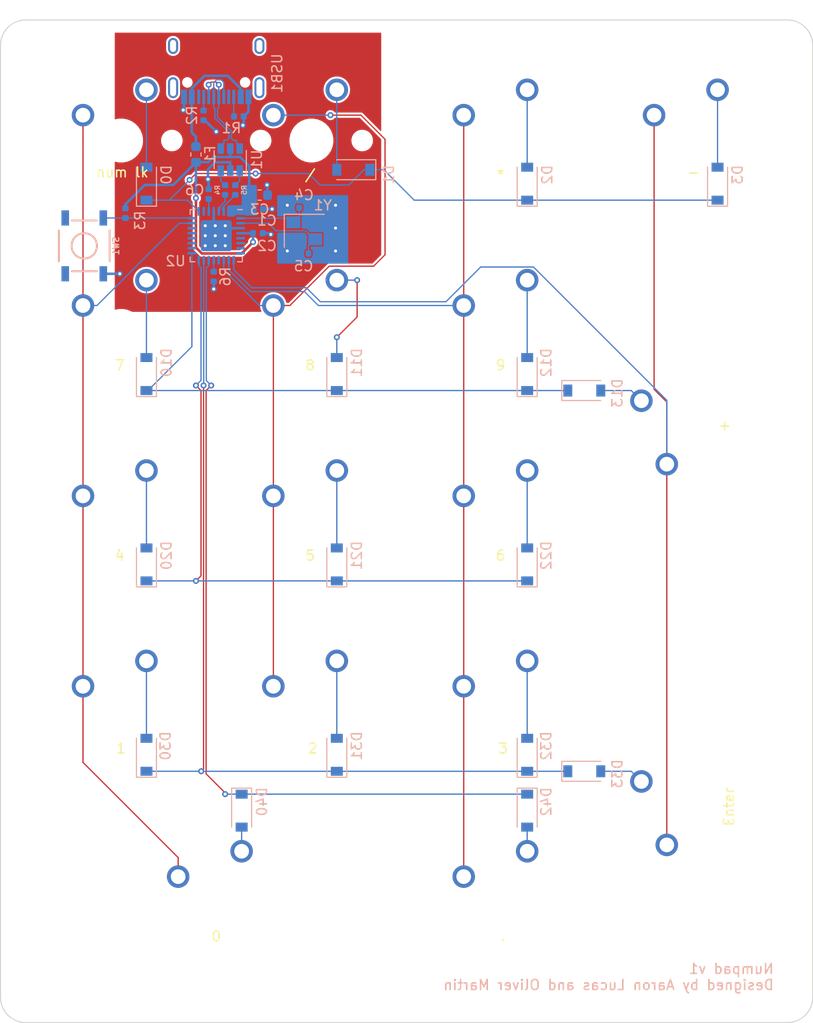
<source format=kicad_pcb>
(kicad_pcb (version 20171130) (host pcbnew "(5.1.4-0-10_14)")

  (general
    (thickness 1.6)
    (drawings 26)
    (tracks 307)
    (zones 0)
    (modules 52)
    (nets 57)
  )

  (page A4)
  (layers
    (0 F.Cu signal)
    (31 B.Cu signal)
    (32 B.Adhes user)
    (33 F.Adhes user)
    (34 B.Paste user)
    (35 F.Paste user)
    (36 B.SilkS user)
    (37 F.SilkS user)
    (38 B.Mask user)
    (39 F.Mask user)
    (40 Dwgs.User user)
    (41 Cmts.User user)
    (42 Eco1.User user)
    (43 Eco2.User user)
    (44 Edge.Cuts user)
    (45 Margin user)
    (46 B.CrtYd user)
    (47 F.CrtYd user)
    (48 B.Fab user hide)
    (49 F.Fab user hide)
  )

  (setup
    (last_trace_width 0.127)
    (trace_clearance 0.127)
    (zone_clearance 0.2)
    (zone_45_only no)
    (trace_min 0.127)
    (via_size 0.6)
    (via_drill 0.3)
    (via_min_size 0.2)
    (via_min_drill 0.3)
    (uvia_size 0.3)
    (uvia_drill 0.1)
    (uvias_allowed no)
    (uvia_min_size 0.2)
    (uvia_min_drill 0.1)
    (edge_width 0.05)
    (segment_width 0.2)
    (pcb_text_width 0.3)
    (pcb_text_size 1.5 1.5)
    (mod_edge_width 0.12)
    (mod_text_size 1 1)
    (mod_text_width 0.15)
    (pad_size 1.524 1.524)
    (pad_drill 0.762)
    (pad_to_mask_clearance 0.051)
    (solder_mask_min_width 0.25)
    (aux_axis_origin 0 0)
    (visible_elements FFFFFF7F)
    (pcbplotparams
      (layerselection 0x010fc_ffffffff)
      (usegerberextensions false)
      (usegerberattributes false)
      (usegerberadvancedattributes false)
      (creategerberjobfile false)
      (excludeedgelayer true)
      (linewidth 0.100000)
      (plotframeref false)
      (viasonmask false)
      (mode 1)
      (useauxorigin false)
      (hpglpennumber 1)
      (hpglpenspeed 20)
      (hpglpendiameter 15.000000)
      (psnegative false)
      (psa4output false)
      (plotreference true)
      (plotvalue true)
      (plotinvisibletext false)
      (padsonsilk false)
      (subtractmaskfromsilk false)
      (outputformat 1)
      (mirror false)
      (drillshape 1)
      (scaleselection 1)
      (outputdirectory ""))
  )

  (net 0 "")
  (net 1 +5V)
  (net 2 "Net-(C4-Pad1)")
  (net 3 "Net-(C5-Pad1)")
  (net 4 "Net-(C6-Pad1)")
  (net 5 ROW0)
  (net 6 "Net-(D10-Pad2)")
  (net 7 ROW1)
  (net 8 "Net-(D11-Pad2)")
  (net 9 "Net-(D12-Pad2)")
  (net 10 "Net-(D13-Pad2)")
  (net 11 "Net-(D20-Pad2)")
  (net 12 ROW2)
  (net 13 "Net-(D21-Pad2)")
  (net 14 "Net-(D22-Pad2)")
  (net 15 "Net-(D30-Pad2)")
  (net 16 ROW3)
  (net 17 "Net-(D31-Pad2)")
  (net 18 "Net-(D32-Pad2)")
  (net 19 "Net-(D33-Pad2)")
  (net 20 "Net-(D40-Pad2)")
  (net 21 ROW4)
  (net 22 "Net-(D42-Pad2)")
  (net 23 VCC)
  (net 24 COL0)
  (net 25 COL1)
  (net 26 COL2)
  (net 27 COL3)
  (net 28 "Net-(R1-Pad1)")
  (net 29 "Net-(R2-Pad1)")
  (net 30 "Net-(R3-Pad2)")
  (net 31 D+)
  (net 32 D-)
  (net 33 "Net-(R6-Pad2)")
  (net 34 USB_D+)
  (net 35 USB_D-)
  (net 36 "Net-(U2-Pad26)")
  (net 37 "Net-(U2-Pad22)")
  (net 38 "Net-(U2-Pad21)")
  (net 39 "Net-(U2-Pad20)")
  (net 40 "Net-(U2-Pad19)")
  (net 41 "Net-(U2-Pad18)")
  (net 42 "Net-(U2-Pad12)")
  (net 43 "Net-(U2-Pad8)")
  (net 44 "Net-(U2-Pad7)")
  (net 45 "Net-(U2-Pad6)")
  (net 46 "Net-(U2-Pad5)")
  (net 47 "Net-(USB1-Pad3)")
  (net 48 "Net-(USB1-Pad9)")
  (net 49 "Net-(USB1-Pad13)")
  (net 50 /MCU_D+)
  (net 51 /MCU_D-)
  (net 52 GND)
  (net 53 "Net-(D0-Pad2)")
  (net 54 "Net-(D1-Pad2)")
  (net 55 "Net-(D2-Pad2)")
  (net 56 "Net-(D3-Pad2)")

  (net_class Default "This is the default net class."
    (clearance 0.127)
    (trace_width 0.127)
    (via_dia 0.6)
    (via_drill 0.3)
    (uvia_dia 0.3)
    (uvia_drill 0.1)
    (diff_pair_width 0.127)
    (diff_pair_gap 0.127)
    (add_net /MCU_D+)
    (add_net /MCU_D-)
    (add_net COL0)
    (add_net COL1)
    (add_net COL2)
    (add_net COL3)
    (add_net D+)
    (add_net D-)
    (add_net "Net-(C4-Pad1)")
    (add_net "Net-(C5-Pad1)")
    (add_net "Net-(C6-Pad1)")
    (add_net "Net-(D0-Pad2)")
    (add_net "Net-(D1-Pad2)")
    (add_net "Net-(D10-Pad2)")
    (add_net "Net-(D11-Pad2)")
    (add_net "Net-(D12-Pad2)")
    (add_net "Net-(D13-Pad2)")
    (add_net "Net-(D2-Pad2)")
    (add_net "Net-(D20-Pad2)")
    (add_net "Net-(D21-Pad2)")
    (add_net "Net-(D22-Pad2)")
    (add_net "Net-(D3-Pad2)")
    (add_net "Net-(D30-Pad2)")
    (add_net "Net-(D31-Pad2)")
    (add_net "Net-(D32-Pad2)")
    (add_net "Net-(D33-Pad2)")
    (add_net "Net-(D40-Pad2)")
    (add_net "Net-(D42-Pad2)")
    (add_net "Net-(R1-Pad1)")
    (add_net "Net-(R2-Pad1)")
    (add_net "Net-(R3-Pad2)")
    (add_net "Net-(R6-Pad2)")
    (add_net "Net-(U2-Pad12)")
    (add_net "Net-(U2-Pad18)")
    (add_net "Net-(U2-Pad19)")
    (add_net "Net-(U2-Pad20)")
    (add_net "Net-(U2-Pad21)")
    (add_net "Net-(U2-Pad22)")
    (add_net "Net-(U2-Pad26)")
    (add_net "Net-(U2-Pad5)")
    (add_net "Net-(U2-Pad6)")
    (add_net "Net-(U2-Pad7)")
    (add_net "Net-(U2-Pad8)")
    (add_net "Net-(USB1-Pad13)")
    (add_net "Net-(USB1-Pad3)")
    (add_net "Net-(USB1-Pad9)")
    (add_net ROW0)
    (add_net ROW1)
    (add_net ROW2)
    (add_net ROW3)
    (add_net ROW4)
    (add_net USB_D+)
    (add_net USB_D-)
  )

  (net_class Power ""
    (clearance 0.127)
    (trace_width 0.254)
    (via_dia 0.6)
    (via_drill 0.3)
    (uvia_dia 0.3)
    (uvia_drill 0.1)
    (add_net +5V)
    (add_net GND)
    (add_net VCC)
  )

  (module Fuse:Fuse_0603_1608Metric (layer B.Cu) (tedit 5B301BBE) (tstamp 5F8BC5AB)
    (at 99.568 55.372 90)
    (descr "Fuse SMD 0603 (1608 Metric), square (rectangular) end terminal, IPC_7351 nominal, (Body size source: http://www.tortai-tech.com/upload/download/2011102023233369053.pdf), generated with kicad-footprint-generator")
    (tags resistor)
    (path /5F9AB28D)
    (attr smd)
    (fp_text reference F1 (at 0 1.43 90) (layer B.SilkS)
      (effects (font (size 1 1) (thickness 0.15)) (justify mirror))
    )
    (fp_text value 500mA (at 0 -1.43 90) (layer B.Fab)
      (effects (font (size 1 1) (thickness 0.15)) (justify mirror))
    )
    (fp_text user %R (at 0 0 90) (layer B.Fab)
      (effects (font (size 0.4 0.4) (thickness 0.06)) (justify mirror))
    )
    (fp_line (start 1.48 -0.73) (end -1.48 -0.73) (layer B.CrtYd) (width 0.05))
    (fp_line (start 1.48 0.73) (end 1.48 -0.73) (layer B.CrtYd) (width 0.05))
    (fp_line (start -1.48 0.73) (end 1.48 0.73) (layer B.CrtYd) (width 0.05))
    (fp_line (start -1.48 -0.73) (end -1.48 0.73) (layer B.CrtYd) (width 0.05))
    (fp_line (start -0.162779 -0.51) (end 0.162779 -0.51) (layer B.SilkS) (width 0.12))
    (fp_line (start -0.162779 0.51) (end 0.162779 0.51) (layer B.SilkS) (width 0.12))
    (fp_line (start 0.8 -0.4) (end -0.8 -0.4) (layer B.Fab) (width 0.1))
    (fp_line (start 0.8 0.4) (end 0.8 -0.4) (layer B.Fab) (width 0.1))
    (fp_line (start -0.8 0.4) (end 0.8 0.4) (layer B.Fab) (width 0.1))
    (fp_line (start -0.8 -0.4) (end -0.8 0.4) (layer B.Fab) (width 0.1))
    (pad 2 smd roundrect (at 0.7875 0 90) (size 0.875 0.95) (layers B.Cu B.Paste B.Mask) (roundrect_rratio 0.25)
      (net 23 VCC))
    (pad 1 smd roundrect (at -0.7875 0 90) (size 0.875 0.95) (layers B.Cu B.Paste B.Mask) (roundrect_rratio 0.25)
      (net 1 +5V))
    (model ${KISYS3DMOD}/Fuse.3dshapes/Fuse_0603_1608Metric.wrl
      (at (xyz 0 0 0))
      (scale (xyz 1 1 1))
      (rotate (xyz 0 0 0))
    )
  )

  (module Capacitor_SMD:C_0603_1608Metric (layer B.Cu) (tedit 5B301BBE) (tstamp 5F8C00D1)
    (at 105.9435 59.436)
    (descr "Capacitor SMD 0603 (1608 Metric), square (rectangular) end terminal, IPC_7351 nominal, (Body size source: http://www.tortai-tech.com/upload/download/2011102023233369053.pdf), generated with kicad-footprint-generator")
    (tags capacitor)
    (path /5FA7979C)
    (attr smd)
    (fp_text reference C3 (at 0 1.43) (layer B.SilkS)
      (effects (font (size 1 1) (thickness 0.15)) (justify mirror))
    )
    (fp_text value 10uF (at 0 -1.43) (layer B.Fab)
      (effects (font (size 1 1) (thickness 0.15)) (justify mirror))
    )
    (fp_text user %R (at 0 0) (layer B.Fab)
      (effects (font (size 0.4 0.4) (thickness 0.06)) (justify mirror))
    )
    (fp_line (start 1.48 -0.73) (end -1.48 -0.73) (layer B.CrtYd) (width 0.05))
    (fp_line (start 1.48 0.73) (end 1.48 -0.73) (layer B.CrtYd) (width 0.05))
    (fp_line (start -1.48 0.73) (end 1.48 0.73) (layer B.CrtYd) (width 0.05))
    (fp_line (start -1.48 -0.73) (end -1.48 0.73) (layer B.CrtYd) (width 0.05))
    (fp_line (start -0.162779 -0.51) (end 0.162779 -0.51) (layer B.SilkS) (width 0.12))
    (fp_line (start -0.162779 0.51) (end 0.162779 0.51) (layer B.SilkS) (width 0.12))
    (fp_line (start 0.8 -0.4) (end -0.8 -0.4) (layer B.Fab) (width 0.1))
    (fp_line (start 0.8 0.4) (end 0.8 -0.4) (layer B.Fab) (width 0.1))
    (fp_line (start -0.8 0.4) (end 0.8 0.4) (layer B.Fab) (width 0.1))
    (fp_line (start -0.8 -0.4) (end -0.8 0.4) (layer B.Fab) (width 0.1))
    (pad 2 smd roundrect (at 0.7875 0) (size 0.875 0.95) (layers B.Cu B.Paste B.Mask) (roundrect_rratio 0.25)
      (net 52 GND))
    (pad 1 smd roundrect (at -0.7875 0) (size 0.875 0.95) (layers B.Cu B.Paste B.Mask) (roundrect_rratio 0.25)
      (net 1 +5V))
    (model ${KISYS3DMOD}/Capacitor_SMD.3dshapes/C_0603_1608Metric.wrl
      (at (xyz 0 0 0))
      (scale (xyz 1 1 1))
      (rotate (xyz 0 0 0))
    )
  )

  (module Diode_SMD:D_SOD-123 (layer B.Cu) (tedit 58645DC7) (tstamp 5F8B9732)
    (at 115.316 56.896 180)
    (descr SOD-123)
    (tags SOD-123)
    (path /5F91E578)
    (attr smd)
    (fp_text reference D1 (at -3.556 -0.508 90) (layer B.SilkS)
      (effects (font (size 1 1) (thickness 0.15)) (justify mirror))
    )
    (fp_text value D_Small_ALT (at 0 -2.1) (layer B.Fab)
      (effects (font (size 1 1) (thickness 0.15)) (justify mirror))
    )
    (fp_line (start -2.25 1) (end 1.65 1) (layer B.SilkS) (width 0.12))
    (fp_line (start -2.25 -1) (end 1.65 -1) (layer B.SilkS) (width 0.12))
    (fp_line (start -2.35 1.15) (end -2.35 -1.15) (layer B.CrtYd) (width 0.05))
    (fp_line (start 2.35 -1.15) (end -2.35 -1.15) (layer B.CrtYd) (width 0.05))
    (fp_line (start 2.35 1.15) (end 2.35 -1.15) (layer B.CrtYd) (width 0.05))
    (fp_line (start -2.35 1.15) (end 2.35 1.15) (layer B.CrtYd) (width 0.05))
    (fp_line (start -1.4 0.9) (end 1.4 0.9) (layer B.Fab) (width 0.1))
    (fp_line (start 1.4 0.9) (end 1.4 -0.9) (layer B.Fab) (width 0.1))
    (fp_line (start 1.4 -0.9) (end -1.4 -0.9) (layer B.Fab) (width 0.1))
    (fp_line (start -1.4 -0.9) (end -1.4 0.9) (layer B.Fab) (width 0.1))
    (fp_line (start -0.75 0) (end -0.35 0) (layer B.Fab) (width 0.1))
    (fp_line (start -0.35 0) (end -0.35 0.55) (layer B.Fab) (width 0.1))
    (fp_line (start -0.35 0) (end -0.35 -0.55) (layer B.Fab) (width 0.1))
    (fp_line (start -0.35 0) (end 0.25 0.4) (layer B.Fab) (width 0.1))
    (fp_line (start 0.25 0.4) (end 0.25 -0.4) (layer B.Fab) (width 0.1))
    (fp_line (start 0.25 -0.4) (end -0.35 0) (layer B.Fab) (width 0.1))
    (fp_line (start 0.25 0) (end 0.75 0) (layer B.Fab) (width 0.1))
    (fp_line (start -2.25 1) (end -2.25 -1) (layer B.SilkS) (width 0.12))
    (fp_text user %R (at 0 2) (layer B.Fab)
      (effects (font (size 1 1) (thickness 0.15)) (justify mirror))
    )
    (pad 2 smd rect (at 1.65 0 180) (size 0.9 1.2) (layers B.Cu B.Paste B.Mask)
      (net 54 "Net-(D1-Pad2)"))
    (pad 1 smd rect (at -1.65 0 180) (size 0.9 1.2) (layers B.Cu B.Paste B.Mask)
      (net 5 ROW0))
    (model ${KISYS3DMOD}/Diode_SMD.3dshapes/D_SOD-123.wrl
      (at (xyz 0 0 0))
      (scale (xyz 1 1 1))
      (rotate (xyz 0 0 0))
    )
  )

  (module MX_Only:MXOnly-1U-NoLED (layer F.Cu) (tedit 5BD3C6C7) (tstamp 5F8B98CF)
    (at 92.075 53.975)
    (path /5F8C2542)
    (fp_text reference MX0 (at 0 3.175) (layer Dwgs.User)
      (effects (font (size 1 1) (thickness 0.15)))
    )
    (fp_text value MX-NoLED (at 0 -7.9375) (layer Dwgs.User)
      (effects (font (size 1 1) (thickness 0.15)))
    )
    (fp_line (start 5 -7) (end 7 -7) (layer Dwgs.User) (width 0.15))
    (fp_line (start 7 -7) (end 7 -5) (layer Dwgs.User) (width 0.15))
    (fp_line (start 5 7) (end 7 7) (layer Dwgs.User) (width 0.15))
    (fp_line (start 7 7) (end 7 5) (layer Dwgs.User) (width 0.15))
    (fp_line (start -7 5) (end -7 7) (layer Dwgs.User) (width 0.15))
    (fp_line (start -7 7) (end -5 7) (layer Dwgs.User) (width 0.15))
    (fp_line (start -5 -7) (end -7 -7) (layer Dwgs.User) (width 0.15))
    (fp_line (start -7 -7) (end -7 -5) (layer Dwgs.User) (width 0.15))
    (fp_line (start -9.525 -9.525) (end 9.525 -9.525) (layer Dwgs.User) (width 0.15))
    (fp_line (start 9.525 -9.525) (end 9.525 9.525) (layer Dwgs.User) (width 0.15))
    (fp_line (start 9.525 9.525) (end -9.525 9.525) (layer Dwgs.User) (width 0.15))
    (fp_line (start -9.525 9.525) (end -9.525 -9.525) (layer Dwgs.User) (width 0.15))
    (pad 2 thru_hole circle (at 2.54 -5.08) (size 2.25 2.25) (drill 1.47) (layers *.Cu B.Mask)
      (net 53 "Net-(D0-Pad2)"))
    (pad "" np_thru_hole circle (at 0 0) (size 3.9878 3.9878) (drill 3.9878) (layers *.Cu *.Mask))
    (pad 1 thru_hole circle (at -3.81 -2.54) (size 2.25 2.25) (drill 1.47) (layers *.Cu B.Mask)
      (net 24 COL0))
    (pad "" np_thru_hole circle (at -5.08 0 48.0996) (size 1.75 1.75) (drill 1.75) (layers *.Cu *.Mask))
    (pad "" np_thru_hole circle (at 5.08 0 48.0996) (size 1.75 1.75) (drill 1.75) (layers *.Cu *.Mask))
  )

  (module Capacitor_SMD:C_0402_1005Metric (layer B.Cu) (tedit 5B301BBE) (tstamp 5F8CA9A1)
    (at 110.34 65.278 180)
    (descr "Capacitor SMD 0402 (1005 Metric), square (rectangular) end terminal, IPC_7351 nominal, (Body size source: http://www.tortai-tech.com/upload/download/2011102023233369053.pdf), generated with kicad-footprint-generator")
    (tags capacitor)
    (path /5FA04E9D)
    (attr smd)
    (fp_text reference C5 (at 0 -1.27) (layer B.SilkS)
      (effects (font (size 1 1) (thickness 0.15)) (justify mirror))
    )
    (fp_text value 22pF (at 0 -1.17) (layer B.Fab)
      (effects (font (size 1 1) (thickness 0.15)) (justify mirror))
    )
    (fp_text user %R (at 0 0) (layer B.Fab)
      (effects (font (size 0.25 0.25) (thickness 0.04)) (justify mirror))
    )
    (fp_line (start 0.93 -0.47) (end -0.93 -0.47) (layer B.CrtYd) (width 0.05))
    (fp_line (start 0.93 0.47) (end 0.93 -0.47) (layer B.CrtYd) (width 0.05))
    (fp_line (start -0.93 0.47) (end 0.93 0.47) (layer B.CrtYd) (width 0.05))
    (fp_line (start -0.93 -0.47) (end -0.93 0.47) (layer B.CrtYd) (width 0.05))
    (fp_line (start 0.5 -0.25) (end -0.5 -0.25) (layer B.Fab) (width 0.1))
    (fp_line (start 0.5 0.25) (end 0.5 -0.25) (layer B.Fab) (width 0.1))
    (fp_line (start -0.5 0.25) (end 0.5 0.25) (layer B.Fab) (width 0.1))
    (fp_line (start -0.5 -0.25) (end -0.5 0.25) (layer B.Fab) (width 0.1))
    (pad 2 smd roundrect (at 0.485 0 180) (size 0.59 0.64) (layers B.Cu B.Paste B.Mask) (roundrect_rratio 0.25)
      (net 52 GND))
    (pad 1 smd roundrect (at -0.485 0 180) (size 0.59 0.64) (layers B.Cu B.Paste B.Mask) (roundrect_rratio 0.25)
      (net 3 "Net-(C5-Pad1)"))
    (model ${KISYS3DMOD}/Capacitor_SMD.3dshapes/C_0402_1005Metric.wrl
      (at (xyz 0 0 0))
      (scale (xyz 1 1 1))
      (rotate (xyz 0 0 0))
    )
  )

  (module MX_Only:MXOnly-1U-NoLED (layer F.Cu) (tedit 5BD3C6C7) (tstamp 5F8B98E4)
    (at 111.125 53.975)
    (path /5F8C253C)
    (fp_text reference MX1 (at 0 3.175) (layer Dwgs.User)
      (effects (font (size 1 1) (thickness 0.15)))
    )
    (fp_text value MX-NoLED (at 0 -7.9375) (layer Dwgs.User)
      (effects (font (size 1 1) (thickness 0.15)))
    )
    (fp_line (start 5 -7) (end 7 -7) (layer Dwgs.User) (width 0.15))
    (fp_line (start 7 -7) (end 7 -5) (layer Dwgs.User) (width 0.15))
    (fp_line (start 5 7) (end 7 7) (layer Dwgs.User) (width 0.15))
    (fp_line (start 7 7) (end 7 5) (layer Dwgs.User) (width 0.15))
    (fp_line (start -7 5) (end -7 7) (layer Dwgs.User) (width 0.15))
    (fp_line (start -7 7) (end -5 7) (layer Dwgs.User) (width 0.15))
    (fp_line (start -5 -7) (end -7 -7) (layer Dwgs.User) (width 0.15))
    (fp_line (start -7 -7) (end -7 -5) (layer Dwgs.User) (width 0.15))
    (fp_line (start -9.525 -9.525) (end 9.525 -9.525) (layer Dwgs.User) (width 0.15))
    (fp_line (start 9.525 -9.525) (end 9.525 9.525) (layer Dwgs.User) (width 0.15))
    (fp_line (start 9.525 9.525) (end -9.525 9.525) (layer Dwgs.User) (width 0.15))
    (fp_line (start -9.525 9.525) (end -9.525 -9.525) (layer Dwgs.User) (width 0.15))
    (pad 2 thru_hole circle (at 2.54 -5.08) (size 2.25 2.25) (drill 1.47) (layers *.Cu B.Mask)
      (net 54 "Net-(D1-Pad2)"))
    (pad "" np_thru_hole circle (at 0 0) (size 3.9878 3.9878) (drill 3.9878) (layers *.Cu *.Mask))
    (pad 1 thru_hole circle (at -3.81 -2.54) (size 2.25 2.25) (drill 1.47) (layers *.Cu B.Mask)
      (net 25 COL1))
    (pad "" np_thru_hole circle (at -5.08 0 48.0996) (size 1.75 1.75) (drill 1.75) (layers *.Cu *.Mask))
    (pad "" np_thru_hole circle (at 5.08 0 48.0996) (size 1.75 1.75) (drill 1.75) (layers *.Cu *.Mask))
  )

  (module Diode_SMD:D_SOD-123 (layer B.Cu) (tedit 58645DC7) (tstamp 5F8EA625)
    (at 94.615 77.342 90)
    (descr SOD-123)
    (tags SOD-123)
    (path /5F91F7E0)
    (attr smd)
    (fp_text reference D10 (at 1.142 2 90) (layer B.SilkS)
      (effects (font (size 1 1) (thickness 0.15)) (justify mirror))
    )
    (fp_text value D_Small_ALT (at 0 -2.1 90) (layer B.Fab)
      (effects (font (size 1 1) (thickness 0.15)) (justify mirror))
    )
    (fp_line (start -2.25 1) (end 1.65 1) (layer B.SilkS) (width 0.12))
    (fp_line (start -2.25 -1) (end 1.65 -1) (layer B.SilkS) (width 0.12))
    (fp_line (start -2.35 1.15) (end -2.35 -1.15) (layer B.CrtYd) (width 0.05))
    (fp_line (start 2.35 -1.15) (end -2.35 -1.15) (layer B.CrtYd) (width 0.05))
    (fp_line (start 2.35 1.15) (end 2.35 -1.15) (layer B.CrtYd) (width 0.05))
    (fp_line (start -2.35 1.15) (end 2.35 1.15) (layer B.CrtYd) (width 0.05))
    (fp_line (start -1.4 0.9) (end 1.4 0.9) (layer B.Fab) (width 0.1))
    (fp_line (start 1.4 0.9) (end 1.4 -0.9) (layer B.Fab) (width 0.1))
    (fp_line (start 1.4 -0.9) (end -1.4 -0.9) (layer B.Fab) (width 0.1))
    (fp_line (start -1.4 -0.9) (end -1.4 0.9) (layer B.Fab) (width 0.1))
    (fp_line (start -0.75 0) (end -0.35 0) (layer B.Fab) (width 0.1))
    (fp_line (start -0.35 0) (end -0.35 0.55) (layer B.Fab) (width 0.1))
    (fp_line (start -0.35 0) (end -0.35 -0.55) (layer B.Fab) (width 0.1))
    (fp_line (start -0.35 0) (end 0.25 0.4) (layer B.Fab) (width 0.1))
    (fp_line (start 0.25 0.4) (end 0.25 -0.4) (layer B.Fab) (width 0.1))
    (fp_line (start 0.25 -0.4) (end -0.35 0) (layer B.Fab) (width 0.1))
    (fp_line (start 0.25 0) (end 0.75 0) (layer B.Fab) (width 0.1))
    (fp_line (start -2.25 1) (end -2.25 -1) (layer B.SilkS) (width 0.12))
    (fp_text user %R (at 0 2 90) (layer B.Fab)
      (effects (font (size 1 1) (thickness 0.15)) (justify mirror))
    )
    (pad 2 smd rect (at 1.65 0 90) (size 0.9 1.2) (layers B.Cu B.Paste B.Mask)
      (net 6 "Net-(D10-Pad2)"))
    (pad 1 smd rect (at -1.65 0 90) (size 0.9 1.2) (layers B.Cu B.Paste B.Mask)
      (net 7 ROW1))
    (model ${KISYS3DMOD}/Diode_SMD.3dshapes/D_SOD-123.wrl
      (at (xyz 0 0 0))
      (scale (xyz 1 1 1))
      (rotate (xyz 0 0 0))
    )
  )

  (module Diode_SMD:D_SOD-123 (layer B.Cu) (tedit 58645DC7) (tstamp 5F8B9764)
    (at 151.765 58.292 90)
    (descr SOD-123)
    (tags SOD-123)
    (path /5F91F207)
    (attr smd)
    (fp_text reference D3 (at 0.888 2 90) (layer B.SilkS)
      (effects (font (size 1 1) (thickness 0.15)) (justify mirror))
    )
    (fp_text value D_Small_ALT (at 0 -2.1 90) (layer B.Fab)
      (effects (font (size 1 1) (thickness 0.15)) (justify mirror))
    )
    (fp_line (start -2.25 1) (end 1.65 1) (layer B.SilkS) (width 0.12))
    (fp_line (start -2.25 -1) (end 1.65 -1) (layer B.SilkS) (width 0.12))
    (fp_line (start -2.35 1.15) (end -2.35 -1.15) (layer B.CrtYd) (width 0.05))
    (fp_line (start 2.35 -1.15) (end -2.35 -1.15) (layer B.CrtYd) (width 0.05))
    (fp_line (start 2.35 1.15) (end 2.35 -1.15) (layer B.CrtYd) (width 0.05))
    (fp_line (start -2.35 1.15) (end 2.35 1.15) (layer B.CrtYd) (width 0.05))
    (fp_line (start -1.4 0.9) (end 1.4 0.9) (layer B.Fab) (width 0.1))
    (fp_line (start 1.4 0.9) (end 1.4 -0.9) (layer B.Fab) (width 0.1))
    (fp_line (start 1.4 -0.9) (end -1.4 -0.9) (layer B.Fab) (width 0.1))
    (fp_line (start -1.4 -0.9) (end -1.4 0.9) (layer B.Fab) (width 0.1))
    (fp_line (start -0.75 0) (end -0.35 0) (layer B.Fab) (width 0.1))
    (fp_line (start -0.35 0) (end -0.35 0.55) (layer B.Fab) (width 0.1))
    (fp_line (start -0.35 0) (end -0.35 -0.55) (layer B.Fab) (width 0.1))
    (fp_line (start -0.35 0) (end 0.25 0.4) (layer B.Fab) (width 0.1))
    (fp_line (start 0.25 0.4) (end 0.25 -0.4) (layer B.Fab) (width 0.1))
    (fp_line (start 0.25 -0.4) (end -0.35 0) (layer B.Fab) (width 0.1))
    (fp_line (start 0.25 0) (end 0.75 0) (layer B.Fab) (width 0.1))
    (fp_line (start -2.25 1) (end -2.25 -1) (layer B.SilkS) (width 0.12))
    (fp_text user %R (at 0 2 90) (layer B.Fab)
      (effects (font (size 1 1) (thickness 0.15)) (justify mirror))
    )
    (pad 2 smd rect (at 1.65 0 90) (size 0.9 1.2) (layers B.Cu B.Paste B.Mask)
      (net 56 "Net-(D3-Pad2)"))
    (pad 1 smd rect (at -1.65 0 90) (size 0.9 1.2) (layers B.Cu B.Paste B.Mask)
      (net 5 ROW0))
    (model ${KISYS3DMOD}/Diode_SMD.3dshapes/D_SOD-123.wrl
      (at (xyz 0 0 0))
      (scale (xyz 1 1 1))
      (rotate (xyz 0 0 0))
    )
  )

  (module Crystal:Crystal_SMD_3225-4Pin_3.2x2.5mm (layer B.Cu) (tedit 5A0FD1B2) (tstamp 5F8CC027)
    (at 110.406 63.0056)
    (descr "SMD Crystal SERIES SMD3225/4 http://www.txccrystal.com/images/pdf/7m-accuracy.pdf, 3.2x2.5mm^2 package")
    (tags "SMD SMT crystal")
    (path /5F9F6651)
    (attr smd)
    (fp_text reference Y1 (at 1.862 -2.5536) (layer B.SilkS)
      (effects (font (size 1 1) (thickness 0.15)) (justify mirror))
    )
    (fp_text value 16MHz (at 0 -2.45) (layer B.Fab)
      (effects (font (size 1 1) (thickness 0.15)) (justify mirror))
    )
    (fp_line (start 2.1 1.7) (end -2.1 1.7) (layer B.CrtYd) (width 0.05))
    (fp_line (start 2.1 -1.7) (end 2.1 1.7) (layer B.CrtYd) (width 0.05))
    (fp_line (start -2.1 -1.7) (end 2.1 -1.7) (layer B.CrtYd) (width 0.05))
    (fp_line (start -2.1 1.7) (end -2.1 -1.7) (layer B.CrtYd) (width 0.05))
    (fp_line (start -2 -1.65) (end 2 -1.65) (layer B.SilkS) (width 0.12))
    (fp_line (start -2 1.65) (end -2 -1.65) (layer B.SilkS) (width 0.12))
    (fp_line (start -1.6 -0.25) (end -0.6 -1.25) (layer B.Fab) (width 0.1))
    (fp_line (start 1.6 1.25) (end -1.6 1.25) (layer B.Fab) (width 0.1))
    (fp_line (start 1.6 -1.25) (end 1.6 1.25) (layer B.Fab) (width 0.1))
    (fp_line (start -1.6 -1.25) (end 1.6 -1.25) (layer B.Fab) (width 0.1))
    (fp_line (start -1.6 1.25) (end -1.6 -1.25) (layer B.Fab) (width 0.1))
    (fp_text user %R (at 0 0) (layer B.Fab)
      (effects (font (size 0.7 0.7) (thickness 0.105)) (justify mirror))
    )
    (pad 4 smd rect (at -1.1 0.85) (size 1.4 1.2) (layers B.Cu B.Paste B.Mask)
      (net 52 GND))
    (pad 3 smd rect (at 1.1 0.85) (size 1.4 1.2) (layers B.Cu B.Paste B.Mask)
      (net 3 "Net-(C5-Pad1)"))
    (pad 2 smd rect (at 1.1 -0.85) (size 1.4 1.2) (layers B.Cu B.Paste B.Mask)
      (net 52 GND))
    (pad 1 smd rect (at -1.1 -0.85) (size 1.4 1.2) (layers B.Cu B.Paste B.Mask)
      (net 2 "Net-(C4-Pad1)"))
    (model ${KISYS3DMOD}/Crystal.3dshapes/Crystal_SMD_3225-4Pin_3.2x2.5mm.wrl
      (at (xyz 0 0 0))
      (scale (xyz 1 1 1))
      (rotate (xyz 0 0 0))
    )
  )

  (module Type-C:HRO-TYPE-C-31-M-12 (layer B.Cu) (tedit 5C42C658) (tstamp 5F8E9E71)
    (at 101.6 41.91)
    (path /5F9645EC)
    (attr smd)
    (fp_text reference USB1 (at 6.096 5.334 90) (layer B.SilkS)
      (effects (font (size 1 1) (thickness 0.15)) (justify mirror))
    )
    (fp_text value HRO-TYPE-C-31-M-12 (at 0 -1.15) (layer Dwgs.User)
      (effects (font (size 1 1) (thickness 0.15)))
    )
    (fp_line (start -4.47 0) (end 4.47 0) (layer Dwgs.User) (width 0.15))
    (fp_line (start -4.47 0) (end -4.47 7.3) (layer Dwgs.User) (width 0.15))
    (fp_line (start 4.47 0) (end 4.47 7.3) (layer Dwgs.User) (width 0.15))
    (fp_line (start -4.47 7.3) (end 4.47 7.3) (layer Dwgs.User) (width 0.15))
    (pad 12 smd rect (at 3.225 7.695) (size 0.6 1.45) (layers B.Cu B.Paste B.Mask)
      (net 52 GND))
    (pad 1 smd rect (at -3.225 7.695) (size 0.6 1.45) (layers B.Cu B.Paste B.Mask)
      (net 52 GND))
    (pad 11 smd rect (at 2.45 7.695) (size 0.6 1.45) (layers B.Cu B.Paste B.Mask)
      (net 23 VCC))
    (pad 2 smd rect (at -2.45 7.695) (size 0.6 1.45) (layers B.Cu B.Paste B.Mask)
      (net 23 VCC))
    (pad 3 smd rect (at -1.75 7.695) (size 0.3 1.45) (layers B.Cu B.Paste B.Mask)
      (net 47 "Net-(USB1-Pad3)"))
    (pad 10 smd rect (at 1.75 7.695) (size 0.3 1.45) (layers B.Cu B.Paste B.Mask)
      (net 28 "Net-(R1-Pad1)"))
    (pad 4 smd rect (at -1.25 7.695) (size 0.3 1.45) (layers B.Cu B.Paste B.Mask)
      (net 29 "Net-(R2-Pad1)"))
    (pad 9 smd rect (at 1.25 7.695) (size 0.3 1.45) (layers B.Cu B.Paste B.Mask)
      (net 48 "Net-(USB1-Pad9)"))
    (pad 5 smd rect (at -0.75 7.695) (size 0.3 1.45) (layers B.Cu B.Paste B.Mask)
      (net 35 USB_D-))
    (pad 8 smd rect (at 0.75 7.695) (size 0.3 1.45) (layers B.Cu B.Paste B.Mask)
      (net 34 USB_D+))
    (pad 7 smd rect (at 0.25 7.695) (size 0.3 1.45) (layers B.Cu B.Paste B.Mask)
      (net 35 USB_D-))
    (pad 6 smd rect (at -0.25 7.695) (size 0.3 1.45) (layers B.Cu B.Paste B.Mask)
      (net 34 USB_D+))
    (pad "" np_thru_hole circle (at 2.89 6.25) (size 0.65 0.65) (drill 0.65) (layers *.Cu *.Mask))
    (pad "" np_thru_hole circle (at -2.89 6.25) (size 0.65 0.65) (drill 0.65) (layers *.Cu *.Mask))
    (pad 13 thru_hole oval (at -4.32 6.78) (size 1 2.1) (drill oval 0.6 1.7) (layers *.Cu F.Mask)
      (net 49 "Net-(USB1-Pad13)"))
    (pad 13 thru_hole oval (at 4.32 6.78) (size 1 2.1) (drill oval 0.6 1.7) (layers *.Cu F.Mask)
      (net 49 "Net-(USB1-Pad13)"))
    (pad 13 thru_hole oval (at -4.32 2.6) (size 1 1.6) (drill oval 0.6 1.2) (layers *.Cu F.Mask)
      (net 49 "Net-(USB1-Pad13)"))
    (pad 13 thru_hole oval (at 4.32 2.6) (size 1 1.6) (drill oval 0.6 1.2) (layers *.Cu F.Mask)
      (net 49 "Net-(USB1-Pad13)"))
  )

  (module Package_DFN_QFN:QFN-32-1EP_5x5mm_P0.5mm_EP3.1x3.1mm (layer B.Cu) (tedit 5B4E60CE) (tstamp 5F8B9AEE)
    (at 101.6 63.5 180)
    (descr "QFN, 32 Pin (http://ww1.microchip.com/downloads/en/DeviceDoc/8008S.pdf (Page 20)), generated with kicad-footprint-generator ipc_dfn_qfn_generator.py")
    (tags "QFN DFN_QFN")
    (path /5F9B80A5)
    (attr smd)
    (fp_text reference U2 (at 4.064 -2.54) (layer B.SilkS)
      (effects (font (size 1 1) (thickness 0.15)) (justify mirror))
    )
    (fp_text value ATmega32U2-MU (at 0 -3.82) (layer B.Fab)
      (effects (font (size 1 1) (thickness 0.15)) (justify mirror))
    )
    (fp_text user %R (at 0 0) (layer B.Fab)
      (effects (font (size 1 1) (thickness 0.15)) (justify mirror))
    )
    (fp_line (start 3.12 3.12) (end -3.12 3.12) (layer B.CrtYd) (width 0.05))
    (fp_line (start 3.12 -3.12) (end 3.12 3.12) (layer B.CrtYd) (width 0.05))
    (fp_line (start -3.12 -3.12) (end 3.12 -3.12) (layer B.CrtYd) (width 0.05))
    (fp_line (start -3.12 3.12) (end -3.12 -3.12) (layer B.CrtYd) (width 0.05))
    (fp_line (start -2.5 1.5) (end -1.5 2.5) (layer B.Fab) (width 0.1))
    (fp_line (start -2.5 -2.5) (end -2.5 1.5) (layer B.Fab) (width 0.1))
    (fp_line (start 2.5 -2.5) (end -2.5 -2.5) (layer B.Fab) (width 0.1))
    (fp_line (start 2.5 2.5) (end 2.5 -2.5) (layer B.Fab) (width 0.1))
    (fp_line (start -1.5 2.5) (end 2.5 2.5) (layer B.Fab) (width 0.1))
    (fp_line (start -2.135 2.61) (end -2.61 2.61) (layer B.SilkS) (width 0.12))
    (fp_line (start 2.61 -2.61) (end 2.61 -2.135) (layer B.SilkS) (width 0.12))
    (fp_line (start 2.135 -2.61) (end 2.61 -2.61) (layer B.SilkS) (width 0.12))
    (fp_line (start -2.61 -2.61) (end -2.61 -2.135) (layer B.SilkS) (width 0.12))
    (fp_line (start -2.135 -2.61) (end -2.61 -2.61) (layer B.SilkS) (width 0.12))
    (fp_line (start 2.61 2.61) (end 2.61 2.135) (layer B.SilkS) (width 0.12))
    (fp_line (start 2.135 2.61) (end 2.61 2.61) (layer B.SilkS) (width 0.12))
    (pad 32 smd roundrect (at -1.75 2.4375 180) (size 0.25 0.875) (layers B.Cu B.Paste B.Mask) (roundrect_rratio 0.25)
      (net 1 +5V))
    (pad 31 smd roundrect (at -1.25 2.4375 180) (size 0.25 0.875) (layers B.Cu B.Paste B.Mask) (roundrect_rratio 0.25)
      (net 1 +5V))
    (pad 30 smd roundrect (at -0.75 2.4375 180) (size 0.25 0.875) (layers B.Cu B.Paste B.Mask) (roundrect_rratio 0.25)
      (net 51 /MCU_D-))
    (pad 29 smd roundrect (at -0.25 2.4375 180) (size 0.25 0.875) (layers B.Cu B.Paste B.Mask) (roundrect_rratio 0.25)
      (net 50 /MCU_D+))
    (pad 28 smd roundrect (at 0.25 2.4375 180) (size 0.25 0.875) (layers B.Cu B.Paste B.Mask) (roundrect_rratio 0.25)
      (net 52 GND))
    (pad 27 smd roundrect (at 0.75 2.4375 180) (size 0.25 0.875) (layers B.Cu B.Paste B.Mask) (roundrect_rratio 0.25)
      (net 4 "Net-(C6-Pad1)"))
    (pad 26 smd roundrect (at 1.25 2.4375 180) (size 0.25 0.875) (layers B.Cu B.Paste B.Mask) (roundrect_rratio 0.25)
      (net 36 "Net-(U2-Pad26)"))
    (pad 25 smd roundrect (at 1.75 2.4375 180) (size 0.25 0.875) (layers B.Cu B.Paste B.Mask) (roundrect_rratio 0.25)
      (net 5 ROW0))
    (pad 24 smd roundrect (at 2.4375 1.75 180) (size 0.875 0.25) (layers B.Cu B.Paste B.Mask) (roundrect_rratio 0.25)
      (net 30 "Net-(R3-Pad2)"))
    (pad 23 smd roundrect (at 2.4375 1.25 180) (size 0.875 0.25) (layers B.Cu B.Paste B.Mask) (roundrect_rratio 0.25)
      (net 24 COL0))
    (pad 22 smd roundrect (at 2.4375 0.75 180) (size 0.875 0.25) (layers B.Cu B.Paste B.Mask) (roundrect_rratio 0.25)
      (net 37 "Net-(U2-Pad22)"))
    (pad 21 smd roundrect (at 2.4375 0.25 180) (size 0.875 0.25) (layers B.Cu B.Paste B.Mask) (roundrect_rratio 0.25)
      (net 38 "Net-(U2-Pad21)"))
    (pad 20 smd roundrect (at 2.4375 -0.25 180) (size 0.875 0.25) (layers B.Cu B.Paste B.Mask) (roundrect_rratio 0.25)
      (net 39 "Net-(U2-Pad20)"))
    (pad 19 smd roundrect (at 2.4375 -0.75 180) (size 0.875 0.25) (layers B.Cu B.Paste B.Mask) (roundrect_rratio 0.25)
      (net 40 "Net-(U2-Pad19)"))
    (pad 18 smd roundrect (at 2.4375 -1.25 180) (size 0.875 0.25) (layers B.Cu B.Paste B.Mask) (roundrect_rratio 0.25)
      (net 41 "Net-(U2-Pad18)"))
    (pad 17 smd roundrect (at 2.4375 -1.75 180) (size 0.875 0.25) (layers B.Cu B.Paste B.Mask) (roundrect_rratio 0.25)
      (net 7 ROW1))
    (pad 16 smd roundrect (at 1.75 -2.4375 180) (size 0.25 0.875) (layers B.Cu B.Paste B.Mask) (roundrect_rratio 0.25)
      (net 12 ROW2))
    (pad 15 smd roundrect (at 1.25 -2.4375 180) (size 0.25 0.875) (layers B.Cu B.Paste B.Mask) (roundrect_rratio 0.25)
      (net 16 ROW3))
    (pad 14 smd roundrect (at 0.75 -2.4375 180) (size 0.25 0.875) (layers B.Cu B.Paste B.Mask) (roundrect_rratio 0.25)
      (net 21 ROW4))
    (pad 13 smd roundrect (at 0.25 -2.4375 180) (size 0.25 0.875) (layers B.Cu B.Paste B.Mask) (roundrect_rratio 0.25)
      (net 33 "Net-(R6-Pad2)"))
    (pad 12 smd roundrect (at -0.25 -2.4375 180) (size 0.25 0.875) (layers B.Cu B.Paste B.Mask) (roundrect_rratio 0.25)
      (net 42 "Net-(U2-Pad12)"))
    (pad 11 smd roundrect (at -0.75 -2.4375 180) (size 0.25 0.875) (layers B.Cu B.Paste B.Mask) (roundrect_rratio 0.25)
      (net 25 COL1))
    (pad 10 smd roundrect (at -1.25 -2.4375 180) (size 0.25 0.875) (layers B.Cu B.Paste B.Mask) (roundrect_rratio 0.25)
      (net 26 COL2))
    (pad 9 smd roundrect (at -1.75 -2.4375 180) (size 0.25 0.875) (layers B.Cu B.Paste B.Mask) (roundrect_rratio 0.25)
      (net 27 COL3))
    (pad 8 smd roundrect (at -2.4375 -1.75 180) (size 0.875 0.25) (layers B.Cu B.Paste B.Mask) (roundrect_rratio 0.25)
      (net 43 "Net-(U2-Pad8)"))
    (pad 7 smd roundrect (at -2.4375 -1.25 180) (size 0.875 0.25) (layers B.Cu B.Paste B.Mask) (roundrect_rratio 0.25)
      (net 44 "Net-(U2-Pad7)"))
    (pad 6 smd roundrect (at -2.4375 -0.75 180) (size 0.875 0.25) (layers B.Cu B.Paste B.Mask) (roundrect_rratio 0.25)
      (net 45 "Net-(U2-Pad6)"))
    (pad 5 smd roundrect (at -2.4375 -0.25 180) (size 0.875 0.25) (layers B.Cu B.Paste B.Mask) (roundrect_rratio 0.25)
      (net 46 "Net-(U2-Pad5)"))
    (pad 4 smd roundrect (at -2.4375 0.25 180) (size 0.875 0.25) (layers B.Cu B.Paste B.Mask) (roundrect_rratio 0.25)
      (net 1 +5V))
    (pad 3 smd roundrect (at -2.4375 0.75 180) (size 0.875 0.25) (layers B.Cu B.Paste B.Mask) (roundrect_rratio 0.25)
      (net 52 GND))
    (pad 2 smd roundrect (at -2.4375 1.25 180) (size 0.875 0.25) (layers B.Cu B.Paste B.Mask) (roundrect_rratio 0.25)
      (net 3 "Net-(C5-Pad1)"))
    (pad 1 smd roundrect (at -2.4375 1.75 180) (size 0.875 0.25) (layers B.Cu B.Paste B.Mask) (roundrect_rratio 0.25)
      (net 2 "Net-(C4-Pad1)"))
    (pad "" smd roundrect (at 1.03 -1.03 180) (size 0.83 0.83) (layers B.Paste) (roundrect_rratio 0.25))
    (pad "" smd roundrect (at 1.03 0 180) (size 0.83 0.83) (layers B.Paste) (roundrect_rratio 0.25))
    (pad "" smd roundrect (at 1.03 1.03 180) (size 0.83 0.83) (layers B.Paste) (roundrect_rratio 0.25))
    (pad "" smd roundrect (at 0 -1.03 180) (size 0.83 0.83) (layers B.Paste) (roundrect_rratio 0.25))
    (pad "" smd roundrect (at 0 0 180) (size 0.83 0.83) (layers B.Paste) (roundrect_rratio 0.25))
    (pad "" smd roundrect (at 0 1.03 180) (size 0.83 0.83) (layers B.Paste) (roundrect_rratio 0.25))
    (pad "" smd roundrect (at -1.03 -1.03 180) (size 0.83 0.83) (layers B.Paste) (roundrect_rratio 0.25))
    (pad "" smd roundrect (at -1.03 0 180) (size 0.83 0.83) (layers B.Paste) (roundrect_rratio 0.25))
    (pad "" smd roundrect (at -1.03 1.03 180) (size 0.83 0.83) (layers B.Paste) (roundrect_rratio 0.25))
    (pad 33 smd roundrect (at 0 0 180) (size 3.1 3.1) (layers B.Cu B.Mask) (roundrect_rratio 0.08064499999999999)
      (net 52 GND))
    (model ${KISYS3DMOD}/Package_DFN_QFN.3dshapes/QFN-32-1EP_5x5mm_P0.5mm_EP3.1x3.1mm.wrl
      (at (xyz 0 0 0))
      (scale (xyz 1 1 1))
      (rotate (xyz 0 0 0))
    )
  )

  (module Package_TO_SOT_SMD:SOT-23-6 (layer B.Cu) (tedit 5A02FF57) (tstamp 5F8BD76D)
    (at 102.997 55.88 90)
    (descr "6-pin SOT-23 package")
    (tags SOT-23-6)
    (path /5F9CBF8B)
    (attr smd)
    (fp_text reference U1 (at 0 2.667 90) (layer B.SilkS)
      (effects (font (size 1 1) (thickness 0.15)) (justify mirror))
    )
    (fp_text value USBLC6-2SC6 (at 0 -2.9 90) (layer B.Fab)
      (effects (font (size 1 1) (thickness 0.15)) (justify mirror))
    )
    (fp_line (start 0.9 1.55) (end 0.9 -1.55) (layer B.Fab) (width 0.1))
    (fp_line (start 0.9 -1.55) (end -0.9 -1.55) (layer B.Fab) (width 0.1))
    (fp_line (start -0.9 0.9) (end -0.9 -1.55) (layer B.Fab) (width 0.1))
    (fp_line (start 0.9 1.55) (end -0.25 1.55) (layer B.Fab) (width 0.1))
    (fp_line (start -0.9 0.9) (end -0.25 1.55) (layer B.Fab) (width 0.1))
    (fp_line (start -1.9 1.8) (end -1.9 -1.8) (layer B.CrtYd) (width 0.05))
    (fp_line (start -1.9 -1.8) (end 1.9 -1.8) (layer B.CrtYd) (width 0.05))
    (fp_line (start 1.9 -1.8) (end 1.9 1.8) (layer B.CrtYd) (width 0.05))
    (fp_line (start 1.9 1.8) (end -1.9 1.8) (layer B.CrtYd) (width 0.05))
    (fp_line (start 0.9 1.61) (end -1.55 1.61) (layer B.SilkS) (width 0.12))
    (fp_line (start -0.9 -1.61) (end 0.9 -1.61) (layer B.SilkS) (width 0.12))
    (fp_text user %R (at 0 0 180) (layer B.Fab)
      (effects (font (size 0.5 0.5) (thickness 0.075)) (justify mirror))
    )
    (pad 5 smd rect (at 1.1 0 90) (size 1.06 0.65) (layers B.Cu B.Paste B.Mask)
      (net 1 +5V))
    (pad 6 smd rect (at 1.1 0.95 90) (size 1.06 0.65) (layers B.Cu B.Paste B.Mask)
      (net 35 USB_D-))
    (pad 4 smd rect (at 1.1 -0.95 90) (size 1.06 0.65) (layers B.Cu B.Paste B.Mask)
      (net 34 USB_D+))
    (pad 3 smd rect (at -1.1 -0.95 90) (size 1.06 0.65) (layers B.Cu B.Paste B.Mask)
      (net 31 D+))
    (pad 2 smd rect (at -1.1 0 90) (size 1.06 0.65) (layers B.Cu B.Paste B.Mask)
      (net 52 GND))
    (pad 1 smd rect (at -1.1 0.95 90) (size 1.06 0.65) (layers B.Cu B.Paste B.Mask)
      (net 32 D-))
    (model ${KISYS3DMOD}/Package_TO_SOT_SMD.3dshapes/SOT-23-6.wrl
      (at (xyz 0 0 0))
      (scale (xyz 1 1 1))
      (rotate (xyz 0 0 0))
    )
  )

  (module Switches:TACTILE_SWITCH_SMD_5.2MM (layer B.Cu) (tedit 200000) (tstamp 5F8EA45C)
    (at 88.392 64.516 90)
    (descr "MOMENTARY SWITCH (PUSHBUTTON) - SPST - SMD, 5.2MM SQUARE")
    (tags "MOMENTARY SWITCH (PUSHBUTTON) - SPST - SMD, 5.2MM SQUARE")
    (path /5FA19194)
    (attr smd)
    (fp_text reference SW1 (at 0 3.175 90) (layer B.SilkS)
      (effects (font (size 0.6096 0.6096) (thickness 0.127)) (justify mirror))
    )
    (fp_text value SW_Push (at 0 -3.175 90) (layer B.SilkS) hide
      (effects (font (size 0.6096 0.6096) (thickness 0.127)) (justify mirror))
    )
    (fp_circle (center 0 0) (end 0 1.27) (layer B.SilkS) (width 0.2032))
    (fp_line (start 1.905 -0.2286) (end 1.905 -1.11252) (layer Dwgs.User) (width 0.127))
    (fp_line (start 1.905 0.4445) (end 2.159 -0.00762) (layer Dwgs.User) (width 0.127))
    (fp_line (start 1.905 1.27) (end 1.905 0.4445) (layer Dwgs.User) (width 0.127))
    (fp_line (start 1.53924 -2.54) (end -1.53924 -2.54) (layer B.SilkS) (width 0.2032))
    (fp_line (start 2.54 -1.53924) (end 1.53924 -2.54) (layer Dwgs.User) (width 0.2032))
    (fp_line (start 2.54 1.23952) (end 2.54 -1.23952) (layer B.SilkS) (width 0.2032))
    (fp_line (start 1.53924 2.54) (end 2.54 1.53924) (layer Dwgs.User) (width 0.2032))
    (fp_line (start -1.53924 2.54) (end 1.53924 2.54) (layer B.SilkS) (width 0.2032))
    (fp_line (start -2.54 1.53924) (end -1.53924 2.54) (layer Dwgs.User) (width 0.2032))
    (fp_line (start -2.54 -1.23952) (end -2.54 1.27) (layer B.SilkS) (width 0.2032))
    (fp_line (start -1.53924 -2.54) (end -2.54 -1.53924) (layer Dwgs.User) (width 0.2032))
    (pad 4 smd rect (at 2.794 -1.905) (size 0.762 1.524) (layers B.Cu B.Paste B.Mask)
      (solder_mask_margin 0.1016))
    (pad 3 smd rect (at -2.794 -1.905) (size 0.762 1.524) (layers B.Cu B.Paste B.Mask)
      (solder_mask_margin 0.1016))
    (pad 2 smd rect (at 2.794 1.905) (size 0.762 1.524) (layers B.Cu B.Paste B.Mask)
      (net 30 "Net-(R3-Pad2)") (solder_mask_margin 0.1016))
    (pad 1 smd rect (at -2.794 1.905) (size 0.762 1.524) (layers B.Cu B.Paste B.Mask)
      (net 52 GND) (solder_mask_margin 0.1016))
  )

  (module Resistor_SMD:R_0402_1005Metric (layer B.Cu) (tedit 5B301BBD) (tstamp 5F8B9A85)
    (at 101.346 67.587 90)
    (descr "Resistor SMD 0402 (1005 Metric), square (rectangular) end terminal, IPC_7351 nominal, (Body size source: http://www.tortai-tech.com/upload/download/2011102023233369053.pdf), generated with kicad-footprint-generator")
    (tags resistor)
    (path /5FA6BD0E)
    (attr smd)
    (fp_text reference R6 (at 0 1.17 90) (layer B.SilkS)
      (effects (font (size 1 1) (thickness 0.15)) (justify mirror))
    )
    (fp_text value 10k (at 0 -1.17 90) (layer B.Fab)
      (effects (font (size 1 1) (thickness 0.15)) (justify mirror))
    )
    (fp_text user %R (at 0 0 90) (layer B.Fab)
      (effects (font (size 0.25 0.25) (thickness 0.04)) (justify mirror))
    )
    (fp_line (start 0.93 -0.47) (end -0.93 -0.47) (layer B.CrtYd) (width 0.05))
    (fp_line (start 0.93 0.47) (end 0.93 -0.47) (layer B.CrtYd) (width 0.05))
    (fp_line (start -0.93 0.47) (end 0.93 0.47) (layer B.CrtYd) (width 0.05))
    (fp_line (start -0.93 -0.47) (end -0.93 0.47) (layer B.CrtYd) (width 0.05))
    (fp_line (start 0.5 -0.25) (end -0.5 -0.25) (layer B.Fab) (width 0.1))
    (fp_line (start 0.5 0.25) (end 0.5 -0.25) (layer B.Fab) (width 0.1))
    (fp_line (start -0.5 0.25) (end 0.5 0.25) (layer B.Fab) (width 0.1))
    (fp_line (start -0.5 -0.25) (end -0.5 0.25) (layer B.Fab) (width 0.1))
    (pad 2 smd roundrect (at 0.485 0 90) (size 0.59 0.64) (layers B.Cu B.Paste B.Mask) (roundrect_rratio 0.25)
      (net 33 "Net-(R6-Pad2)"))
    (pad 1 smd roundrect (at -0.485 0 90) (size 0.59 0.64) (layers B.Cu B.Paste B.Mask) (roundrect_rratio 0.25)
      (net 52 GND))
    (model ${KISYS3DMOD}/Resistor_SMD.3dshapes/R_0402_1005Metric.wrl
      (at (xyz 0 0 0))
      (scale (xyz 1 1 1))
      (rotate (xyz 0 0 0))
    )
  )

  (module Resistor_SMD:R_0402_1005Metric (layer B.Cu) (tedit 5B301BBD) (tstamp 5F8BC487)
    (at 103.505 58.928 90)
    (descr "Resistor SMD 0402 (1005 Metric), square (rectangular) end terminal, IPC_7351 nominal, (Body size source: http://www.tortai-tech.com/upload/download/2011102023233369053.pdf), generated with kicad-footprint-generator")
    (tags resistor)
    (path /5F9BBB61)
    (attr smd)
    (fp_text reference R5 (at 0 0.889 270) (layer B.SilkS)
      (effects (font (size 0.5 0.5) (thickness 0.1)) (justify mirror))
    )
    (fp_text value 22R (at 0 -1.17 90) (layer B.Fab)
      (effects (font (size 1 1) (thickness 0.15)) (justify mirror))
    )
    (fp_text user %R (at 0 0 90) (layer B.Fab)
      (effects (font (size 0.25 0.25) (thickness 0.04)) (justify mirror))
    )
    (fp_line (start 0.93 -0.47) (end -0.93 -0.47) (layer B.CrtYd) (width 0.05))
    (fp_line (start 0.93 0.47) (end 0.93 -0.47) (layer B.CrtYd) (width 0.05))
    (fp_line (start -0.93 0.47) (end 0.93 0.47) (layer B.CrtYd) (width 0.05))
    (fp_line (start -0.93 -0.47) (end -0.93 0.47) (layer B.CrtYd) (width 0.05))
    (fp_line (start 0.5 -0.25) (end -0.5 -0.25) (layer B.Fab) (width 0.1))
    (fp_line (start 0.5 0.25) (end 0.5 -0.25) (layer B.Fab) (width 0.1))
    (fp_line (start -0.5 0.25) (end 0.5 0.25) (layer B.Fab) (width 0.1))
    (fp_line (start -0.5 -0.25) (end -0.5 0.25) (layer B.Fab) (width 0.1))
    (pad 2 smd roundrect (at 0.485 0 90) (size 0.59 0.64) (layers B.Cu B.Paste B.Mask) (roundrect_rratio 0.25)
      (net 32 D-))
    (pad 1 smd roundrect (at -0.485 0 90) (size 0.59 0.64) (layers B.Cu B.Paste B.Mask) (roundrect_rratio 0.25)
      (net 51 /MCU_D-))
    (model ${KISYS3DMOD}/Resistor_SMD.3dshapes/R_0402_1005Metric.wrl
      (at (xyz 0 0 0))
      (scale (xyz 1 1 1))
      (rotate (xyz 0 0 0))
    )
  )

  (module Resistor_SMD:R_0402_1005Metric (layer B.Cu) (tedit 5B301BBD) (tstamp 5F8BF8FA)
    (at 102.489 58.928 90)
    (descr "Resistor SMD 0402 (1005 Metric), square (rectangular) end terminal, IPC_7351 nominal, (Body size source: http://www.tortai-tech.com/upload/download/2011102023233369053.pdf), generated with kicad-footprint-generator")
    (tags resistor)
    (path /5F9BA9D7)
    (attr smd)
    (fp_text reference R4 (at 0 -0.762 270) (layer B.SilkS)
      (effects (font (size 0.5 0.5) (thickness 0.1)) (justify mirror))
    )
    (fp_text value 22R (at 0 -1.17 90) (layer B.Fab)
      (effects (font (size 1 1) (thickness 0.15)) (justify mirror))
    )
    (fp_text user %R (at 0 0 90) (layer B.Fab)
      (effects (font (size 0.25 0.25) (thickness 0.04)) (justify mirror))
    )
    (fp_line (start 0.93 -0.47) (end -0.93 -0.47) (layer B.CrtYd) (width 0.05))
    (fp_line (start 0.93 0.47) (end 0.93 -0.47) (layer B.CrtYd) (width 0.05))
    (fp_line (start -0.93 0.47) (end 0.93 0.47) (layer B.CrtYd) (width 0.05))
    (fp_line (start -0.93 -0.47) (end -0.93 0.47) (layer B.CrtYd) (width 0.05))
    (fp_line (start 0.5 -0.25) (end -0.5 -0.25) (layer B.Fab) (width 0.1))
    (fp_line (start 0.5 0.25) (end 0.5 -0.25) (layer B.Fab) (width 0.1))
    (fp_line (start -0.5 0.25) (end 0.5 0.25) (layer B.Fab) (width 0.1))
    (fp_line (start -0.5 -0.25) (end -0.5 0.25) (layer B.Fab) (width 0.1))
    (pad 2 smd roundrect (at 0.485 0 90) (size 0.59 0.64) (layers B.Cu B.Paste B.Mask) (roundrect_rratio 0.25)
      (net 31 D+))
    (pad 1 smd roundrect (at -0.485 0 90) (size 0.59 0.64) (layers B.Cu B.Paste B.Mask) (roundrect_rratio 0.25)
      (net 50 /MCU_D+))
    (model ${KISYS3DMOD}/Resistor_SMD.3dshapes/R_0402_1005Metric.wrl
      (at (xyz 0 0 0))
      (scale (xyz 1 1 1))
      (rotate (xyz 0 0 0))
    )
  )

  (module Resistor_SMD:R_0402_1005Metric (layer B.Cu) (tedit 5B301BBD) (tstamp 5F8B9A58)
    (at 92.5068 61.2394 270)
    (descr "Resistor SMD 0402 (1005 Metric), square (rectangular) end terminal, IPC_7351 nominal, (Body size source: http://www.tortai-tech.com/upload/download/2011102023233369053.pdf), generated with kicad-footprint-generator")
    (tags resistor)
    (path /5FA343DC)
    (attr smd)
    (fp_text reference R3 (at 0.7366 -1.4732 90) (layer B.SilkS)
      (effects (font (size 1 1) (thickness 0.15)) (justify mirror))
    )
    (fp_text value 10k (at 0 -1.17 90) (layer B.Fab)
      (effects (font (size 1 1) (thickness 0.15)) (justify mirror))
    )
    (fp_text user %R (at 0 0 90) (layer B.Fab)
      (effects (font (size 0.25 0.25) (thickness 0.04)) (justify mirror))
    )
    (fp_line (start 0.93 -0.47) (end -0.93 -0.47) (layer B.CrtYd) (width 0.05))
    (fp_line (start 0.93 0.47) (end 0.93 -0.47) (layer B.CrtYd) (width 0.05))
    (fp_line (start -0.93 0.47) (end 0.93 0.47) (layer B.CrtYd) (width 0.05))
    (fp_line (start -0.93 -0.47) (end -0.93 0.47) (layer B.CrtYd) (width 0.05))
    (fp_line (start 0.5 -0.25) (end -0.5 -0.25) (layer B.Fab) (width 0.1))
    (fp_line (start 0.5 0.25) (end 0.5 -0.25) (layer B.Fab) (width 0.1))
    (fp_line (start -0.5 0.25) (end 0.5 0.25) (layer B.Fab) (width 0.1))
    (fp_line (start -0.5 -0.25) (end -0.5 0.25) (layer B.Fab) (width 0.1))
    (pad 2 smd roundrect (at 0.485 0 270) (size 0.59 0.64) (layers B.Cu B.Paste B.Mask) (roundrect_rratio 0.25)
      (net 30 "Net-(R3-Pad2)"))
    (pad 1 smd roundrect (at -0.485 0 270) (size 0.59 0.64) (layers B.Cu B.Paste B.Mask) (roundrect_rratio 0.25)
      (net 1 +5V))
    (model ${KISYS3DMOD}/Resistor_SMD.3dshapes/R_0402_1005Metric.wrl
      (at (xyz 0 0 0))
      (scale (xyz 1 1 1))
      (rotate (xyz 0 0 0))
    )
  )

  (module Resistor_SMD:R_0402_1005Metric (layer B.Cu) (tedit 5B301BBD) (tstamp 5F8B9A49)
    (at 100.33 51.458 270)
    (descr "Resistor SMD 0402 (1005 Metric), square (rectangular) end terminal, IPC_7351 nominal, (Body size source: http://www.tortai-tech.com/upload/download/2011102023233369053.pdf), generated with kicad-footprint-generator")
    (tags resistor)
    (path /5F97BC83)
    (attr smd)
    (fp_text reference R2 (at 0 1.17 90) (layer B.SilkS)
      (effects (font (size 1 1) (thickness 0.15)) (justify mirror))
    )
    (fp_text value 5.1k (at 0 -1.17 90) (layer B.Fab)
      (effects (font (size 1 1) (thickness 0.15)) (justify mirror))
    )
    (fp_text user %R (at 0 0 90) (layer B.Fab)
      (effects (font (size 0.25 0.25) (thickness 0.04)) (justify mirror))
    )
    (fp_line (start 0.93 -0.47) (end -0.93 -0.47) (layer B.CrtYd) (width 0.05))
    (fp_line (start 0.93 0.47) (end 0.93 -0.47) (layer B.CrtYd) (width 0.05))
    (fp_line (start -0.93 0.47) (end 0.93 0.47) (layer B.CrtYd) (width 0.05))
    (fp_line (start -0.93 -0.47) (end -0.93 0.47) (layer B.CrtYd) (width 0.05))
    (fp_line (start 0.5 -0.25) (end -0.5 -0.25) (layer B.Fab) (width 0.1))
    (fp_line (start 0.5 0.25) (end 0.5 -0.25) (layer B.Fab) (width 0.1))
    (fp_line (start -0.5 0.25) (end 0.5 0.25) (layer B.Fab) (width 0.1))
    (fp_line (start -0.5 -0.25) (end -0.5 0.25) (layer B.Fab) (width 0.1))
    (pad 2 smd roundrect (at 0.485 0 270) (size 0.59 0.64) (layers B.Cu B.Paste B.Mask) (roundrect_rratio 0.25)
      (net 52 GND))
    (pad 1 smd roundrect (at -0.485 0 270) (size 0.59 0.64) (layers B.Cu B.Paste B.Mask) (roundrect_rratio 0.25)
      (net 29 "Net-(R2-Pad1)"))
    (model ${KISYS3DMOD}/Resistor_SMD.3dshapes/R_0402_1005Metric.wrl
      (at (xyz 0 0 0))
      (scale (xyz 1 1 1))
      (rotate (xyz 0 0 0))
    )
  )

  (module Resistor_SMD:R_0402_1005Metric (layer B.Cu) (tedit 5B301BBD) (tstamp 5F8B9A3A)
    (at 103.863 51.562)
    (descr "Resistor SMD 0402 (1005 Metric), square (rectangular) end terminal, IPC_7351 nominal, (Body size source: http://www.tortai-tech.com/upload/download/2011102023233369053.pdf), generated with kicad-footprint-generator")
    (tags resistor)
    (path /5F979224)
    (attr smd)
    (fp_text reference R1 (at -0.739 1.17) (layer B.SilkS)
      (effects (font (size 1 1) (thickness 0.15)) (justify mirror))
    )
    (fp_text value 5.1k (at 0 -1.17) (layer B.Fab)
      (effects (font (size 1 1) (thickness 0.15)) (justify mirror))
    )
    (fp_text user %R (at 0 0) (layer B.Fab)
      (effects (font (size 0.25 0.25) (thickness 0.04)) (justify mirror))
    )
    (fp_line (start 0.93 -0.47) (end -0.93 -0.47) (layer B.CrtYd) (width 0.05))
    (fp_line (start 0.93 0.47) (end 0.93 -0.47) (layer B.CrtYd) (width 0.05))
    (fp_line (start -0.93 0.47) (end 0.93 0.47) (layer B.CrtYd) (width 0.05))
    (fp_line (start -0.93 -0.47) (end -0.93 0.47) (layer B.CrtYd) (width 0.05))
    (fp_line (start 0.5 -0.25) (end -0.5 -0.25) (layer B.Fab) (width 0.1))
    (fp_line (start 0.5 0.25) (end 0.5 -0.25) (layer B.Fab) (width 0.1))
    (fp_line (start -0.5 0.25) (end 0.5 0.25) (layer B.Fab) (width 0.1))
    (fp_line (start -0.5 -0.25) (end -0.5 0.25) (layer B.Fab) (width 0.1))
    (pad 2 smd roundrect (at 0.485 0) (size 0.59 0.64) (layers B.Cu B.Paste B.Mask) (roundrect_rratio 0.25)
      (net 52 GND))
    (pad 1 smd roundrect (at -0.485 0) (size 0.59 0.64) (layers B.Cu B.Paste B.Mask) (roundrect_rratio 0.25)
      (net 28 "Net-(R1-Pad1)"))
    (model ${KISYS3DMOD}/Resistor_SMD.3dshapes/R_0402_1005Metric.wrl
      (at (xyz 0 0 0))
      (scale (xyz 1 1 1))
      (rotate (xyz 0 0 0))
    )
  )

  (module MX_Only:MXOnly-1U-NoLED (layer F.Cu) (tedit 5BD3C6C7) (tstamp 5F8B9A2B)
    (at 130.175 130.175)
    (path /5F8B9325)
    (fp_text reference MX42 (at 0 3.175) (layer Dwgs.User)
      (effects (font (size 1 1) (thickness 0.15)))
    )
    (fp_text value MX-NoLED (at 0 -7.9375) (layer Dwgs.User)
      (effects (font (size 1 1) (thickness 0.15)))
    )
    (fp_line (start 5 -7) (end 7 -7) (layer Dwgs.User) (width 0.15))
    (fp_line (start 7 -7) (end 7 -5) (layer Dwgs.User) (width 0.15))
    (fp_line (start 5 7) (end 7 7) (layer Dwgs.User) (width 0.15))
    (fp_line (start 7 7) (end 7 5) (layer Dwgs.User) (width 0.15))
    (fp_line (start -7 5) (end -7 7) (layer Dwgs.User) (width 0.15))
    (fp_line (start -7 7) (end -5 7) (layer Dwgs.User) (width 0.15))
    (fp_line (start -5 -7) (end -7 -7) (layer Dwgs.User) (width 0.15))
    (fp_line (start -7 -7) (end -7 -5) (layer Dwgs.User) (width 0.15))
    (fp_line (start -9.525 -9.525) (end 9.525 -9.525) (layer Dwgs.User) (width 0.15))
    (fp_line (start 9.525 -9.525) (end 9.525 9.525) (layer Dwgs.User) (width 0.15))
    (fp_line (start 9.525 9.525) (end -9.525 9.525) (layer Dwgs.User) (width 0.15))
    (fp_line (start -9.525 9.525) (end -9.525 -9.525) (layer Dwgs.User) (width 0.15))
    (pad 2 thru_hole circle (at 2.54 -5.08) (size 2.25 2.25) (drill 1.47) (layers *.Cu B.Mask)
      (net 22 "Net-(D42-Pad2)"))
    (pad "" np_thru_hole circle (at 0 0) (size 3.9878 3.9878) (drill 3.9878) (layers *.Cu *.Mask))
    (pad 1 thru_hole circle (at -3.81 -2.54) (size 2.25 2.25) (drill 1.47) (layers *.Cu B.Mask)
      (net 26 COL2))
    (pad "" np_thru_hole circle (at -5.08 0 48.0996) (size 1.75 1.75) (drill 1.75) (layers *.Cu *.Mask))
    (pad "" np_thru_hole circle (at 5.08 0 48.0996) (size 1.75 1.75) (drill 1.75) (layers *.Cu *.Mask))
  )

  (module MX_Only:MXOnly-2U-ReversedStabilizers-NoLED (layer F.Cu) (tedit 5BD3C7BF) (tstamp 5F8B9A16)
    (at 101.6 130.175)
    (path /5F8B9331)
    (fp_text reference MX40 (at 0 3.175) (layer Dwgs.User)
      (effects (font (size 1 1) (thickness 0.15)))
    )
    (fp_text value MX-NoLED (at 0 -7.9375) (layer Dwgs.User)
      (effects (font (size 1 1) (thickness 0.15)))
    )
    (fp_line (start 5 -7) (end 7 -7) (layer Dwgs.User) (width 0.15))
    (fp_line (start 7 -7) (end 7 -5) (layer Dwgs.User) (width 0.15))
    (fp_line (start 5 7) (end 7 7) (layer Dwgs.User) (width 0.15))
    (fp_line (start 7 7) (end 7 5) (layer Dwgs.User) (width 0.15))
    (fp_line (start -7 5) (end -7 7) (layer Dwgs.User) (width 0.15))
    (fp_line (start -7 7) (end -5 7) (layer Dwgs.User) (width 0.15))
    (fp_line (start -5 -7) (end -7 -7) (layer Dwgs.User) (width 0.15))
    (fp_line (start -7 -7) (end -7 -5) (layer Dwgs.User) (width 0.15))
    (fp_line (start -19.05 -9.525) (end 19.05 -9.525) (layer Dwgs.User) (width 0.15))
    (fp_line (start 19.05 -9.525) (end 19.05 9.525) (layer Dwgs.User) (width 0.15))
    (fp_line (start -19.05 9.525) (end 19.05 9.525) (layer Dwgs.User) (width 0.15))
    (fp_line (start -19.05 9.525) (end -19.05 -9.525) (layer Dwgs.User) (width 0.15))
    (pad 2 thru_hole circle (at 2.54 -5.08) (size 2.25 2.25) (drill 1.47) (layers *.Cu B.Mask)
      (net 20 "Net-(D40-Pad2)"))
    (pad "" np_thru_hole circle (at 0 0) (size 3.9878 3.9878) (drill 3.9878) (layers *.Cu *.Mask))
    (pad 1 thru_hole circle (at -3.81 -2.54) (size 2.25 2.25) (drill 1.47) (layers *.Cu B.Mask)
      (net 24 COL0))
    (pad "" np_thru_hole circle (at -5.08 0 48.0996) (size 1.75 1.75) (drill 1.75) (layers *.Cu *.Mask))
    (pad "" np_thru_hole circle (at 5.08 0 48.0996) (size 1.75 1.75) (drill 1.75) (layers *.Cu *.Mask))
    (pad "" np_thru_hole circle (at -11.90625 6.985) (size 3.048 3.048) (drill 3.048) (layers *.Cu *.Mask))
    (pad "" np_thru_hole circle (at 11.90625 6.985) (size 3.048 3.048) (drill 3.048) (layers *.Cu *.Mask))
    (pad "" np_thru_hole circle (at -11.90625 -8.255) (size 3.9878 3.9878) (drill 3.9878) (layers *.Cu *.Mask))
    (pad "" np_thru_hole circle (at 11.90625 -8.255) (size 3.9878 3.9878) (drill 3.9878) (layers *.Cu *.Mask))
  )

  (module MX_Only:MXOnly-2U-ReversedStabilizers-NoLED (layer F.Cu) (tedit 5BD3C7BF) (tstamp 5F8B99FD)
    (at 149.225 120.65 90)
    (path /5F8B9307)
    (fp_text reference MX33 (at 0 3.175 90) (layer Dwgs.User)
      (effects (font (size 1 1) (thickness 0.15)))
    )
    (fp_text value MX-NoLED (at 0 -7.9375 90) (layer Dwgs.User)
      (effects (font (size 1 1) (thickness 0.15)))
    )
    (fp_line (start 5 -7) (end 7 -7) (layer Dwgs.User) (width 0.15))
    (fp_line (start 7 -7) (end 7 -5) (layer Dwgs.User) (width 0.15))
    (fp_line (start 5 7) (end 7 7) (layer Dwgs.User) (width 0.15))
    (fp_line (start 7 7) (end 7 5) (layer Dwgs.User) (width 0.15))
    (fp_line (start -7 5) (end -7 7) (layer Dwgs.User) (width 0.15))
    (fp_line (start -7 7) (end -5 7) (layer Dwgs.User) (width 0.15))
    (fp_line (start -5 -7) (end -7 -7) (layer Dwgs.User) (width 0.15))
    (fp_line (start -7 -7) (end -7 -5) (layer Dwgs.User) (width 0.15))
    (fp_line (start -19.05 -9.525) (end 19.05 -9.525) (layer Dwgs.User) (width 0.15))
    (fp_line (start 19.05 -9.525) (end 19.05 9.525) (layer Dwgs.User) (width 0.15))
    (fp_line (start -19.05 9.525) (end 19.05 9.525) (layer Dwgs.User) (width 0.15))
    (fp_line (start -19.05 9.525) (end -19.05 -9.525) (layer Dwgs.User) (width 0.15))
    (pad 2 thru_hole circle (at 2.54 -5.08 90) (size 2.25 2.25) (drill 1.47) (layers *.Cu B.Mask)
      (net 19 "Net-(D33-Pad2)"))
    (pad "" np_thru_hole circle (at 0 0 90) (size 3.9878 3.9878) (drill 3.9878) (layers *.Cu *.Mask))
    (pad 1 thru_hole circle (at -3.81 -2.54 90) (size 2.25 2.25) (drill 1.47) (layers *.Cu B.Mask)
      (net 27 COL3))
    (pad "" np_thru_hole circle (at -5.08 0 138.0996) (size 1.75 1.75) (drill 1.75) (layers *.Cu *.Mask))
    (pad "" np_thru_hole circle (at 5.08 0 138.0996) (size 1.75 1.75) (drill 1.75) (layers *.Cu *.Mask))
    (pad "" np_thru_hole circle (at -11.90625 6.985 90) (size 3.048 3.048) (drill 3.048) (layers *.Cu *.Mask))
    (pad "" np_thru_hole circle (at 11.90625 6.985 90) (size 3.048 3.048) (drill 3.048) (layers *.Cu *.Mask))
    (pad "" np_thru_hole circle (at -11.90625 -8.255 90) (size 3.9878 3.9878) (drill 3.9878) (layers *.Cu *.Mask))
    (pad "" np_thru_hole circle (at 11.90625 -8.255 90) (size 3.9878 3.9878) (drill 3.9878) (layers *.Cu *.Mask))
  )

  (module MX_Only:MXOnly-1U-NoLED (layer F.Cu) (tedit 5BD3C6C7) (tstamp 5F8B99E4)
    (at 130.175 111.125)
    (path /5F8B930D)
    (fp_text reference MX32 (at 0 3.175) (layer Dwgs.User)
      (effects (font (size 1 1) (thickness 0.15)))
    )
    (fp_text value MX-NoLED (at 0 -7.9375) (layer Dwgs.User)
      (effects (font (size 1 1) (thickness 0.15)))
    )
    (fp_line (start 5 -7) (end 7 -7) (layer Dwgs.User) (width 0.15))
    (fp_line (start 7 -7) (end 7 -5) (layer Dwgs.User) (width 0.15))
    (fp_line (start 5 7) (end 7 7) (layer Dwgs.User) (width 0.15))
    (fp_line (start 7 7) (end 7 5) (layer Dwgs.User) (width 0.15))
    (fp_line (start -7 5) (end -7 7) (layer Dwgs.User) (width 0.15))
    (fp_line (start -7 7) (end -5 7) (layer Dwgs.User) (width 0.15))
    (fp_line (start -5 -7) (end -7 -7) (layer Dwgs.User) (width 0.15))
    (fp_line (start -7 -7) (end -7 -5) (layer Dwgs.User) (width 0.15))
    (fp_line (start -9.525 -9.525) (end 9.525 -9.525) (layer Dwgs.User) (width 0.15))
    (fp_line (start 9.525 -9.525) (end 9.525 9.525) (layer Dwgs.User) (width 0.15))
    (fp_line (start 9.525 9.525) (end -9.525 9.525) (layer Dwgs.User) (width 0.15))
    (fp_line (start -9.525 9.525) (end -9.525 -9.525) (layer Dwgs.User) (width 0.15))
    (pad 2 thru_hole circle (at 2.54 -5.08) (size 2.25 2.25) (drill 1.47) (layers *.Cu B.Mask)
      (net 18 "Net-(D32-Pad2)"))
    (pad "" np_thru_hole circle (at 0 0) (size 3.9878 3.9878) (drill 3.9878) (layers *.Cu *.Mask))
    (pad 1 thru_hole circle (at -3.81 -2.54) (size 2.25 2.25) (drill 1.47) (layers *.Cu B.Mask)
      (net 26 COL2))
    (pad "" np_thru_hole circle (at -5.08 0 48.0996) (size 1.75 1.75) (drill 1.75) (layers *.Cu *.Mask))
    (pad "" np_thru_hole circle (at 5.08 0 48.0996) (size 1.75 1.75) (drill 1.75) (layers *.Cu *.Mask))
  )

  (module MX_Only:MXOnly-1U-NoLED (layer F.Cu) (tedit 5BD3C6C7) (tstamp 5F8B9F9C)
    (at 111.125 111.125)
    (path /5F8B9313)
    (fp_text reference MX31 (at 0 3.175) (layer Dwgs.User)
      (effects (font (size 1 1) (thickness 0.15)))
    )
    (fp_text value MX-NoLED (at 0 -7.9375) (layer Dwgs.User)
      (effects (font (size 1 1) (thickness 0.15)))
    )
    (fp_line (start 5 -7) (end 7 -7) (layer Dwgs.User) (width 0.15))
    (fp_line (start 7 -7) (end 7 -5) (layer Dwgs.User) (width 0.15))
    (fp_line (start 5 7) (end 7 7) (layer Dwgs.User) (width 0.15))
    (fp_line (start 7 7) (end 7 5) (layer Dwgs.User) (width 0.15))
    (fp_line (start -7 5) (end -7 7) (layer Dwgs.User) (width 0.15))
    (fp_line (start -7 7) (end -5 7) (layer Dwgs.User) (width 0.15))
    (fp_line (start -5 -7) (end -7 -7) (layer Dwgs.User) (width 0.15))
    (fp_line (start -7 -7) (end -7 -5) (layer Dwgs.User) (width 0.15))
    (fp_line (start -9.525 -9.525) (end 9.525 -9.525) (layer Dwgs.User) (width 0.15))
    (fp_line (start 9.525 -9.525) (end 9.525 9.525) (layer Dwgs.User) (width 0.15))
    (fp_line (start 9.525 9.525) (end -9.525 9.525) (layer Dwgs.User) (width 0.15))
    (fp_line (start -9.525 9.525) (end -9.525 -9.525) (layer Dwgs.User) (width 0.15))
    (pad 2 thru_hole circle (at 2.54 -5.08) (size 2.25 2.25) (drill 1.47) (layers *.Cu B.Mask)
      (net 17 "Net-(D31-Pad2)"))
    (pad "" np_thru_hole circle (at 0 0) (size 3.9878 3.9878) (drill 3.9878) (layers *.Cu *.Mask))
    (pad 1 thru_hole circle (at -3.81 -2.54) (size 2.25 2.25) (drill 1.47) (layers *.Cu B.Mask)
      (net 25 COL1))
    (pad "" np_thru_hole circle (at -5.08 0 48.0996) (size 1.75 1.75) (drill 1.75) (layers *.Cu *.Mask))
    (pad "" np_thru_hole circle (at 5.08 0 48.0996) (size 1.75 1.75) (drill 1.75) (layers *.Cu *.Mask))
  )

  (module MX_Only:MXOnly-1U-NoLED (layer F.Cu) (tedit 5BD3C6C7) (tstamp 5F8B99BA)
    (at 92.075 111.125)
    (path /5F8B9319)
    (fp_text reference MX30 (at 0 3.175) (layer Dwgs.User)
      (effects (font (size 1 1) (thickness 0.15)))
    )
    (fp_text value MX-NoLED (at 0 -7.9375) (layer Dwgs.User)
      (effects (font (size 1 1) (thickness 0.15)))
    )
    (fp_line (start 5 -7) (end 7 -7) (layer Dwgs.User) (width 0.15))
    (fp_line (start 7 -7) (end 7 -5) (layer Dwgs.User) (width 0.15))
    (fp_line (start 5 7) (end 7 7) (layer Dwgs.User) (width 0.15))
    (fp_line (start 7 7) (end 7 5) (layer Dwgs.User) (width 0.15))
    (fp_line (start -7 5) (end -7 7) (layer Dwgs.User) (width 0.15))
    (fp_line (start -7 7) (end -5 7) (layer Dwgs.User) (width 0.15))
    (fp_line (start -5 -7) (end -7 -7) (layer Dwgs.User) (width 0.15))
    (fp_line (start -7 -7) (end -7 -5) (layer Dwgs.User) (width 0.15))
    (fp_line (start -9.525 -9.525) (end 9.525 -9.525) (layer Dwgs.User) (width 0.15))
    (fp_line (start 9.525 -9.525) (end 9.525 9.525) (layer Dwgs.User) (width 0.15))
    (fp_line (start 9.525 9.525) (end -9.525 9.525) (layer Dwgs.User) (width 0.15))
    (fp_line (start -9.525 9.525) (end -9.525 -9.525) (layer Dwgs.User) (width 0.15))
    (pad 2 thru_hole circle (at 2.54 -5.08) (size 2.25 2.25) (drill 1.47) (layers *.Cu B.Mask)
      (net 15 "Net-(D30-Pad2)"))
    (pad "" np_thru_hole circle (at 0 0) (size 3.9878 3.9878) (drill 3.9878) (layers *.Cu *.Mask))
    (pad 1 thru_hole circle (at -3.81 -2.54) (size 2.25 2.25) (drill 1.47) (layers *.Cu B.Mask)
      (net 24 COL0))
    (pad "" np_thru_hole circle (at -5.08 0 48.0996) (size 1.75 1.75) (drill 1.75) (layers *.Cu *.Mask))
    (pad "" np_thru_hole circle (at 5.08 0 48.0996) (size 1.75 1.75) (drill 1.75) (layers *.Cu *.Mask))
  )

  (module MX_Only:MXOnly-1U-NoLED (layer F.Cu) (tedit 5BD3C6C7) (tstamp 5F8B99A5)
    (at 130.175 92.075)
    (path /5F8B0577)
    (fp_text reference MX22 (at 0 3.175) (layer Dwgs.User)
      (effects (font (size 1 1) (thickness 0.15)))
    )
    (fp_text value MX-NoLED (at 0 -7.9375) (layer Dwgs.User)
      (effects (font (size 1 1) (thickness 0.15)))
    )
    (fp_line (start 5 -7) (end 7 -7) (layer Dwgs.User) (width 0.15))
    (fp_line (start 7 -7) (end 7 -5) (layer Dwgs.User) (width 0.15))
    (fp_line (start 5 7) (end 7 7) (layer Dwgs.User) (width 0.15))
    (fp_line (start 7 7) (end 7 5) (layer Dwgs.User) (width 0.15))
    (fp_line (start -7 5) (end -7 7) (layer Dwgs.User) (width 0.15))
    (fp_line (start -7 7) (end -5 7) (layer Dwgs.User) (width 0.15))
    (fp_line (start -5 -7) (end -7 -7) (layer Dwgs.User) (width 0.15))
    (fp_line (start -7 -7) (end -7 -5) (layer Dwgs.User) (width 0.15))
    (fp_line (start -9.525 -9.525) (end 9.525 -9.525) (layer Dwgs.User) (width 0.15))
    (fp_line (start 9.525 -9.525) (end 9.525 9.525) (layer Dwgs.User) (width 0.15))
    (fp_line (start 9.525 9.525) (end -9.525 9.525) (layer Dwgs.User) (width 0.15))
    (fp_line (start -9.525 9.525) (end -9.525 -9.525) (layer Dwgs.User) (width 0.15))
    (pad 2 thru_hole circle (at 2.54 -5.08) (size 2.25 2.25) (drill 1.47) (layers *.Cu B.Mask)
      (net 14 "Net-(D22-Pad2)"))
    (pad "" np_thru_hole circle (at 0 0) (size 3.9878 3.9878) (drill 3.9878) (layers *.Cu *.Mask))
    (pad 1 thru_hole circle (at -3.81 -2.54) (size 2.25 2.25) (drill 1.47) (layers *.Cu B.Mask)
      (net 26 COL2))
    (pad "" np_thru_hole circle (at -5.08 0 48.0996) (size 1.75 1.75) (drill 1.75) (layers *.Cu *.Mask))
    (pad "" np_thru_hole circle (at 5.08 0 48.0996) (size 1.75 1.75) (drill 1.75) (layers *.Cu *.Mask))
  )

  (module MX_Only:MXOnly-1U-NoLED (layer F.Cu) (tedit 5BD3C6C7) (tstamp 5F8B9990)
    (at 111.125 92.075)
    (path /5F8B057D)
    (fp_text reference MX21 (at 0 3.175) (layer Dwgs.User)
      (effects (font (size 1 1) (thickness 0.15)))
    )
    (fp_text value MX-NoLED (at 0 -7.9375) (layer Dwgs.User)
      (effects (font (size 1 1) (thickness 0.15)))
    )
    (fp_line (start 5 -7) (end 7 -7) (layer Dwgs.User) (width 0.15))
    (fp_line (start 7 -7) (end 7 -5) (layer Dwgs.User) (width 0.15))
    (fp_line (start 5 7) (end 7 7) (layer Dwgs.User) (width 0.15))
    (fp_line (start 7 7) (end 7 5) (layer Dwgs.User) (width 0.15))
    (fp_line (start -7 5) (end -7 7) (layer Dwgs.User) (width 0.15))
    (fp_line (start -7 7) (end -5 7) (layer Dwgs.User) (width 0.15))
    (fp_line (start -5 -7) (end -7 -7) (layer Dwgs.User) (width 0.15))
    (fp_line (start -7 -7) (end -7 -5) (layer Dwgs.User) (width 0.15))
    (fp_line (start -9.525 -9.525) (end 9.525 -9.525) (layer Dwgs.User) (width 0.15))
    (fp_line (start 9.525 -9.525) (end 9.525 9.525) (layer Dwgs.User) (width 0.15))
    (fp_line (start 9.525 9.525) (end -9.525 9.525) (layer Dwgs.User) (width 0.15))
    (fp_line (start -9.525 9.525) (end -9.525 -9.525) (layer Dwgs.User) (width 0.15))
    (pad 2 thru_hole circle (at 2.54 -5.08) (size 2.25 2.25) (drill 1.47) (layers *.Cu B.Mask)
      (net 13 "Net-(D21-Pad2)"))
    (pad "" np_thru_hole circle (at 0 0) (size 3.9878 3.9878) (drill 3.9878) (layers *.Cu *.Mask))
    (pad 1 thru_hole circle (at -3.81 -2.54) (size 2.25 2.25) (drill 1.47) (layers *.Cu B.Mask)
      (net 25 COL1))
    (pad "" np_thru_hole circle (at -5.08 0 48.0996) (size 1.75 1.75) (drill 1.75) (layers *.Cu *.Mask))
    (pad "" np_thru_hole circle (at 5.08 0 48.0996) (size 1.75 1.75) (drill 1.75) (layers *.Cu *.Mask))
  )

  (module MX_Only:MXOnly-1U-NoLED (layer F.Cu) (tedit 5BD3C6C7) (tstamp 5F8B997B)
    (at 92.075 92.075)
    (path /5F8B0583)
    (fp_text reference MX20 (at 0 3.175) (layer Dwgs.User)
      (effects (font (size 1 1) (thickness 0.15)))
    )
    (fp_text value MX-NoLED (at 0 -7.9375) (layer Dwgs.User)
      (effects (font (size 1 1) (thickness 0.15)))
    )
    (fp_line (start 5 -7) (end 7 -7) (layer Dwgs.User) (width 0.15))
    (fp_line (start 7 -7) (end 7 -5) (layer Dwgs.User) (width 0.15))
    (fp_line (start 5 7) (end 7 7) (layer Dwgs.User) (width 0.15))
    (fp_line (start 7 7) (end 7 5) (layer Dwgs.User) (width 0.15))
    (fp_line (start -7 5) (end -7 7) (layer Dwgs.User) (width 0.15))
    (fp_line (start -7 7) (end -5 7) (layer Dwgs.User) (width 0.15))
    (fp_line (start -5 -7) (end -7 -7) (layer Dwgs.User) (width 0.15))
    (fp_line (start -7 -7) (end -7 -5) (layer Dwgs.User) (width 0.15))
    (fp_line (start -9.525 -9.525) (end 9.525 -9.525) (layer Dwgs.User) (width 0.15))
    (fp_line (start 9.525 -9.525) (end 9.525 9.525) (layer Dwgs.User) (width 0.15))
    (fp_line (start 9.525 9.525) (end -9.525 9.525) (layer Dwgs.User) (width 0.15))
    (fp_line (start -9.525 9.525) (end -9.525 -9.525) (layer Dwgs.User) (width 0.15))
    (pad 2 thru_hole circle (at 2.54 -5.08) (size 2.25 2.25) (drill 1.47) (layers *.Cu B.Mask)
      (net 11 "Net-(D20-Pad2)"))
    (pad "" np_thru_hole circle (at 0 0) (size 3.9878 3.9878) (drill 3.9878) (layers *.Cu *.Mask))
    (pad 1 thru_hole circle (at -3.81 -2.54) (size 2.25 2.25) (drill 1.47) (layers *.Cu B.Mask)
      (net 24 COL0))
    (pad "" np_thru_hole circle (at -5.08 0 48.0996) (size 1.75 1.75) (drill 1.75) (layers *.Cu *.Mask))
    (pad "" np_thru_hole circle (at 5.08 0 48.0996) (size 1.75 1.75) (drill 1.75) (layers *.Cu *.Mask))
  )

  (module MX_Only:MXOnly-2U-ReversedStabilizers-NoLED (layer F.Cu) (tedit 5BD3C7BF) (tstamp 5F8B9966)
    (at 149.225 82.55 90)
    (path /5F8AADC3)
    (fp_text reference MX13 (at 0 3.175 90) (layer Dwgs.User)
      (effects (font (size 1 1) (thickness 0.15)))
    )
    (fp_text value MX-NoLED (at 0 -7.9375 90) (layer Dwgs.User)
      (effects (font (size 1 1) (thickness 0.15)))
    )
    (fp_line (start 5 -7) (end 7 -7) (layer Dwgs.User) (width 0.15))
    (fp_line (start 7 -7) (end 7 -5) (layer Dwgs.User) (width 0.15))
    (fp_line (start 5 7) (end 7 7) (layer Dwgs.User) (width 0.15))
    (fp_line (start 7 7) (end 7 5) (layer Dwgs.User) (width 0.15))
    (fp_line (start -7 5) (end -7 7) (layer Dwgs.User) (width 0.15))
    (fp_line (start -7 7) (end -5 7) (layer Dwgs.User) (width 0.15))
    (fp_line (start -5 -7) (end -7 -7) (layer Dwgs.User) (width 0.15))
    (fp_line (start -7 -7) (end -7 -5) (layer Dwgs.User) (width 0.15))
    (fp_line (start -19.05 -9.525) (end 19.05 -9.525) (layer Dwgs.User) (width 0.15))
    (fp_line (start 19.05 -9.525) (end 19.05 9.525) (layer Dwgs.User) (width 0.15))
    (fp_line (start -19.05 9.525) (end 19.05 9.525) (layer Dwgs.User) (width 0.15))
    (fp_line (start -19.05 9.525) (end -19.05 -9.525) (layer Dwgs.User) (width 0.15))
    (pad 2 thru_hole circle (at 2.54 -5.08 90) (size 2.25 2.25) (drill 1.47) (layers *.Cu B.Mask)
      (net 10 "Net-(D13-Pad2)"))
    (pad "" np_thru_hole circle (at 0 0 90) (size 3.9878 3.9878) (drill 3.9878) (layers *.Cu *.Mask))
    (pad 1 thru_hole circle (at -3.81 -2.54 90) (size 2.25 2.25) (drill 1.47) (layers *.Cu B.Mask)
      (net 27 COL3))
    (pad "" np_thru_hole circle (at -5.08 0 138.0996) (size 1.75 1.75) (drill 1.75) (layers *.Cu *.Mask))
    (pad "" np_thru_hole circle (at 5.08 0 138.0996) (size 1.75 1.75) (drill 1.75) (layers *.Cu *.Mask))
    (pad "" np_thru_hole circle (at -11.90625 6.985 90) (size 3.048 3.048) (drill 3.048) (layers *.Cu *.Mask))
    (pad "" np_thru_hole circle (at 11.90625 6.985 90) (size 3.048 3.048) (drill 3.048) (layers *.Cu *.Mask))
    (pad "" np_thru_hole circle (at -11.90625 -8.255 90) (size 3.9878 3.9878) (drill 3.9878) (layers *.Cu *.Mask))
    (pad "" np_thru_hole circle (at 11.90625 -8.255 90) (size 3.9878 3.9878) (drill 3.9878) (layers *.Cu *.Mask))
  )

  (module MX_Only:MXOnly-1U-NoLED (layer F.Cu) (tedit 5BD3C6C7) (tstamp 5F8BB27A)
    (at 130.175 73.025)
    (path /5F8AA6CE)
    (fp_text reference MX12 (at 0 3.175) (layer Dwgs.User)
      (effects (font (size 1 1) (thickness 0.15)))
    )
    (fp_text value MX-NoLED (at 0 -7.9375) (layer Dwgs.User)
      (effects (font (size 1 1) (thickness 0.15)))
    )
    (fp_line (start 5 -7) (end 7 -7) (layer Dwgs.User) (width 0.15))
    (fp_line (start 7 -7) (end 7 -5) (layer Dwgs.User) (width 0.15))
    (fp_line (start 5 7) (end 7 7) (layer Dwgs.User) (width 0.15))
    (fp_line (start 7 7) (end 7 5) (layer Dwgs.User) (width 0.15))
    (fp_line (start -7 5) (end -7 7) (layer Dwgs.User) (width 0.15))
    (fp_line (start -7 7) (end -5 7) (layer Dwgs.User) (width 0.15))
    (fp_line (start -5 -7) (end -7 -7) (layer Dwgs.User) (width 0.15))
    (fp_line (start -7 -7) (end -7 -5) (layer Dwgs.User) (width 0.15))
    (fp_line (start -9.525 -9.525) (end 9.525 -9.525) (layer Dwgs.User) (width 0.15))
    (fp_line (start 9.525 -9.525) (end 9.525 9.525) (layer Dwgs.User) (width 0.15))
    (fp_line (start 9.525 9.525) (end -9.525 9.525) (layer Dwgs.User) (width 0.15))
    (fp_line (start -9.525 9.525) (end -9.525 -9.525) (layer Dwgs.User) (width 0.15))
    (pad 2 thru_hole circle (at 2.54 -5.08) (size 2.25 2.25) (drill 1.47) (layers *.Cu B.Mask)
      (net 9 "Net-(D12-Pad2)"))
    (pad "" np_thru_hole circle (at 0 0) (size 3.9878 3.9878) (drill 3.9878) (layers *.Cu *.Mask))
    (pad 1 thru_hole circle (at -3.81 -2.54) (size 2.25 2.25) (drill 1.47) (layers *.Cu B.Mask)
      (net 26 COL2))
    (pad "" np_thru_hole circle (at -5.08 0 48.0996) (size 1.75 1.75) (drill 1.75) (layers *.Cu *.Mask))
    (pad "" np_thru_hole circle (at 5.08 0 48.0996) (size 1.75 1.75) (drill 1.75) (layers *.Cu *.Mask))
  )

  (module MX_Only:MXOnly-1U-NoLED (layer F.Cu) (tedit 5BD3C6C7) (tstamp 5F8C03C3)
    (at 111.125 73.025)
    (path /5F8A8B9B)
    (fp_text reference MX11 (at 0 3.175) (layer Dwgs.User)
      (effects (font (size 1 1) (thickness 0.15)))
    )
    (fp_text value MX-NoLED (at 0 -7.9375) (layer Dwgs.User)
      (effects (font (size 1 1) (thickness 0.15)))
    )
    (fp_line (start 5 -7) (end 7 -7) (layer Dwgs.User) (width 0.15))
    (fp_line (start 7 -7) (end 7 -5) (layer Dwgs.User) (width 0.15))
    (fp_line (start 5 7) (end 7 7) (layer Dwgs.User) (width 0.15))
    (fp_line (start 7 7) (end 7 5) (layer Dwgs.User) (width 0.15))
    (fp_line (start -7 5) (end -7 7) (layer Dwgs.User) (width 0.15))
    (fp_line (start -7 7) (end -5 7) (layer Dwgs.User) (width 0.15))
    (fp_line (start -5 -7) (end -7 -7) (layer Dwgs.User) (width 0.15))
    (fp_line (start -7 -7) (end -7 -5) (layer Dwgs.User) (width 0.15))
    (fp_line (start -9.525 -9.525) (end 9.525 -9.525) (layer Dwgs.User) (width 0.15))
    (fp_line (start 9.525 -9.525) (end 9.525 9.525) (layer Dwgs.User) (width 0.15))
    (fp_line (start 9.525 9.525) (end -9.525 9.525) (layer Dwgs.User) (width 0.15))
    (fp_line (start -9.525 9.525) (end -9.525 -9.525) (layer Dwgs.User) (width 0.15))
    (pad 2 thru_hole circle (at 2.54 -5.08) (size 2.25 2.25) (drill 1.47) (layers *.Cu B.Mask)
      (net 8 "Net-(D11-Pad2)"))
    (pad "" np_thru_hole circle (at 0 0) (size 3.9878 3.9878) (drill 3.9878) (layers *.Cu *.Mask))
    (pad 1 thru_hole circle (at -3.81 -2.54) (size 2.25 2.25) (drill 1.47) (layers *.Cu B.Mask)
      (net 25 COL1))
    (pad "" np_thru_hole circle (at -5.08 0 48.0996) (size 1.75 1.75) (drill 1.75) (layers *.Cu *.Mask))
    (pad "" np_thru_hole circle (at 5.08 0 48.0996) (size 1.75 1.75) (drill 1.75) (layers *.Cu *.Mask))
  )

  (module MX_Only:MXOnly-1U-NoLED (layer F.Cu) (tedit 5BD3C6C7) (tstamp 5F8B9923)
    (at 92.075 73.025)
    (path /5F8A85AE)
    (fp_text reference MX10 (at 0 3.175) (layer Dwgs.User)
      (effects (font (size 1 1) (thickness 0.15)))
    )
    (fp_text value MX-NoLED (at 0 -7.9375) (layer Dwgs.User)
      (effects (font (size 1 1) (thickness 0.15)))
    )
    (fp_line (start 5 -7) (end 7 -7) (layer Dwgs.User) (width 0.15))
    (fp_line (start 7 -7) (end 7 -5) (layer Dwgs.User) (width 0.15))
    (fp_line (start 5 7) (end 7 7) (layer Dwgs.User) (width 0.15))
    (fp_line (start 7 7) (end 7 5) (layer Dwgs.User) (width 0.15))
    (fp_line (start -7 5) (end -7 7) (layer Dwgs.User) (width 0.15))
    (fp_line (start -7 7) (end -5 7) (layer Dwgs.User) (width 0.15))
    (fp_line (start -5 -7) (end -7 -7) (layer Dwgs.User) (width 0.15))
    (fp_line (start -7 -7) (end -7 -5) (layer Dwgs.User) (width 0.15))
    (fp_line (start -9.525 -9.525) (end 9.525 -9.525) (layer Dwgs.User) (width 0.15))
    (fp_line (start 9.525 -9.525) (end 9.525 9.525) (layer Dwgs.User) (width 0.15))
    (fp_line (start 9.525 9.525) (end -9.525 9.525) (layer Dwgs.User) (width 0.15))
    (fp_line (start -9.525 9.525) (end -9.525 -9.525) (layer Dwgs.User) (width 0.15))
    (pad 2 thru_hole circle (at 2.54 -5.08) (size 2.25 2.25) (drill 1.47) (layers *.Cu B.Mask)
      (net 6 "Net-(D10-Pad2)"))
    (pad "" np_thru_hole circle (at 0 0) (size 3.9878 3.9878) (drill 3.9878) (layers *.Cu *.Mask))
    (pad 1 thru_hole circle (at -3.81 -2.54) (size 2.25 2.25) (drill 1.47) (layers *.Cu B.Mask)
      (net 24 COL0))
    (pad "" np_thru_hole circle (at -5.08 0 48.0996) (size 1.75 1.75) (drill 1.75) (layers *.Cu *.Mask))
    (pad "" np_thru_hole circle (at 5.08 0 48.0996) (size 1.75 1.75) (drill 1.75) (layers *.Cu *.Mask))
  )

  (module MX_Only:MXOnly-1U-NoLED (layer F.Cu) (tedit 5BD3C6C7) (tstamp 5F8B990E)
    (at 149.225 53.975)
    (path /5F8C2530)
    (fp_text reference MX3 (at 0 3.175) (layer Dwgs.User)
      (effects (font (size 1 1) (thickness 0.15)))
    )
    (fp_text value MX-NoLED (at 0 -7.9375) (layer Dwgs.User)
      (effects (font (size 1 1) (thickness 0.15)))
    )
    (fp_line (start 5 -7) (end 7 -7) (layer Dwgs.User) (width 0.15))
    (fp_line (start 7 -7) (end 7 -5) (layer Dwgs.User) (width 0.15))
    (fp_line (start 5 7) (end 7 7) (layer Dwgs.User) (width 0.15))
    (fp_line (start 7 7) (end 7 5) (layer Dwgs.User) (width 0.15))
    (fp_line (start -7 5) (end -7 7) (layer Dwgs.User) (width 0.15))
    (fp_line (start -7 7) (end -5 7) (layer Dwgs.User) (width 0.15))
    (fp_line (start -5 -7) (end -7 -7) (layer Dwgs.User) (width 0.15))
    (fp_line (start -7 -7) (end -7 -5) (layer Dwgs.User) (width 0.15))
    (fp_line (start -9.525 -9.525) (end 9.525 -9.525) (layer Dwgs.User) (width 0.15))
    (fp_line (start 9.525 -9.525) (end 9.525 9.525) (layer Dwgs.User) (width 0.15))
    (fp_line (start 9.525 9.525) (end -9.525 9.525) (layer Dwgs.User) (width 0.15))
    (fp_line (start -9.525 9.525) (end -9.525 -9.525) (layer Dwgs.User) (width 0.15))
    (pad 2 thru_hole circle (at 2.54 -5.08) (size 2.25 2.25) (drill 1.47) (layers *.Cu B.Mask)
      (net 56 "Net-(D3-Pad2)"))
    (pad "" np_thru_hole circle (at 0 0) (size 3.9878 3.9878) (drill 3.9878) (layers *.Cu *.Mask))
    (pad 1 thru_hole circle (at -3.81 -2.54) (size 2.25 2.25) (drill 1.47) (layers *.Cu B.Mask)
      (net 27 COL3))
    (pad "" np_thru_hole circle (at -5.08 0 48.0996) (size 1.75 1.75) (drill 1.75) (layers *.Cu *.Mask))
    (pad "" np_thru_hole circle (at 5.08 0 48.0996) (size 1.75 1.75) (drill 1.75) (layers *.Cu *.Mask))
  )

  (module MX_Only:MXOnly-1U-NoLED (layer F.Cu) (tedit 5BD3C6C7) (tstamp 5F8B98F9)
    (at 130.175 53.975)
    (path /5F8C2536)
    (fp_text reference MX2 (at 0 3.175) (layer Dwgs.User)
      (effects (font (size 1 1) (thickness 0.15)))
    )
    (fp_text value MX-NoLED (at 0 -7.9375) (layer Dwgs.User)
      (effects (font (size 1 1) (thickness 0.15)))
    )
    (fp_line (start 5 -7) (end 7 -7) (layer Dwgs.User) (width 0.15))
    (fp_line (start 7 -7) (end 7 -5) (layer Dwgs.User) (width 0.15))
    (fp_line (start 5 7) (end 7 7) (layer Dwgs.User) (width 0.15))
    (fp_line (start 7 7) (end 7 5) (layer Dwgs.User) (width 0.15))
    (fp_line (start -7 5) (end -7 7) (layer Dwgs.User) (width 0.15))
    (fp_line (start -7 7) (end -5 7) (layer Dwgs.User) (width 0.15))
    (fp_line (start -5 -7) (end -7 -7) (layer Dwgs.User) (width 0.15))
    (fp_line (start -7 -7) (end -7 -5) (layer Dwgs.User) (width 0.15))
    (fp_line (start -9.525 -9.525) (end 9.525 -9.525) (layer Dwgs.User) (width 0.15))
    (fp_line (start 9.525 -9.525) (end 9.525 9.525) (layer Dwgs.User) (width 0.15))
    (fp_line (start 9.525 9.525) (end -9.525 9.525) (layer Dwgs.User) (width 0.15))
    (fp_line (start -9.525 9.525) (end -9.525 -9.525) (layer Dwgs.User) (width 0.15))
    (pad 2 thru_hole circle (at 2.54 -5.08) (size 2.25 2.25) (drill 1.47) (layers *.Cu B.Mask)
      (net 55 "Net-(D2-Pad2)"))
    (pad "" np_thru_hole circle (at 0 0) (size 3.9878 3.9878) (drill 3.9878) (layers *.Cu *.Mask))
    (pad 1 thru_hole circle (at -3.81 -2.54) (size 2.25 2.25) (drill 1.47) (layers *.Cu B.Mask)
      (net 26 COL2))
    (pad "" np_thru_hole circle (at -5.08 0 48.0996) (size 1.75 1.75) (drill 1.75) (layers *.Cu *.Mask))
    (pad "" np_thru_hole circle (at 5.08 0 48.0996) (size 1.75 1.75) (drill 1.75) (layers *.Cu *.Mask))
  )

  (module Diode_SMD:D_SOD-123 (layer B.Cu) (tedit 58645DC7) (tstamp 5F8B98A9)
    (at 132.715 121.03 270)
    (descr SOD-123)
    (tags SOD-123)
    (path /5F924BD3)
    (attr smd)
    (fp_text reference D42 (at -0.888 -1.905 90) (layer B.SilkS)
      (effects (font (size 1 1) (thickness 0.15)) (justify mirror))
    )
    (fp_text value D_Small_ALT (at 0 -2.1 90) (layer B.Fab)
      (effects (font (size 1 1) (thickness 0.15)) (justify mirror))
    )
    (fp_line (start -2.25 1) (end 1.65 1) (layer B.SilkS) (width 0.12))
    (fp_line (start -2.25 -1) (end 1.65 -1) (layer B.SilkS) (width 0.12))
    (fp_line (start -2.35 1.15) (end -2.35 -1.15) (layer B.CrtYd) (width 0.05))
    (fp_line (start 2.35 -1.15) (end -2.35 -1.15) (layer B.CrtYd) (width 0.05))
    (fp_line (start 2.35 1.15) (end 2.35 -1.15) (layer B.CrtYd) (width 0.05))
    (fp_line (start -2.35 1.15) (end 2.35 1.15) (layer B.CrtYd) (width 0.05))
    (fp_line (start -1.4 0.9) (end 1.4 0.9) (layer B.Fab) (width 0.1))
    (fp_line (start 1.4 0.9) (end 1.4 -0.9) (layer B.Fab) (width 0.1))
    (fp_line (start 1.4 -0.9) (end -1.4 -0.9) (layer B.Fab) (width 0.1))
    (fp_line (start -1.4 -0.9) (end -1.4 0.9) (layer B.Fab) (width 0.1))
    (fp_line (start -0.75 0) (end -0.35 0) (layer B.Fab) (width 0.1))
    (fp_line (start -0.35 0) (end -0.35 0.55) (layer B.Fab) (width 0.1))
    (fp_line (start -0.35 0) (end -0.35 -0.55) (layer B.Fab) (width 0.1))
    (fp_line (start -0.35 0) (end 0.25 0.4) (layer B.Fab) (width 0.1))
    (fp_line (start 0.25 0.4) (end 0.25 -0.4) (layer B.Fab) (width 0.1))
    (fp_line (start 0.25 -0.4) (end -0.35 0) (layer B.Fab) (width 0.1))
    (fp_line (start 0.25 0) (end 0.75 0) (layer B.Fab) (width 0.1))
    (fp_line (start -2.25 1) (end -2.25 -1) (layer B.SilkS) (width 0.12))
    (fp_text user %R (at 0 2 90) (layer B.Fab)
      (effects (font (size 1 1) (thickness 0.15)) (justify mirror))
    )
    (pad 2 smd rect (at 1.65 0 270) (size 0.9 1.2) (layers B.Cu B.Paste B.Mask)
      (net 22 "Net-(D42-Pad2)"))
    (pad 1 smd rect (at -1.65 0 270) (size 0.9 1.2) (layers B.Cu B.Paste B.Mask)
      (net 21 ROW4))
    (model ${KISYS3DMOD}/Diode_SMD.3dshapes/D_SOD-123.wrl
      (at (xyz 0 0 0))
      (scale (xyz 1 1 1))
      (rotate (xyz 0 0 0))
    )
  )

  (module Diode_SMD:D_SOD-123 (layer B.Cu) (tedit 58645DC7) (tstamp 5F8B9890)
    (at 104.14 121.03 270)
    (descr SOD-123)
    (tags SOD-123)
    (path /5F923CB3)
    (attr smd)
    (fp_text reference D40 (at -0.888 -2.032 90) (layer B.SilkS)
      (effects (font (size 1 1) (thickness 0.15)) (justify mirror))
    )
    (fp_text value D_Small_ALT (at 0 -2.1 90) (layer B.Fab)
      (effects (font (size 1 1) (thickness 0.15)) (justify mirror))
    )
    (fp_line (start -2.25 1) (end 1.65 1) (layer B.SilkS) (width 0.12))
    (fp_line (start -2.25 -1) (end 1.65 -1) (layer B.SilkS) (width 0.12))
    (fp_line (start -2.35 1.15) (end -2.35 -1.15) (layer B.CrtYd) (width 0.05))
    (fp_line (start 2.35 -1.15) (end -2.35 -1.15) (layer B.CrtYd) (width 0.05))
    (fp_line (start 2.35 1.15) (end 2.35 -1.15) (layer B.CrtYd) (width 0.05))
    (fp_line (start -2.35 1.15) (end 2.35 1.15) (layer B.CrtYd) (width 0.05))
    (fp_line (start -1.4 0.9) (end 1.4 0.9) (layer B.Fab) (width 0.1))
    (fp_line (start 1.4 0.9) (end 1.4 -0.9) (layer B.Fab) (width 0.1))
    (fp_line (start 1.4 -0.9) (end -1.4 -0.9) (layer B.Fab) (width 0.1))
    (fp_line (start -1.4 -0.9) (end -1.4 0.9) (layer B.Fab) (width 0.1))
    (fp_line (start -0.75 0) (end -0.35 0) (layer B.Fab) (width 0.1))
    (fp_line (start -0.35 0) (end -0.35 0.55) (layer B.Fab) (width 0.1))
    (fp_line (start -0.35 0) (end -0.35 -0.55) (layer B.Fab) (width 0.1))
    (fp_line (start -0.35 0) (end 0.25 0.4) (layer B.Fab) (width 0.1))
    (fp_line (start 0.25 0.4) (end 0.25 -0.4) (layer B.Fab) (width 0.1))
    (fp_line (start 0.25 -0.4) (end -0.35 0) (layer B.Fab) (width 0.1))
    (fp_line (start 0.25 0) (end 0.75 0) (layer B.Fab) (width 0.1))
    (fp_line (start -2.25 1) (end -2.25 -1) (layer B.SilkS) (width 0.12))
    (fp_text user %R (at 0 2 90) (layer B.Fab)
      (effects (font (size 1 1) (thickness 0.15)) (justify mirror))
    )
    (pad 2 smd rect (at 1.65 0 270) (size 0.9 1.2) (layers B.Cu B.Paste B.Mask)
      (net 20 "Net-(D40-Pad2)"))
    (pad 1 smd rect (at -1.65 0 270) (size 0.9 1.2) (layers B.Cu B.Paste B.Mask)
      (net 21 ROW4))
    (model ${KISYS3DMOD}/Diode_SMD.3dshapes/D_SOD-123.wrl
      (at (xyz 0 0 0))
      (scale (xyz 1 1 1))
      (rotate (xyz 0 0 0))
    )
  )

  (module Diode_SMD:D_SOD-123 (layer B.Cu) (tedit 58645DC7) (tstamp 5F8B9877)
    (at 138.429 117.094)
    (descr SOD-123)
    (tags SOD-123)
    (path /5F9239E1)
    (attr smd)
    (fp_text reference D33 (at 3.303 0.254 270) (layer B.SilkS)
      (effects (font (size 1 1) (thickness 0.15)) (justify mirror))
    )
    (fp_text value D_Small_ALT (at 0 -2.1 180) (layer B.Fab)
      (effects (font (size 1 1) (thickness 0.15)) (justify mirror))
    )
    (fp_line (start -2.25 1) (end 1.65 1) (layer B.SilkS) (width 0.12))
    (fp_line (start -2.25 -1) (end 1.65 -1) (layer B.SilkS) (width 0.12))
    (fp_line (start -2.35 1.15) (end -2.35 -1.15) (layer B.CrtYd) (width 0.05))
    (fp_line (start 2.35 -1.15) (end -2.35 -1.15) (layer B.CrtYd) (width 0.05))
    (fp_line (start 2.35 1.15) (end 2.35 -1.15) (layer B.CrtYd) (width 0.05))
    (fp_line (start -2.35 1.15) (end 2.35 1.15) (layer B.CrtYd) (width 0.05))
    (fp_line (start -1.4 0.9) (end 1.4 0.9) (layer B.Fab) (width 0.1))
    (fp_line (start 1.4 0.9) (end 1.4 -0.9) (layer B.Fab) (width 0.1))
    (fp_line (start 1.4 -0.9) (end -1.4 -0.9) (layer B.Fab) (width 0.1))
    (fp_line (start -1.4 -0.9) (end -1.4 0.9) (layer B.Fab) (width 0.1))
    (fp_line (start -0.75 0) (end -0.35 0) (layer B.Fab) (width 0.1))
    (fp_line (start -0.35 0) (end -0.35 0.55) (layer B.Fab) (width 0.1))
    (fp_line (start -0.35 0) (end -0.35 -0.55) (layer B.Fab) (width 0.1))
    (fp_line (start -0.35 0) (end 0.25 0.4) (layer B.Fab) (width 0.1))
    (fp_line (start 0.25 0.4) (end 0.25 -0.4) (layer B.Fab) (width 0.1))
    (fp_line (start 0.25 -0.4) (end -0.35 0) (layer B.Fab) (width 0.1))
    (fp_line (start 0.25 0) (end 0.75 0) (layer B.Fab) (width 0.1))
    (fp_line (start -2.25 1) (end -2.25 -1) (layer B.SilkS) (width 0.12))
    (fp_text user %R (at 0 2 180) (layer B.Fab)
      (effects (font (size 1 1) (thickness 0.15)) (justify mirror))
    )
    (pad 2 smd rect (at 1.65 0) (size 0.9 1.2) (layers B.Cu B.Paste B.Mask)
      (net 19 "Net-(D33-Pad2)"))
    (pad 1 smd rect (at -1.65 0) (size 0.9 1.2) (layers B.Cu B.Paste B.Mask)
      (net 16 ROW3))
    (model ${KISYS3DMOD}/Diode_SMD.3dshapes/D_SOD-123.wrl
      (at (xyz 0 0 0))
      (scale (xyz 1 1 1))
      (rotate (xyz 0 0 0))
    )
  )

  (module Diode_SMD:D_SOD-123 (layer B.Cu) (tedit 58645DC7) (tstamp 5F8B985E)
    (at 132.715 115.444 90)
    (descr SOD-123)
    (tags SOD-123)
    (path /5F9234B7)
    (attr smd)
    (fp_text reference D32 (at 0.89 1.905 90) (layer B.SilkS)
      (effects (font (size 1 1) (thickness 0.15)) (justify mirror))
    )
    (fp_text value D_Small_ALT (at 0 -2.1 90) (layer B.Fab)
      (effects (font (size 1 1) (thickness 0.15)) (justify mirror))
    )
    (fp_line (start -2.25 1) (end 1.65 1) (layer B.SilkS) (width 0.12))
    (fp_line (start -2.25 -1) (end 1.65 -1) (layer B.SilkS) (width 0.12))
    (fp_line (start -2.35 1.15) (end -2.35 -1.15) (layer B.CrtYd) (width 0.05))
    (fp_line (start 2.35 -1.15) (end -2.35 -1.15) (layer B.CrtYd) (width 0.05))
    (fp_line (start 2.35 1.15) (end 2.35 -1.15) (layer B.CrtYd) (width 0.05))
    (fp_line (start -2.35 1.15) (end 2.35 1.15) (layer B.CrtYd) (width 0.05))
    (fp_line (start -1.4 0.9) (end 1.4 0.9) (layer B.Fab) (width 0.1))
    (fp_line (start 1.4 0.9) (end 1.4 -0.9) (layer B.Fab) (width 0.1))
    (fp_line (start 1.4 -0.9) (end -1.4 -0.9) (layer B.Fab) (width 0.1))
    (fp_line (start -1.4 -0.9) (end -1.4 0.9) (layer B.Fab) (width 0.1))
    (fp_line (start -0.75 0) (end -0.35 0) (layer B.Fab) (width 0.1))
    (fp_line (start -0.35 0) (end -0.35 0.55) (layer B.Fab) (width 0.1))
    (fp_line (start -0.35 0) (end -0.35 -0.55) (layer B.Fab) (width 0.1))
    (fp_line (start -0.35 0) (end 0.25 0.4) (layer B.Fab) (width 0.1))
    (fp_line (start 0.25 0.4) (end 0.25 -0.4) (layer B.Fab) (width 0.1))
    (fp_line (start 0.25 -0.4) (end -0.35 0) (layer B.Fab) (width 0.1))
    (fp_line (start 0.25 0) (end 0.75 0) (layer B.Fab) (width 0.1))
    (fp_line (start -2.25 1) (end -2.25 -1) (layer B.SilkS) (width 0.12))
    (fp_text user %R (at 0 2 90) (layer B.Fab)
      (effects (font (size 1 1) (thickness 0.15)) (justify mirror))
    )
    (pad 2 smd rect (at 1.65 0 90) (size 0.9 1.2) (layers B.Cu B.Paste B.Mask)
      (net 18 "Net-(D32-Pad2)"))
    (pad 1 smd rect (at -1.65 0 90) (size 0.9 1.2) (layers B.Cu B.Paste B.Mask)
      (net 16 ROW3))
    (model ${KISYS3DMOD}/Diode_SMD.3dshapes/D_SOD-123.wrl
      (at (xyz 0 0 0))
      (scale (xyz 1 1 1))
      (rotate (xyz 0 0 0))
    )
  )

  (module Diode_SMD:D_SOD-123 (layer B.Cu) (tedit 58645DC7) (tstamp 5F8B9845)
    (at 113.665 115.443 90)
    (descr SOD-123)
    (tags SOD-123)
    (path /5F922FA6)
    (attr smd)
    (fp_text reference D31 (at 0.889 2 90) (layer B.SilkS)
      (effects (font (size 1 1) (thickness 0.15)) (justify mirror))
    )
    (fp_text value D_Small_ALT (at 0 -2.1 90) (layer B.Fab)
      (effects (font (size 1 1) (thickness 0.15)) (justify mirror))
    )
    (fp_line (start -2.25 1) (end 1.65 1) (layer B.SilkS) (width 0.12))
    (fp_line (start -2.25 -1) (end 1.65 -1) (layer B.SilkS) (width 0.12))
    (fp_line (start -2.35 1.15) (end -2.35 -1.15) (layer B.CrtYd) (width 0.05))
    (fp_line (start 2.35 -1.15) (end -2.35 -1.15) (layer B.CrtYd) (width 0.05))
    (fp_line (start 2.35 1.15) (end 2.35 -1.15) (layer B.CrtYd) (width 0.05))
    (fp_line (start -2.35 1.15) (end 2.35 1.15) (layer B.CrtYd) (width 0.05))
    (fp_line (start -1.4 0.9) (end 1.4 0.9) (layer B.Fab) (width 0.1))
    (fp_line (start 1.4 0.9) (end 1.4 -0.9) (layer B.Fab) (width 0.1))
    (fp_line (start 1.4 -0.9) (end -1.4 -0.9) (layer B.Fab) (width 0.1))
    (fp_line (start -1.4 -0.9) (end -1.4 0.9) (layer B.Fab) (width 0.1))
    (fp_line (start -0.75 0) (end -0.35 0) (layer B.Fab) (width 0.1))
    (fp_line (start -0.35 0) (end -0.35 0.55) (layer B.Fab) (width 0.1))
    (fp_line (start -0.35 0) (end -0.35 -0.55) (layer B.Fab) (width 0.1))
    (fp_line (start -0.35 0) (end 0.25 0.4) (layer B.Fab) (width 0.1))
    (fp_line (start 0.25 0.4) (end 0.25 -0.4) (layer B.Fab) (width 0.1))
    (fp_line (start 0.25 -0.4) (end -0.35 0) (layer B.Fab) (width 0.1))
    (fp_line (start 0.25 0) (end 0.75 0) (layer B.Fab) (width 0.1))
    (fp_line (start -2.25 1) (end -2.25 -1) (layer B.SilkS) (width 0.12))
    (fp_text user %R (at 0 2 90) (layer B.Fab)
      (effects (font (size 1 1) (thickness 0.15)) (justify mirror))
    )
    (pad 2 smd rect (at 1.65 0 90) (size 0.9 1.2) (layers B.Cu B.Paste B.Mask)
      (net 17 "Net-(D31-Pad2)"))
    (pad 1 smd rect (at -1.65 0 90) (size 0.9 1.2) (layers B.Cu B.Paste B.Mask)
      (net 16 ROW3))
    (model ${KISYS3DMOD}/Diode_SMD.3dshapes/D_SOD-123.wrl
      (at (xyz 0 0 0))
      (scale (xyz 1 1 1))
      (rotate (xyz 0 0 0))
    )
  )

  (module Diode_SMD:D_SOD-123 (layer B.Cu) (tedit 58645DC7) (tstamp 5F8B982C)
    (at 94.615 115.442 90)
    (descr SOD-123)
    (tags SOD-123)
    (path /5F92291E)
    (attr smd)
    (fp_text reference D30 (at 0.888 1.905 90) (layer B.SilkS)
      (effects (font (size 1 1) (thickness 0.15)) (justify mirror))
    )
    (fp_text value D_Small_ALT (at 0 -2.1 90) (layer B.Fab)
      (effects (font (size 1 1) (thickness 0.15)) (justify mirror))
    )
    (fp_line (start -2.25 1) (end 1.65 1) (layer B.SilkS) (width 0.12))
    (fp_line (start -2.25 -1) (end 1.65 -1) (layer B.SilkS) (width 0.12))
    (fp_line (start -2.35 1.15) (end -2.35 -1.15) (layer B.CrtYd) (width 0.05))
    (fp_line (start 2.35 -1.15) (end -2.35 -1.15) (layer B.CrtYd) (width 0.05))
    (fp_line (start 2.35 1.15) (end 2.35 -1.15) (layer B.CrtYd) (width 0.05))
    (fp_line (start -2.35 1.15) (end 2.35 1.15) (layer B.CrtYd) (width 0.05))
    (fp_line (start -1.4 0.9) (end 1.4 0.9) (layer B.Fab) (width 0.1))
    (fp_line (start 1.4 0.9) (end 1.4 -0.9) (layer B.Fab) (width 0.1))
    (fp_line (start 1.4 -0.9) (end -1.4 -0.9) (layer B.Fab) (width 0.1))
    (fp_line (start -1.4 -0.9) (end -1.4 0.9) (layer B.Fab) (width 0.1))
    (fp_line (start -0.75 0) (end -0.35 0) (layer B.Fab) (width 0.1))
    (fp_line (start -0.35 0) (end -0.35 0.55) (layer B.Fab) (width 0.1))
    (fp_line (start -0.35 0) (end -0.35 -0.55) (layer B.Fab) (width 0.1))
    (fp_line (start -0.35 0) (end 0.25 0.4) (layer B.Fab) (width 0.1))
    (fp_line (start 0.25 0.4) (end 0.25 -0.4) (layer B.Fab) (width 0.1))
    (fp_line (start 0.25 -0.4) (end -0.35 0) (layer B.Fab) (width 0.1))
    (fp_line (start 0.25 0) (end 0.75 0) (layer B.Fab) (width 0.1))
    (fp_line (start -2.25 1) (end -2.25 -1) (layer B.SilkS) (width 0.12))
    (fp_text user %R (at 0 2 90) (layer B.Fab)
      (effects (font (size 1 1) (thickness 0.15)) (justify mirror))
    )
    (pad 2 smd rect (at 1.65 0 90) (size 0.9 1.2) (layers B.Cu B.Paste B.Mask)
      (net 15 "Net-(D30-Pad2)"))
    (pad 1 smd rect (at -1.65 0 90) (size 0.9 1.2) (layers B.Cu B.Paste B.Mask)
      (net 16 ROW3))
    (model ${KISYS3DMOD}/Diode_SMD.3dshapes/D_SOD-123.wrl
      (at (xyz 0 0 0))
      (scale (xyz 1 1 1))
      (rotate (xyz 0 0 0))
    )
  )

  (module Diode_SMD:D_SOD-123 (layer B.Cu) (tedit 58645DC7) (tstamp 5F8B9813)
    (at 132.715 96.393 90)
    (descr SOD-123)
    (tags SOD-123)
    (path /5F922633)
    (attr smd)
    (fp_text reference D22 (at 0.889 1.905 90) (layer B.SilkS)
      (effects (font (size 1 1) (thickness 0.15)) (justify mirror))
    )
    (fp_text value D_Small_ALT (at 0 -2.1 90) (layer B.Fab)
      (effects (font (size 1 1) (thickness 0.15)) (justify mirror))
    )
    (fp_line (start -2.25 1) (end 1.65 1) (layer B.SilkS) (width 0.12))
    (fp_line (start -2.25 -1) (end 1.65 -1) (layer B.SilkS) (width 0.12))
    (fp_line (start -2.35 1.15) (end -2.35 -1.15) (layer B.CrtYd) (width 0.05))
    (fp_line (start 2.35 -1.15) (end -2.35 -1.15) (layer B.CrtYd) (width 0.05))
    (fp_line (start 2.35 1.15) (end 2.35 -1.15) (layer B.CrtYd) (width 0.05))
    (fp_line (start -2.35 1.15) (end 2.35 1.15) (layer B.CrtYd) (width 0.05))
    (fp_line (start -1.4 0.9) (end 1.4 0.9) (layer B.Fab) (width 0.1))
    (fp_line (start 1.4 0.9) (end 1.4 -0.9) (layer B.Fab) (width 0.1))
    (fp_line (start 1.4 -0.9) (end -1.4 -0.9) (layer B.Fab) (width 0.1))
    (fp_line (start -1.4 -0.9) (end -1.4 0.9) (layer B.Fab) (width 0.1))
    (fp_line (start -0.75 0) (end -0.35 0) (layer B.Fab) (width 0.1))
    (fp_line (start -0.35 0) (end -0.35 0.55) (layer B.Fab) (width 0.1))
    (fp_line (start -0.35 0) (end -0.35 -0.55) (layer B.Fab) (width 0.1))
    (fp_line (start -0.35 0) (end 0.25 0.4) (layer B.Fab) (width 0.1))
    (fp_line (start 0.25 0.4) (end 0.25 -0.4) (layer B.Fab) (width 0.1))
    (fp_line (start 0.25 -0.4) (end -0.35 0) (layer B.Fab) (width 0.1))
    (fp_line (start 0.25 0) (end 0.75 0) (layer B.Fab) (width 0.1))
    (fp_line (start -2.25 1) (end -2.25 -1) (layer B.SilkS) (width 0.12))
    (fp_text user %R (at 0 2 90) (layer B.Fab)
      (effects (font (size 1 1) (thickness 0.15)) (justify mirror))
    )
    (pad 2 smd rect (at 1.65 0 90) (size 0.9 1.2) (layers B.Cu B.Paste B.Mask)
      (net 14 "Net-(D22-Pad2)"))
    (pad 1 smd rect (at -1.65 0 90) (size 0.9 1.2) (layers B.Cu B.Paste B.Mask)
      (net 12 ROW2))
    (model ${KISYS3DMOD}/Diode_SMD.3dshapes/D_SOD-123.wrl
      (at (xyz 0 0 0))
      (scale (xyz 1 1 1))
      (rotate (xyz 0 0 0))
    )
  )

  (module Diode_SMD:D_SOD-123 (layer B.Cu) (tedit 58645DC7) (tstamp 5F8B97FA)
    (at 113.665 96.394 90)
    (descr SOD-123)
    (tags SOD-123)
    (path /5F92200F)
    (attr smd)
    (fp_text reference D21 (at 0.89 2 90) (layer B.SilkS)
      (effects (font (size 1 1) (thickness 0.15)) (justify mirror))
    )
    (fp_text value D_Small_ALT (at 0 -2.1 90) (layer B.Fab)
      (effects (font (size 1 1) (thickness 0.15)) (justify mirror))
    )
    (fp_line (start -2.25 1) (end 1.65 1) (layer B.SilkS) (width 0.12))
    (fp_line (start -2.25 -1) (end 1.65 -1) (layer B.SilkS) (width 0.12))
    (fp_line (start -2.35 1.15) (end -2.35 -1.15) (layer B.CrtYd) (width 0.05))
    (fp_line (start 2.35 -1.15) (end -2.35 -1.15) (layer B.CrtYd) (width 0.05))
    (fp_line (start 2.35 1.15) (end 2.35 -1.15) (layer B.CrtYd) (width 0.05))
    (fp_line (start -2.35 1.15) (end 2.35 1.15) (layer B.CrtYd) (width 0.05))
    (fp_line (start -1.4 0.9) (end 1.4 0.9) (layer B.Fab) (width 0.1))
    (fp_line (start 1.4 0.9) (end 1.4 -0.9) (layer B.Fab) (width 0.1))
    (fp_line (start 1.4 -0.9) (end -1.4 -0.9) (layer B.Fab) (width 0.1))
    (fp_line (start -1.4 -0.9) (end -1.4 0.9) (layer B.Fab) (width 0.1))
    (fp_line (start -0.75 0) (end -0.35 0) (layer B.Fab) (width 0.1))
    (fp_line (start -0.35 0) (end -0.35 0.55) (layer B.Fab) (width 0.1))
    (fp_line (start -0.35 0) (end -0.35 -0.55) (layer B.Fab) (width 0.1))
    (fp_line (start -0.35 0) (end 0.25 0.4) (layer B.Fab) (width 0.1))
    (fp_line (start 0.25 0.4) (end 0.25 -0.4) (layer B.Fab) (width 0.1))
    (fp_line (start 0.25 -0.4) (end -0.35 0) (layer B.Fab) (width 0.1))
    (fp_line (start 0.25 0) (end 0.75 0) (layer B.Fab) (width 0.1))
    (fp_line (start -2.25 1) (end -2.25 -1) (layer B.SilkS) (width 0.12))
    (fp_text user %R (at 0 2 90) (layer B.Fab)
      (effects (font (size 1 1) (thickness 0.15)) (justify mirror))
    )
    (pad 2 smd rect (at 1.65 0 90) (size 0.9 1.2) (layers B.Cu B.Paste B.Mask)
      (net 13 "Net-(D21-Pad2)"))
    (pad 1 smd rect (at -1.65 0 90) (size 0.9 1.2) (layers B.Cu B.Paste B.Mask)
      (net 12 ROW2))
    (model ${KISYS3DMOD}/Diode_SMD.3dshapes/D_SOD-123.wrl
      (at (xyz 0 0 0))
      (scale (xyz 1 1 1))
      (rotate (xyz 0 0 0))
    )
  )

  (module Diode_SMD:D_SOD-123 (layer B.Cu) (tedit 58645DC7) (tstamp 5F8B97E1)
    (at 94.616 96.393 90)
    (descr SOD-123)
    (tags SOD-123)
    (path /5F921829)
    (attr smd)
    (fp_text reference D20 (at 0.889 2 90) (layer B.SilkS)
      (effects (font (size 1 1) (thickness 0.15)) (justify mirror))
    )
    (fp_text value D_Small_ALT (at 0 -2.1 90) (layer B.Fab)
      (effects (font (size 1 1) (thickness 0.15)) (justify mirror))
    )
    (fp_line (start -2.25 1) (end 1.65 1) (layer B.SilkS) (width 0.12))
    (fp_line (start -2.25 -1) (end 1.65 -1) (layer B.SilkS) (width 0.12))
    (fp_line (start -2.35 1.15) (end -2.35 -1.15) (layer B.CrtYd) (width 0.05))
    (fp_line (start 2.35 -1.15) (end -2.35 -1.15) (layer B.CrtYd) (width 0.05))
    (fp_line (start 2.35 1.15) (end 2.35 -1.15) (layer B.CrtYd) (width 0.05))
    (fp_line (start -2.35 1.15) (end 2.35 1.15) (layer B.CrtYd) (width 0.05))
    (fp_line (start -1.4 0.9) (end 1.4 0.9) (layer B.Fab) (width 0.1))
    (fp_line (start 1.4 0.9) (end 1.4 -0.9) (layer B.Fab) (width 0.1))
    (fp_line (start 1.4 -0.9) (end -1.4 -0.9) (layer B.Fab) (width 0.1))
    (fp_line (start -1.4 -0.9) (end -1.4 0.9) (layer B.Fab) (width 0.1))
    (fp_line (start -0.75 0) (end -0.35 0) (layer B.Fab) (width 0.1))
    (fp_line (start -0.35 0) (end -0.35 0.55) (layer B.Fab) (width 0.1))
    (fp_line (start -0.35 0) (end -0.35 -0.55) (layer B.Fab) (width 0.1))
    (fp_line (start -0.35 0) (end 0.25 0.4) (layer B.Fab) (width 0.1))
    (fp_line (start 0.25 0.4) (end 0.25 -0.4) (layer B.Fab) (width 0.1))
    (fp_line (start 0.25 -0.4) (end -0.35 0) (layer B.Fab) (width 0.1))
    (fp_line (start 0.25 0) (end 0.75 0) (layer B.Fab) (width 0.1))
    (fp_line (start -2.25 1) (end -2.25 -1) (layer B.SilkS) (width 0.12))
    (fp_text user %R (at 0 2 90) (layer B.Fab)
      (effects (font (size 1 1) (thickness 0.15)) (justify mirror))
    )
    (pad 2 smd rect (at 1.65 0 90) (size 0.9 1.2) (layers B.Cu B.Paste B.Mask)
      (net 11 "Net-(D20-Pad2)"))
    (pad 1 smd rect (at -1.65 0 90) (size 0.9 1.2) (layers B.Cu B.Paste B.Mask)
      (net 12 ROW2))
    (model ${KISYS3DMOD}/Diode_SMD.3dshapes/D_SOD-123.wrl
      (at (xyz 0 0 0))
      (scale (xyz 1 1 1))
      (rotate (xyz 0 0 0))
    )
  )

  (module Diode_SMD:D_SOD-123 (layer B.Cu) (tedit 58645DC7) (tstamp 5F8B97C8)
    (at 138.43 78.994)
    (descr SOD-123)
    (tags SOD-123)
    (path /5F9211EC)
    (attr smd)
    (fp_text reference D13 (at 3.302 0.254 90) (layer B.SilkS)
      (effects (font (size 1 1) (thickness 0.15)) (justify mirror))
    )
    (fp_text value D_Small_ALT (at 0 -2.1) (layer B.Fab)
      (effects (font (size 1 1) (thickness 0.15)) (justify mirror))
    )
    (fp_line (start -2.25 1) (end 1.65 1) (layer B.SilkS) (width 0.12))
    (fp_line (start -2.25 -1) (end 1.65 -1) (layer B.SilkS) (width 0.12))
    (fp_line (start -2.35 1.15) (end -2.35 -1.15) (layer B.CrtYd) (width 0.05))
    (fp_line (start 2.35 -1.15) (end -2.35 -1.15) (layer B.CrtYd) (width 0.05))
    (fp_line (start 2.35 1.15) (end 2.35 -1.15) (layer B.CrtYd) (width 0.05))
    (fp_line (start -2.35 1.15) (end 2.35 1.15) (layer B.CrtYd) (width 0.05))
    (fp_line (start -1.4 0.9) (end 1.4 0.9) (layer B.Fab) (width 0.1))
    (fp_line (start 1.4 0.9) (end 1.4 -0.9) (layer B.Fab) (width 0.1))
    (fp_line (start 1.4 -0.9) (end -1.4 -0.9) (layer B.Fab) (width 0.1))
    (fp_line (start -1.4 -0.9) (end -1.4 0.9) (layer B.Fab) (width 0.1))
    (fp_line (start -0.75 0) (end -0.35 0) (layer B.Fab) (width 0.1))
    (fp_line (start -0.35 0) (end -0.35 0.55) (layer B.Fab) (width 0.1))
    (fp_line (start -0.35 0) (end -0.35 -0.55) (layer B.Fab) (width 0.1))
    (fp_line (start -0.35 0) (end 0.25 0.4) (layer B.Fab) (width 0.1))
    (fp_line (start 0.25 0.4) (end 0.25 -0.4) (layer B.Fab) (width 0.1))
    (fp_line (start 0.25 -0.4) (end -0.35 0) (layer B.Fab) (width 0.1))
    (fp_line (start 0.25 0) (end 0.75 0) (layer B.Fab) (width 0.1))
    (fp_line (start -2.25 1) (end -2.25 -1) (layer B.SilkS) (width 0.12))
    (fp_text user %R (at 0 2) (layer B.Fab)
      (effects (font (size 1 1) (thickness 0.15)) (justify mirror))
    )
    (pad 2 smd rect (at 1.65 0) (size 0.9 1.2) (layers B.Cu B.Paste B.Mask)
      (net 10 "Net-(D13-Pad2)"))
    (pad 1 smd rect (at -1.65 0) (size 0.9 1.2) (layers B.Cu B.Paste B.Mask)
      (net 7 ROW1))
    (model ${KISYS3DMOD}/Diode_SMD.3dshapes/D_SOD-123.wrl
      (at (xyz 0 0 0))
      (scale (xyz 1 1 1))
      (rotate (xyz 0 0 0))
    )
  )

  (module Diode_SMD:D_SOD-123 (layer B.Cu) (tedit 58645DC7) (tstamp 5F8B97AF)
    (at 132.715 77.342 90)
    (descr SOD-123)
    (tags SOD-123)
    (path /5F920BAF)
    (attr smd)
    (fp_text reference D12 (at 1.142 1.905 90) (layer B.SilkS)
      (effects (font (size 1 1) (thickness 0.15)) (justify mirror))
    )
    (fp_text value D_Small_ALT (at 0 -2.1 90) (layer B.Fab)
      (effects (font (size 1 1) (thickness 0.15)) (justify mirror))
    )
    (fp_line (start -2.25 1) (end 1.65 1) (layer B.SilkS) (width 0.12))
    (fp_line (start -2.25 -1) (end 1.65 -1) (layer B.SilkS) (width 0.12))
    (fp_line (start -2.35 1.15) (end -2.35 -1.15) (layer B.CrtYd) (width 0.05))
    (fp_line (start 2.35 -1.15) (end -2.35 -1.15) (layer B.CrtYd) (width 0.05))
    (fp_line (start 2.35 1.15) (end 2.35 -1.15) (layer B.CrtYd) (width 0.05))
    (fp_line (start -2.35 1.15) (end 2.35 1.15) (layer B.CrtYd) (width 0.05))
    (fp_line (start -1.4 0.9) (end 1.4 0.9) (layer B.Fab) (width 0.1))
    (fp_line (start 1.4 0.9) (end 1.4 -0.9) (layer B.Fab) (width 0.1))
    (fp_line (start 1.4 -0.9) (end -1.4 -0.9) (layer B.Fab) (width 0.1))
    (fp_line (start -1.4 -0.9) (end -1.4 0.9) (layer B.Fab) (width 0.1))
    (fp_line (start -0.75 0) (end -0.35 0) (layer B.Fab) (width 0.1))
    (fp_line (start -0.35 0) (end -0.35 0.55) (layer B.Fab) (width 0.1))
    (fp_line (start -0.35 0) (end -0.35 -0.55) (layer B.Fab) (width 0.1))
    (fp_line (start -0.35 0) (end 0.25 0.4) (layer B.Fab) (width 0.1))
    (fp_line (start 0.25 0.4) (end 0.25 -0.4) (layer B.Fab) (width 0.1))
    (fp_line (start 0.25 -0.4) (end -0.35 0) (layer B.Fab) (width 0.1))
    (fp_line (start 0.25 0) (end 0.75 0) (layer B.Fab) (width 0.1))
    (fp_line (start -2.25 1) (end -2.25 -1) (layer B.SilkS) (width 0.12))
    (fp_text user %R (at 0 2 90) (layer B.Fab)
      (effects (font (size 1 1) (thickness 0.15)) (justify mirror))
    )
    (pad 2 smd rect (at 1.65 0 90) (size 0.9 1.2) (layers B.Cu B.Paste B.Mask)
      (net 9 "Net-(D12-Pad2)"))
    (pad 1 smd rect (at -1.65 0 90) (size 0.9 1.2) (layers B.Cu B.Paste B.Mask)
      (net 7 ROW1))
    (model ${KISYS3DMOD}/Diode_SMD.3dshapes/D_SOD-123.wrl
      (at (xyz 0 0 0))
      (scale (xyz 1 1 1))
      (rotate (xyz 0 0 0))
    )
  )

  (module Diode_SMD:D_SOD-123 (layer B.Cu) (tedit 58645DC7) (tstamp 5F8B9796)
    (at 113.665 77.342 90)
    (descr SOD-123)
    (tags SOD-123)
    (path /5F9205EF)
    (attr smd)
    (fp_text reference D11 (at 1.142 2 90) (layer B.SilkS)
      (effects (font (size 1 1) (thickness 0.15)) (justify mirror))
    )
    (fp_text value D_Small_ALT (at 0 -2.1 90) (layer B.Fab)
      (effects (font (size 1 1) (thickness 0.15)) (justify mirror))
    )
    (fp_line (start -2.25 1) (end 1.65 1) (layer B.SilkS) (width 0.12))
    (fp_line (start -2.25 -1) (end 1.65 -1) (layer B.SilkS) (width 0.12))
    (fp_line (start -2.35 1.15) (end -2.35 -1.15) (layer B.CrtYd) (width 0.05))
    (fp_line (start 2.35 -1.15) (end -2.35 -1.15) (layer B.CrtYd) (width 0.05))
    (fp_line (start 2.35 1.15) (end 2.35 -1.15) (layer B.CrtYd) (width 0.05))
    (fp_line (start -2.35 1.15) (end 2.35 1.15) (layer B.CrtYd) (width 0.05))
    (fp_line (start -1.4 0.9) (end 1.4 0.9) (layer B.Fab) (width 0.1))
    (fp_line (start 1.4 0.9) (end 1.4 -0.9) (layer B.Fab) (width 0.1))
    (fp_line (start 1.4 -0.9) (end -1.4 -0.9) (layer B.Fab) (width 0.1))
    (fp_line (start -1.4 -0.9) (end -1.4 0.9) (layer B.Fab) (width 0.1))
    (fp_line (start -0.75 0) (end -0.35 0) (layer B.Fab) (width 0.1))
    (fp_line (start -0.35 0) (end -0.35 0.55) (layer B.Fab) (width 0.1))
    (fp_line (start -0.35 0) (end -0.35 -0.55) (layer B.Fab) (width 0.1))
    (fp_line (start -0.35 0) (end 0.25 0.4) (layer B.Fab) (width 0.1))
    (fp_line (start 0.25 0.4) (end 0.25 -0.4) (layer B.Fab) (width 0.1))
    (fp_line (start 0.25 -0.4) (end -0.35 0) (layer B.Fab) (width 0.1))
    (fp_line (start 0.25 0) (end 0.75 0) (layer B.Fab) (width 0.1))
    (fp_line (start -2.25 1) (end -2.25 -1) (layer B.SilkS) (width 0.12))
    (fp_text user %R (at 0 2 90) (layer B.Fab)
      (effects (font (size 1 1) (thickness 0.15)) (justify mirror))
    )
    (pad 2 smd rect (at 1.65 0 90) (size 0.9 1.2) (layers B.Cu B.Paste B.Mask)
      (net 8 "Net-(D11-Pad2)"))
    (pad 1 smd rect (at -1.65 0 90) (size 0.9 1.2) (layers B.Cu B.Paste B.Mask)
      (net 7 ROW1))
    (model ${KISYS3DMOD}/Diode_SMD.3dshapes/D_SOD-123.wrl
      (at (xyz 0 0 0))
      (scale (xyz 1 1 1))
      (rotate (xyz 0 0 0))
    )
  )

  (module Diode_SMD:D_SOD-123 (layer B.Cu) (tedit 58645DC7) (tstamp 5F8B974B)
    (at 132.715 58.292 90)
    (descr SOD-123)
    (tags SOD-123)
    (path /5F91EB06)
    (attr smd)
    (fp_text reference D2 (at 0.888 2 90) (layer B.SilkS)
      (effects (font (size 1 1) (thickness 0.15)) (justify mirror))
    )
    (fp_text value D_Small_ALT (at 0 -2.1 90) (layer B.Fab)
      (effects (font (size 1 1) (thickness 0.15)) (justify mirror))
    )
    (fp_line (start -2.25 1) (end 1.65 1) (layer B.SilkS) (width 0.12))
    (fp_line (start -2.25 -1) (end 1.65 -1) (layer B.SilkS) (width 0.12))
    (fp_line (start -2.35 1.15) (end -2.35 -1.15) (layer B.CrtYd) (width 0.05))
    (fp_line (start 2.35 -1.15) (end -2.35 -1.15) (layer B.CrtYd) (width 0.05))
    (fp_line (start 2.35 1.15) (end 2.35 -1.15) (layer B.CrtYd) (width 0.05))
    (fp_line (start -2.35 1.15) (end 2.35 1.15) (layer B.CrtYd) (width 0.05))
    (fp_line (start -1.4 0.9) (end 1.4 0.9) (layer B.Fab) (width 0.1))
    (fp_line (start 1.4 0.9) (end 1.4 -0.9) (layer B.Fab) (width 0.1))
    (fp_line (start 1.4 -0.9) (end -1.4 -0.9) (layer B.Fab) (width 0.1))
    (fp_line (start -1.4 -0.9) (end -1.4 0.9) (layer B.Fab) (width 0.1))
    (fp_line (start -0.75 0) (end -0.35 0) (layer B.Fab) (width 0.1))
    (fp_line (start -0.35 0) (end -0.35 0.55) (layer B.Fab) (width 0.1))
    (fp_line (start -0.35 0) (end -0.35 -0.55) (layer B.Fab) (width 0.1))
    (fp_line (start -0.35 0) (end 0.25 0.4) (layer B.Fab) (width 0.1))
    (fp_line (start 0.25 0.4) (end 0.25 -0.4) (layer B.Fab) (width 0.1))
    (fp_line (start 0.25 -0.4) (end -0.35 0) (layer B.Fab) (width 0.1))
    (fp_line (start 0.25 0) (end 0.75 0) (layer B.Fab) (width 0.1))
    (fp_line (start -2.25 1) (end -2.25 -1) (layer B.SilkS) (width 0.12))
    (fp_text user %R (at 0 2 90) (layer B.Fab)
      (effects (font (size 1 1) (thickness 0.15)) (justify mirror))
    )
    (pad 2 smd rect (at 1.65 0 90) (size 0.9 1.2) (layers B.Cu B.Paste B.Mask)
      (net 55 "Net-(D2-Pad2)"))
    (pad 1 smd rect (at -1.65 0 90) (size 0.9 1.2) (layers B.Cu B.Paste B.Mask)
      (net 5 ROW0))
    (model ${KISYS3DMOD}/Diode_SMD.3dshapes/D_SOD-123.wrl
      (at (xyz 0 0 0))
      (scale (xyz 1 1 1))
      (rotate (xyz 0 0 0))
    )
  )

  (module Diode_SMD:D_SOD-123 (layer B.Cu) (tedit 58645DC7) (tstamp 5F8EA1CA)
    (at 94.615 58.292 90)
    (descr SOD-123)
    (tags SOD-123)
    (path /5F91D984)
    (attr smd)
    (fp_text reference D0 (at 0.888 2 90) (layer B.SilkS)
      (effects (font (size 1 1) (thickness 0.15)) (justify mirror))
    )
    (fp_text value D_Small_ALT (at 0 -2.1 90) (layer B.Fab)
      (effects (font (size 1 1) (thickness 0.15)) (justify mirror))
    )
    (fp_line (start -2.25 1) (end 1.65 1) (layer B.SilkS) (width 0.12))
    (fp_line (start -2.25 -1) (end 1.65 -1) (layer B.SilkS) (width 0.12))
    (fp_line (start -2.35 1.15) (end -2.35 -1.15) (layer B.CrtYd) (width 0.05))
    (fp_line (start 2.35 -1.15) (end -2.35 -1.15) (layer B.CrtYd) (width 0.05))
    (fp_line (start 2.35 1.15) (end 2.35 -1.15) (layer B.CrtYd) (width 0.05))
    (fp_line (start -2.35 1.15) (end 2.35 1.15) (layer B.CrtYd) (width 0.05))
    (fp_line (start -1.4 0.9) (end 1.4 0.9) (layer B.Fab) (width 0.1))
    (fp_line (start 1.4 0.9) (end 1.4 -0.9) (layer B.Fab) (width 0.1))
    (fp_line (start 1.4 -0.9) (end -1.4 -0.9) (layer B.Fab) (width 0.1))
    (fp_line (start -1.4 -0.9) (end -1.4 0.9) (layer B.Fab) (width 0.1))
    (fp_line (start -0.75 0) (end -0.35 0) (layer B.Fab) (width 0.1))
    (fp_line (start -0.35 0) (end -0.35 0.55) (layer B.Fab) (width 0.1))
    (fp_line (start -0.35 0) (end -0.35 -0.55) (layer B.Fab) (width 0.1))
    (fp_line (start -0.35 0) (end 0.25 0.4) (layer B.Fab) (width 0.1))
    (fp_line (start 0.25 0.4) (end 0.25 -0.4) (layer B.Fab) (width 0.1))
    (fp_line (start 0.25 -0.4) (end -0.35 0) (layer B.Fab) (width 0.1))
    (fp_line (start 0.25 0) (end 0.75 0) (layer B.Fab) (width 0.1))
    (fp_line (start -2.25 1) (end -2.25 -1) (layer B.SilkS) (width 0.12))
    (fp_text user %R (at 0 2 90) (layer B.Fab)
      (effects (font (size 1 1) (thickness 0.15)) (justify mirror))
    )
    (pad 2 smd rect (at 1.65 0 90) (size 0.9 1.2) (layers B.Cu B.Paste B.Mask)
      (net 53 "Net-(D0-Pad2)"))
    (pad 1 smd rect (at -1.65 0 90) (size 0.9 1.2) (layers B.Cu B.Paste B.Mask)
      (net 5 ROW0))
    (model ${KISYS3DMOD}/Diode_SMD.3dshapes/D_SOD-123.wrl
      (at (xyz 0 0 0))
      (scale (xyz 1 1 1))
      (rotate (xyz 0 0 0))
    )
  )

  (module Capacitor_SMD:C_0402_1005Metric (layer B.Cu) (tedit 5B301BBE) (tstamp 5F8BFEA4)
    (at 100.838 59.332 90)
    (descr "Capacitor SMD 0402 (1005 Metric), square (rectangular) end terminal, IPC_7351 nominal, (Body size source: http://www.tortai-tech.com/upload/download/2011102023233369053.pdf), generated with kicad-footprint-generator")
    (tags capacitor)
    (path /5FA3EB17)
    (attr smd)
    (fp_text reference C6 (at 0.404 -1.397 180) (layer B.SilkS)
      (effects (font (size 1 1) (thickness 0.15)) (justify mirror))
    )
    (fp_text value 1uF (at 0 -1.17 90) (layer B.Fab)
      (effects (font (size 1 1) (thickness 0.15)) (justify mirror))
    )
    (fp_text user %R (at 0 0 90) (layer B.Fab)
      (effects (font (size 0.25 0.25) (thickness 0.04)) (justify mirror))
    )
    (fp_line (start 0.93 -0.47) (end -0.93 -0.47) (layer B.CrtYd) (width 0.05))
    (fp_line (start 0.93 0.47) (end 0.93 -0.47) (layer B.CrtYd) (width 0.05))
    (fp_line (start -0.93 0.47) (end 0.93 0.47) (layer B.CrtYd) (width 0.05))
    (fp_line (start -0.93 -0.47) (end -0.93 0.47) (layer B.CrtYd) (width 0.05))
    (fp_line (start 0.5 -0.25) (end -0.5 -0.25) (layer B.Fab) (width 0.1))
    (fp_line (start 0.5 0.25) (end 0.5 -0.25) (layer B.Fab) (width 0.1))
    (fp_line (start -0.5 0.25) (end 0.5 0.25) (layer B.Fab) (width 0.1))
    (fp_line (start -0.5 -0.25) (end -0.5 0.25) (layer B.Fab) (width 0.1))
    (pad 2 smd roundrect (at 0.485 0 90) (size 0.59 0.64) (layers B.Cu B.Paste B.Mask) (roundrect_rratio 0.25)
      (net 52 GND))
    (pad 1 smd roundrect (at -0.485 0 90) (size 0.59 0.64) (layers B.Cu B.Paste B.Mask) (roundrect_rratio 0.25)
      (net 4 "Net-(C6-Pad1)"))
    (model ${KISYS3DMOD}/Capacitor_SMD.3dshapes/C_0402_1005Metric.wrl
      (at (xyz 0 0 0))
      (scale (xyz 1 1 1))
      (rotate (xyz 0 0 0))
    )
  )

  (module Capacitor_SMD:C_0402_1005Metric (layer B.Cu) (tedit 5B301BBE) (tstamp 5F8B96E2)
    (at 110.386 60.706)
    (descr "Capacitor SMD 0402 (1005 Metric), square (rectangular) end terminal, IPC_7351 nominal, (Body size source: http://www.tortai-tech.com/upload/download/2011102023233369053.pdf), generated with kicad-footprint-generator")
    (tags capacitor)
    (path /5FA0460A)
    (attr smd)
    (fp_text reference C4 (at 0 -1.27) (layer B.SilkS)
      (effects (font (size 1 1) (thickness 0.15)) (justify mirror))
    )
    (fp_text value 22pF (at 0 -1.17) (layer B.Fab)
      (effects (font (size 1 1) (thickness 0.15)) (justify mirror))
    )
    (fp_text user %R (at 0 0) (layer B.Fab)
      (effects (font (size 0.25 0.25) (thickness 0.04)) (justify mirror))
    )
    (fp_line (start 0.93 -0.47) (end -0.93 -0.47) (layer B.CrtYd) (width 0.05))
    (fp_line (start 0.93 0.47) (end 0.93 -0.47) (layer B.CrtYd) (width 0.05))
    (fp_line (start -0.93 0.47) (end 0.93 0.47) (layer B.CrtYd) (width 0.05))
    (fp_line (start -0.93 -0.47) (end -0.93 0.47) (layer B.CrtYd) (width 0.05))
    (fp_line (start 0.5 -0.25) (end -0.5 -0.25) (layer B.Fab) (width 0.1))
    (fp_line (start 0.5 0.25) (end 0.5 -0.25) (layer B.Fab) (width 0.1))
    (fp_line (start -0.5 0.25) (end 0.5 0.25) (layer B.Fab) (width 0.1))
    (fp_line (start -0.5 -0.25) (end -0.5 0.25) (layer B.Fab) (width 0.1))
    (pad 2 smd roundrect (at 0.485 0) (size 0.59 0.64) (layers B.Cu B.Paste B.Mask) (roundrect_rratio 0.25)
      (net 52 GND))
    (pad 1 smd roundrect (at -0.485 0) (size 0.59 0.64) (layers B.Cu B.Paste B.Mask) (roundrect_rratio 0.25)
      (net 2 "Net-(C4-Pad1)"))
    (model ${KISYS3DMOD}/Capacitor_SMD.3dshapes/C_0402_1005Metric.wrl
      (at (xyz 0 0 0))
      (scale (xyz 1 1 1))
      (rotate (xyz 0 0 0))
    )
  )

  (module Capacitor_SMD:C_0402_1005Metric (layer B.Cu) (tedit 5B301BBE) (tstamp 5F8EA3A3)
    (at 105.768 63.246)
    (descr "Capacitor SMD 0402 (1005 Metric), square (rectangular) end terminal, IPC_7351 nominal, (Body size source: http://www.tortai-tech.com/upload/download/2011102023233369053.pdf), generated with kicad-footprint-generator")
    (tags capacitor)
    (path /5FA78E6C)
    (attr smd)
    (fp_text reference C2 (at 0.912 1.27) (layer B.SilkS)
      (effects (font (size 1 1) (thickness 0.15)) (justify mirror))
    )
    (fp_text value 100nF (at 0 -1.17) (layer B.Fab)
      (effects (font (size 1 1) (thickness 0.15)) (justify mirror))
    )
    (fp_text user %R (at 0 0) (layer B.Fab)
      (effects (font (size 0.25 0.25) (thickness 0.04)) (justify mirror))
    )
    (fp_line (start 0.93 -0.47) (end -0.93 -0.47) (layer B.CrtYd) (width 0.05))
    (fp_line (start 0.93 0.47) (end 0.93 -0.47) (layer B.CrtYd) (width 0.05))
    (fp_line (start -0.93 0.47) (end 0.93 0.47) (layer B.CrtYd) (width 0.05))
    (fp_line (start -0.93 -0.47) (end -0.93 0.47) (layer B.CrtYd) (width 0.05))
    (fp_line (start 0.5 -0.25) (end -0.5 -0.25) (layer B.Fab) (width 0.1))
    (fp_line (start 0.5 0.25) (end 0.5 -0.25) (layer B.Fab) (width 0.1))
    (fp_line (start -0.5 0.25) (end 0.5 0.25) (layer B.Fab) (width 0.1))
    (fp_line (start -0.5 -0.25) (end -0.5 0.25) (layer B.Fab) (width 0.1))
    (pad 2 smd roundrect (at 0.485 0) (size 0.59 0.64) (layers B.Cu B.Paste B.Mask) (roundrect_rratio 0.25)
      (net 52 GND))
    (pad 1 smd roundrect (at -0.485 0) (size 0.59 0.64) (layers B.Cu B.Paste B.Mask) (roundrect_rratio 0.25)
      (net 1 +5V))
    (model ${KISYS3DMOD}/Capacitor_SMD.3dshapes/C_0402_1005Metric.wrl
      (at (xyz 0 0 0))
      (scale (xyz 1 1 1))
      (rotate (xyz 0 0 0))
    )
  )

  (module Capacitor_SMD:C_0402_1005Metric (layer B.Cu) (tedit 5B301BBE) (tstamp 5F8C506C)
    (at 105.791 60.833)
    (descr "Capacitor SMD 0402 (1005 Metric), square (rectangular) end terminal, IPC_7351 nominal, (Body size source: http://www.tortai-tech.com/upload/download/2011102023233369053.pdf), generated with kicad-footprint-generator")
    (tags capacitor)
    (path /5FA7893B)
    (attr smd)
    (fp_text reference C1 (at 0.889 1.143) (layer B.SilkS)
      (effects (font (size 1 1) (thickness 0.15)) (justify mirror))
    )
    (fp_text value 100nF (at 0 -1.17) (layer B.Fab)
      (effects (font (size 1 1) (thickness 0.15)) (justify mirror))
    )
    (fp_text user %R (at 0 0) (layer B.Fab)
      (effects (font (size 0.25 0.25) (thickness 0.04)) (justify mirror))
    )
    (fp_line (start 0.93 -0.47) (end -0.93 -0.47) (layer B.CrtYd) (width 0.05))
    (fp_line (start 0.93 0.47) (end 0.93 -0.47) (layer B.CrtYd) (width 0.05))
    (fp_line (start -0.93 0.47) (end 0.93 0.47) (layer B.CrtYd) (width 0.05))
    (fp_line (start -0.93 -0.47) (end -0.93 0.47) (layer B.CrtYd) (width 0.05))
    (fp_line (start 0.5 -0.25) (end -0.5 -0.25) (layer B.Fab) (width 0.1))
    (fp_line (start 0.5 0.25) (end 0.5 -0.25) (layer B.Fab) (width 0.1))
    (fp_line (start -0.5 0.25) (end 0.5 0.25) (layer B.Fab) (width 0.1))
    (fp_line (start -0.5 -0.25) (end -0.5 0.25) (layer B.Fab) (width 0.1))
    (pad 2 smd roundrect (at 0.485 0) (size 0.59 0.64) (layers B.Cu B.Paste B.Mask) (roundrect_rratio 0.25)
      (net 52 GND))
    (pad 1 smd roundrect (at -0.485 0) (size 0.59 0.64) (layers B.Cu B.Paste B.Mask) (roundrect_rratio 0.25)
      (net 1 +5V))
    (model ${KISYS3DMOD}/Capacitor_SMD.3dshapes/C_0402_1005Metric.wrl
      (at (xyz 0 0 0))
      (scale (xyz 1 1 1))
      (rotate (xyz 0 0 0))
    )
  )

  (gr_text "Numpad v1\nDesigned by Aaron Lucas and Oliver Martin" (at 157.48 137.668) (layer B.SilkS)
    (effects (font (size 1 1) (thickness 0.15)) (justify left mirror))
  )
  (gr_text - (at 149.352 57.15) (layer F.SilkS)
    (effects (font (size 1 1) (thickness 0.15)))
  )
  (gr_text * (at 130.048 57.404) (layer F.SilkS)
    (effects (font (size 1 1) (thickness 0.15)))
  )
  (gr_text / (at 110.998 57.404) (layer F.SilkS)
    (effects (font (size 1 1) (thickness 0.15)))
  )
  (gr_text "num lk" (at 92.202 57.15) (layer F.SilkS)
    (effects (font (size 1 1) (thickness 0.15)))
  )
  (gr_text 9 (at 130.048 76.454) (layer F.SilkS)
    (effects (font (size 1 1) (thickness 0.15)))
  )
  (gr_text 8 (at 110.998 76.454) (layer F.SilkS)
    (effects (font (size 1 1) (thickness 0.15)))
  )
  (gr_text 7 (at 91.948 76.454) (layer F.SilkS)
    (effects (font (size 1 1) (thickness 0.15)))
  )
  (gr_text + (at 152.4 82.55 90) (layer F.SilkS)
    (effects (font (size 1 1) (thickness 0.15)))
  )
  (gr_text 6 (at 130.048 95.504) (layer F.SilkS)
    (effects (font (size 1 1) (thickness 0.15)))
  )
  (gr_text 5 (at 110.998 95.504) (layer F.SilkS)
    (effects (font (size 1 1) (thickness 0.15)))
  )
  (gr_text 4 (at 91.948 95.504) (layer F.SilkS)
    (effects (font (size 1 1) (thickness 0.15)))
  )
  (gr_text 3 (at 130.302 114.808) (layer F.SilkS)
    (effects (font (size 1 1) (thickness 0.15)))
  )
  (gr_text 2 (at 111.252 114.808) (layer F.SilkS)
    (effects (font (size 1 1) (thickness 0.15)))
  )
  (gr_text 1 (at 92.075 114.808) (layer F.SilkS)
    (effects (font (size 1 1) (thickness 0.15)))
  )
  (gr_text Enter (at 152.908 120.65 90) (layer F.SilkS)
    (effects (font (size 1 1) (thickness 0.15)))
  )
  (gr_text . (at 130.302 133.604) (layer F.SilkS)
    (effects (font (size 1 1) (thickness 0.15)) (justify mirror))
  )
  (gr_text 0 (at 101.6 133.604) (layer F.SilkS)
    (effects (font (size 1 1) (thickness 0.15)) (justify mirror))
  )
  (gr_arc (start 158.75 139.7) (end 158.75 142.24) (angle -90) (layer Edge.Cuts) (width 0.1))
  (gr_arc (start 82.55 139.7) (end 80.01 139.7) (angle -90) (layer Edge.Cuts) (width 0.1))
  (gr_arc (start 158.75 44.45) (end 161.29 44.45) (angle -90) (layer Edge.Cuts) (width 0.1))
  (gr_arc (start 82.55 44.45) (end 82.55 41.91) (angle -90) (layer Edge.Cuts) (width 0.1))
  (gr_line (start 80.01 139.7) (end 80.01 44.45) (layer Edge.Cuts) (width 0.1))
  (gr_line (start 158.75 142.24) (end 82.55 142.24) (layer Edge.Cuts) (width 0.1))
  (gr_line (start 161.29 44.45) (end 161.29 139.7) (layer Edge.Cuts) (width 0.1))
  (gr_line (start 82.55 41.91) (end 158.75 41.91) (layer Edge.Cuts) (width 0.1))

  (segment (start 102.997 55.61) (end 102.997 54.78) (width 0.254) (layer B.Cu) (net 1))
  (segment (start 102.981 55.626) (end 102.997 55.61) (width 0.254) (layer B.Cu) (net 1))
  (segment (start 103.988002 55.626) (end 104.902 56.539998) (width 0.254) (layer B.Cu) (net 1))
  (segment (start 102.981 55.626) (end 103.988002 55.626) (width 0.254) (layer B.Cu) (net 1))
  (segment (start 104.902 56.539998) (end 104.902 59.182) (width 0.254) (layer B.Cu) (net 1))
  (segment (start 105.279 63.25) (end 105.283 63.246) (width 0.254) (layer B.Cu) (net 1))
  (segment (start 104.0375 63.25) (end 105.279 63.25) (width 0.254) (layer B.Cu) (net 1))
  (via (at 105.283 64.135) (size 0.6) (drill 0.3) (layers F.Cu B.Cu) (net 1))
  (segment (start 105.283 63.246) (end 105.283 64.135) (width 0.254) (layer B.Cu) (net 1))
  (via (at 99.568 59.733306) (size 0.6) (drill 0.3) (layers F.Cu B.Cu) (net 1))
  (segment (start 99.568 64.676501) (end 99.568 60.15757) (width 0.254) (layer F.Cu) (net 1))
  (segment (start 100.169499 65.278) (end 99.568 64.676501) (width 0.254) (layer F.Cu) (net 1))
  (segment (start 105.283 64.135) (end 104.14 65.278) (width 0.254) (layer F.Cu) (net 1))
  (segment (start 104.14 65.278) (end 100.169499 65.278) (width 0.254) (layer F.Cu) (net 1))
  (segment (start 99.568 60.15757) (end 99.568 59.733306) (width 0.254) (layer F.Cu) (net 1))
  (segment (start 97.3075 58.42) (end 99.568 56.1595) (width 0.254) (layer B.Cu) (net 1))
  (segment (start 92.5068 60.3594) (end 94.4462 58.42) (width 0.254) (layer B.Cu) (net 1))
  (segment (start 94.4462 58.42) (end 97.3075 58.42) (width 0.254) (layer B.Cu) (net 1))
  (segment (start 92.5068 60.7544) (end 92.5068 60.3594) (width 0.254) (layer B.Cu) (net 1))
  (segment (start 100.8 56.134) (end 99.568 56.134) (width 0.254) (layer B.Cu) (net 1))
  (segment (start 101.308 55.626) (end 100.8 56.134) (width 0.254) (layer B.Cu) (net 1))
  (segment (start 99.568 56.134) (end 99.568 59.733306) (width 0.254) (layer B.Cu) (net 1))
  (segment (start 102.981 55.626) (end 101.308 55.626) (width 0.254) (layer B.Cu) (net 1))
  (segment (start 109.901 61.5606) (end 109.306 62.1556) (width 0.127) (layer B.Cu) (net 2))
  (segment (start 109.901 60.706) (end 109.901 61.5606) (width 0.127) (layer B.Cu) (net 2))
  (segment (start 104.575 61.75) (end 104.0375 61.75) (width 0.127) (layer B.Cu) (net 2))
  (segment (start 108.9004 61.75) (end 104.575 61.75) (width 0.127) (layer B.Cu) (net 2))
  (segment (start 109.306 62.1556) (end 108.9004 61.75) (width 0.127) (layer B.Cu) (net 2))
  (segment (start 106.7 62.25) (end 104.0375 62.25) (width 0.127) (layer B.Cu) (net 3))
  (segment (start 106.824982 62.25) (end 106.7 62.25) (width 0.127) (layer B.Cu) (net 3))
  (segment (start 107.574501 62.999519) (end 106.824982 62.25) (width 0.127) (layer B.Cu) (net 3))
  (segment (start 110.825 64.5366) (end 111.506 63.8556) (width 0.127) (layer B.Cu) (net 3))
  (segment (start 110.825 65.278) (end 110.825 64.5366) (width 0.127) (layer B.Cu) (net 3))
  (segment (start 110.549919 62.999519) (end 107.574501 62.999519) (width 0.127) (layer B.Cu) (net 3))
  (segment (start 111.406 63.8556) (end 110.549919 62.999519) (width 0.127) (layer B.Cu) (net 3))
  (segment (start 111.506 63.8556) (end 111.406 63.8556) (width 0.127) (layer B.Cu) (net 3))
  (segment (start 100.85 59.829) (end 100.838 59.817) (width 0.127) (layer B.Cu) (net 4))
  (segment (start 100.85 61.0625) (end 100.85 59.829) (width 0.127) (layer B.Cu) (net 4))
  (segment (start 151.765 59.942) (end 132.715 59.942) (width 0.127) (layer B.Cu) (net 5))
  (via (at 98.933 57.912) (size 0.6) (drill 0.3) (layers F.Cu B.Cu) (net 5))
  (segment (start 96.903 59.942) (end 98.933 57.912) (width 0.127) (layer B.Cu) (net 5))
  (segment (start 94.615 59.942) (end 96.903 59.942) (width 0.127) (layer B.Cu) (net 5))
  (via (at 105.537 57.277) (size 0.6) (drill 0.3) (layers F.Cu B.Cu) (net 5))
  (segment (start 99.568 57.277) (end 105.537 57.277) (width 0.127) (layer F.Cu) (net 5))
  (segment (start 98.933 57.912) (end 99.568 57.277) (width 0.127) (layer F.Cu) (net 5))
  (segment (start 105.537 57.277) (end 110.85 57.277) (width 0.127) (layer B.Cu) (net 5))
  (segment (start 98.7295 59.942) (end 99.85 61.0625) (width 0.127) (layer B.Cu) (net 5))
  (segment (start 96.903 59.942) (end 98.7295 59.942) (width 0.127) (layer B.Cu) (net 5))
  (segment (start 116.389 56.896) (end 116.966 56.896) (width 0.127) (layer B.Cu) (net 5))
  (segment (start 114.865 58.42) (end 116.389 56.896) (width 0.127) (layer B.Cu) (net 5))
  (segment (start 111.993 58.42) (end 114.865 58.42) (width 0.127) (layer B.Cu) (net 5))
  (segment (start 110.85 57.277) (end 111.993 58.42) (width 0.127) (layer B.Cu) (net 5))
  (segment (start 121.41 59.942) (end 132.715 59.942) (width 0.127) (layer B.Cu) (net 5))
  (segment (start 118.364 56.896) (end 121.41 59.942) (width 0.127) (layer B.Cu) (net 5))
  (segment (start 116.966 56.896) (end 118.364 56.896) (width 0.127) (layer B.Cu) (net 5))
  (segment (start 94.615 67.945) (end 94.615 75.692) (width 0.127) (layer B.Cu) (net 6))
  (segment (start 131.988 78.992) (end 113.665 78.992) (width 0.127) (layer B.Cu) (net 7))
  (segment (start 132.715 78.992) (end 131.988 78.992) (width 0.127) (layer B.Cu) (net 7))
  (segment (start 136.778 78.992) (end 136.78 78.994) (width 0.127) (layer B.Cu) (net 7))
  (segment (start 132.715 78.992) (end 136.778 78.992) (width 0.127) (layer B.Cu) (net 7))
  (segment (start 113.665 78.992) (end 99.185 78.992) (width 0.127) (layer B.Cu) (net 7))
  (segment (start 99.185 78.992) (end 94.615 78.992) (width 0.127) (layer B.Cu) (net 7))
  (segment (start 94.765 78.992) (end 94.615 78.992) (width 0.127) (layer B.Cu) (net 7))
  (segment (start 99.1625 74.5945) (end 94.765 78.992) (width 0.127) (layer B.Cu) (net 7))
  (segment (start 99.1625 65.25) (end 99.1625 74.5945) (width 0.127) (layer B.Cu) (net 7))
  (segment (start 115.25599 67.945) (end 115.697 67.945) (width 0.127) (layer B.Cu) (net 8))
  (via (at 115.697 67.945) (size 0.6) (drill 0.3) (layers F.Cu B.Cu) (net 8))
  (segment (start 113.665 67.945) (end 115.25599 67.945) (width 0.127) (layer B.Cu) (net 8))
  (via (at 113.665 73.66) (size 0.6) (drill 0.3) (layers F.Cu B.Cu) (net 8))
  (segment (start 113.665 73.66) (end 113.665 75.692) (width 0.127) (layer B.Cu) (net 8))
  (segment (start 114.935 72.39) (end 113.665 73.66) (width 0.127) (layer F.Cu) (net 8))
  (segment (start 115.697 71.628) (end 114.935 72.39) (width 0.127) (layer F.Cu) (net 8))
  (segment (start 115.697 67.945) (end 115.697 71.628) (width 0.127) (layer F.Cu) (net 8))
  (segment (start 132.715 67.945) (end 132.715 75.692) (width 0.127) (layer B.Cu) (net 9))
  (segment (start 143.129 78.994) (end 144.145 80.01) (width 0.127) (layer B.Cu) (net 10))
  (segment (start 140.08 78.994) (end 143.129 78.994) (width 0.127) (layer B.Cu) (net 10))
  (segment (start 94.615 94.742) (end 94.616 94.743) (width 0.127) (layer B.Cu) (net 11))
  (segment (start 94.615 86.995) (end 94.615 94.742) (width 0.127) (layer B.Cu) (net 11))
  (segment (start 113.664 98.043) (end 113.665 98.044) (width 0.127) (layer B.Cu) (net 12))
  (segment (start 132.714 98.044) (end 132.715 98.043) (width 0.127) (layer B.Cu) (net 12))
  (segment (start 113.665 98.044) (end 132.714 98.044) (width 0.127) (layer B.Cu) (net 12))
  (via (at 99.568 78.486) (size 0.6) (drill 0.3) (layers F.Cu B.Cu) (net 12))
  (via (at 99.569 98.043) (size 0.6) (drill 0.3) (layers F.Cu B.Cu) (net 12))
  (segment (start 99.569 98.043) (end 113.664 98.043) (width 0.127) (layer B.Cu) (net 12))
  (segment (start 94.616 98.043) (end 99.569 98.043) (width 0.127) (layer B.Cu) (net 12))
  (segment (start 100.076 78.994) (end 100.076 97.536) (width 0.127) (layer F.Cu) (net 12))
  (segment (start 100.076 97.536) (end 99.569 98.043) (width 0.127) (layer F.Cu) (net 12))
  (segment (start 99.568 78.486) (end 100.076 78.994) (width 0.127) (layer F.Cu) (net 12))
  (segment (start 100.076 66.701) (end 99.85 66.475) (width 0.127) (layer B.Cu) (net 12))
  (segment (start 100.076 77.978) (end 100.076 66.701) (width 0.127) (layer B.Cu) (net 12))
  (segment (start 99.85 66.475) (end 99.85 65.9375) (width 0.127) (layer B.Cu) (net 12))
  (segment (start 99.568 78.486) (end 100.076 77.978) (width 0.127) (layer B.Cu) (net 12))
  (segment (start 113.665 94.744) (end 113.665 86.995) (width 0.127) (layer B.Cu) (net 13))
  (segment (start 132.715 94.743) (end 132.715 86.995) (width 0.127) (layer B.Cu) (net 14))
  (segment (start 94.615 106.045) (end 94.615 113.792) (width 0.127) (layer B.Cu) (net 15))
  (segment (start 132.714 117.093) (end 132.715 117.094) (width 0.127) (layer B.Cu) (net 16))
  (segment (start 113.665 117.093) (end 132.714 117.093) (width 0.127) (layer B.Cu) (net 16))
  (segment (start 133.442 117.094) (end 136.779 117.094) (width 0.127) (layer B.Cu) (net 16))
  (segment (start 132.715 117.094) (end 133.442 117.094) (width 0.127) (layer B.Cu) (net 16))
  (segment (start 100.35 78.466) (end 100.33 78.486) (width 0.127) (layer B.Cu) (net 16))
  (via (at 100.33 78.486) (size 0.6) (drill 0.3) (layers F.Cu B.Cu) (net 16))
  (segment (start 100.35 65.9375) (end 100.35 78.466) (width 0.127) (layer B.Cu) (net 16))
  (via (at 100.09349 117.092) (size 0.6) (drill 0.3) (layers F.Cu B.Cu) (net 16))
  (segment (start 94.615 117.092) (end 100.09349 117.092) (width 0.127) (layer B.Cu) (net 16))
  (segment (start 113.665 117.093) (end 100.09449 117.093) (width 0.127) (layer B.Cu) (net 16))
  (segment (start 100.33 116.85549) (end 100.09349 117.092) (width 0.127) (layer F.Cu) (net 16))
  (segment (start 100.33 78.486) (end 100.33 116.85549) (width 0.127) (layer F.Cu) (net 16))
  (segment (start 100.09449 117.093) (end 100.09349 117.092) (width 0.127) (layer B.Cu) (net 16))
  (segment (start 113.665 106.045) (end 113.665 113.793) (width 0.127) (layer B.Cu) (net 17))
  (segment (start 132.715 113.794) (end 132.715 106.045) (width 0.127) (layer B.Cu) (net 18))
  (segment (start 143.129 117.094) (end 144.145 118.11) (width 0.127) (layer B.Cu) (net 19))
  (segment (start 140.079 117.094) (end 143.129 117.094) (width 0.127) (layer B.Cu) (net 19))
  (segment (start 104.14 123.257) (end 104.14 125.095) (width 0.127) (layer B.Cu) (net 20))
  (segment (start 104.14 122.68) (end 104.14 123.257) (width 0.127) (layer B.Cu) (net 20))
  (segment (start 100.85 66.475) (end 100.60401 66.72099) (width 0.127) (layer B.Cu) (net 21))
  (segment (start 100.85 65.9375) (end 100.85 66.475) (width 0.127) (layer B.Cu) (net 21))
  (via (at 101.092 78.486) (size 0.6) (drill 0.3) (layers F.Cu B.Cu) (net 21))
  (segment (start 100.60401 77.99801) (end 101.092 78.486) (width 0.127) (layer B.Cu) (net 21))
  (segment (start 100.60401 66.72099) (end 100.60401 77.99801) (width 0.127) (layer B.Cu) (net 21))
  (via (at 102.489 119.38) (size 0.6) (drill 0.3) (layers F.Cu B.Cu) (net 21))
  (segment (start 104.14 119.38) (end 102.489 119.38) (width 0.127) (layer B.Cu) (net 21))
  (segment (start 131.988 119.38) (end 104.14 119.38) (width 0.127) (layer B.Cu) (net 21))
  (segment (start 132.715 119.38) (end 131.988 119.38) (width 0.127) (layer B.Cu) (net 21))
  (segment (start 100.584 117.348) (end 102.489 119.253) (width 0.127) (layer F.Cu) (net 21))
  (segment (start 100.584 78.994) (end 100.584 117.348) (width 0.127) (layer F.Cu) (net 21))
  (segment (start 102.489 119.253) (end 102.489 119.38) (width 0.127) (layer F.Cu) (net 21))
  (segment (start 101.092 78.486) (end 100.584 78.994) (width 0.127) (layer F.Cu) (net 21))
  (segment (start 132.715 123.50401) (end 132.715 122.68) (width 0.127) (layer B.Cu) (net 22))
  (segment (start 132.715 125.095) (end 132.715 123.50401) (width 0.127) (layer B.Cu) (net 22))
  (segment (start 99.15 53.173) (end 99.568 53.591) (width 0.254) (layer B.Cu) (net 23))
  (segment (start 99.15 49.605) (end 99.15 53.173) (width 0.254) (layer B.Cu) (net 23))
  (segment (start 104.05 48.793002) (end 104.05 49.605) (width 0.254) (layer B.Cu) (net 23))
  (segment (start 102.754998 47.498) (end 104.05 48.793002) (width 0.254) (layer B.Cu) (net 23))
  (segment (start 100.417 47.498) (end 102.754998 47.498) (width 0.254) (layer B.Cu) (net 23))
  (segment (start 99.15 48.765) (end 100.417 47.498) (width 0.254) (layer B.Cu) (net 23))
  (segment (start 99.15 49.605) (end 99.15 48.765) (width 0.254) (layer B.Cu) (net 23))
  (segment (start 99.568 53.591) (end 99.568 54.5845) (width 0.254) (layer B.Cu) (net 23))
  (segment (start 88.265 54.281942) (end 88.265 70.485) (width 0.127) (layer F.Cu) (net 24))
  (segment (start 88.265 51.435) (end 88.265 54.281942) (width 0.127) (layer F.Cu) (net 24))
  (segment (start 88.265 70.485) (end 88.265 89.535) (width 0.127) (layer F.Cu) (net 24))
  (segment (start 88.265 89.535) (end 88.265 108.585) (width 0.127) (layer F.Cu) (net 24))
  (segment (start 88.265 108.585) (end 88.265 116.205) (width 0.127) (layer F.Cu) (net 24))
  (segment (start 97.79 125.73) (end 97.79 127.635) (width 0.127) (layer F.Cu) (net 24))
  (segment (start 88.265 116.205) (end 97.79 125.73) (width 0.127) (layer F.Cu) (net 24))
  (segment (start 98.625 62.25) (end 99.1625 62.25) (width 0.127) (layer B.Cu) (net 24))
  (segment (start 97.897 62.25) (end 98.625 62.25) (width 0.127) (layer B.Cu) (net 24))
  (segment (start 89.662 70.485) (end 97.897 62.25) (width 0.127) (layer B.Cu) (net 24))
  (segment (start 88.265 70.485) (end 89.662 70.485) (width 0.127) (layer B.Cu) (net 24))
  (segment (start 107.315 70.485) (end 107.315 89.535) (width 0.127) (layer F.Cu) (net 25))
  (segment (start 107.315 89.535) (end 107.315 108.585) (width 0.127) (layer F.Cu) (net 25))
  (segment (start 105.918 70.485) (end 107.315 70.485) (width 0.127) (layer B.Cu) (net 25))
  (segment (start 102.35 66.917) (end 105.918 70.485) (width 0.127) (layer B.Cu) (net 25))
  (segment (start 102.35 65.9375) (end 102.35 66.917) (width 0.127) (layer B.Cu) (net 25))
  (via (at 113.030004 51.435) (size 0.6) (drill 0.3) (layers F.Cu B.Cu) (net 25))
  (segment (start 107.315 51.435) (end 113.030004 51.435) (width 0.127) (layer B.Cu) (net 25))
  (segment (start 116.078 51.435) (end 113.030004 51.435) (width 0.127) (layer F.Cu) (net 25))
  (segment (start 118.491 53.848) (end 116.078 51.435) (width 0.127) (layer F.Cu) (net 25))
  (segment (start 117.348 66.548) (end 118.491 65.405) (width 0.127) (layer F.Cu) (net 25))
  (segment (start 112.903 66.548) (end 117.348 66.548) (width 0.127) (layer F.Cu) (net 25))
  (segment (start 108.966 70.485) (end 112.903 66.548) (width 0.127) (layer F.Cu) (net 25))
  (segment (start 118.491 65.405) (end 118.491 53.848) (width 0.127) (layer F.Cu) (net 25))
  (segment (start 107.315 70.485) (end 108.966 70.485) (width 0.127) (layer F.Cu) (net 25))
  (segment (start 126.365 51.435) (end 126.365 70.485) (width 0.127) (layer F.Cu) (net 26))
  (segment (start 126.365 70.485) (end 126.365 89.535) (width 0.127) (layer F.Cu) (net 26))
  (segment (start 126.365 108.585) (end 126.365 89.535) (width 0.127) (layer F.Cu) (net 26))
  (segment (start 126.365 108.585) (end 126.365 127.635) (width 0.127) (layer F.Cu) (net 26))
  (segment (start 124.77401 70.485) (end 126.365 70.485) (width 0.127) (layer B.Cu) (net 26))
  (segment (start 111.817914 70.485) (end 124.77401 70.485) (width 0.127) (layer B.Cu) (net 26))
  (segment (start 110.420914 69.088) (end 111.817914 70.485) (width 0.127) (layer B.Cu) (net 26))
  (segment (start 105.029 69.088) (end 110.420914 69.088) (width 0.127) (layer B.Cu) (net 26))
  (segment (start 102.85 66.909) (end 105.029 69.088) (width 0.127) (layer B.Cu) (net 26))
  (segment (start 102.85 65.9375) (end 102.85 66.909) (width 0.127) (layer B.Cu) (net 26))
  (segment (start 146.685 80.137) (end 146.685 84.76901) (width 0.127) (layer F.Cu) (net 27))
  (segment (start 146.685 84.76901) (end 146.685 86.36) (width 0.127) (layer F.Cu) (net 27))
  (segment (start 145.415 78.867) (end 146.685 80.137) (width 0.127) (layer F.Cu) (net 27))
  (segment (start 145.415 51.435) (end 145.415 78.867) (width 0.127) (layer F.Cu) (net 27))
  (segment (start 146.685 124.46) (end 146.685 86.36) (width 0.127) (layer F.Cu) (net 27))
  (segment (start 146.685 79.968058) (end 146.685 84.76901) (width 0.127) (layer B.Cu) (net 27))
  (segment (start 133.346441 66.629499) (end 146.685 79.968058) (width 0.127) (layer B.Cu) (net 27))
  (segment (start 124.587 70.104) (end 128.061501 66.629499) (width 0.127) (layer B.Cu) (net 27))
  (segment (start 112.014 70.104) (end 124.587 70.104) (width 0.127) (layer B.Cu) (net 27))
  (segment (start 110.617 68.707) (end 112.014 70.104) (width 0.127) (layer B.Cu) (net 27))
  (segment (start 105.156 68.707) (end 110.617 68.707) (width 0.127) (layer B.Cu) (net 27))
  (segment (start 146.685 84.76901) (end 146.685 86.36) (width 0.127) (layer B.Cu) (net 27))
  (segment (start 128.061501 66.629499) (end 133.346441 66.629499) (width 0.127) (layer B.Cu) (net 27))
  (segment (start 103.35 66.901) (end 105.156 68.707) (width 0.127) (layer B.Cu) (net 27))
  (segment (start 103.35 65.9375) (end 103.35 66.901) (width 0.127) (layer B.Cu) (net 27))
  (segment (start 103.35 51.534) (end 103.378 51.562) (width 0.127) (layer B.Cu) (net 28))
  (segment (start 103.35 49.605) (end 103.35 51.534) (width 0.127) (layer B.Cu) (net 28))
  (segment (start 100.35 50.953) (end 100.33 50.973) (width 0.127) (layer B.Cu) (net 29))
  (segment (start 100.35 49.605) (end 100.35 50.953) (width 0.127) (layer B.Cu) (net 29))
  (segment (start 92.5044 61.722) (end 92.5068 61.7244) (width 0.127) (layer B.Cu) (net 30))
  (segment (start 90.297 61.722) (end 92.5044 61.722) (width 0.127) (layer B.Cu) (net 30))
  (segment (start 99.1369 61.7244) (end 99.1625 61.75) (width 0.127) (layer B.Cu) (net 30))
  (segment (start 92.5068 61.7244) (end 99.1369 61.7244) (width 0.127) (layer B.Cu) (net 30))
  (segment (start 102.047 58.001) (end 102.489 58.443) (width 0.127) (layer B.Cu) (net 31))
  (segment (start 102.047 56.98) (end 102.047 58.001) (width 0.127) (layer B.Cu) (net 31))
  (segment (start 103.947 58.001) (end 103.947 56.98) (width 0.127) (layer B.Cu) (net 32))
  (segment (start 103.505 58.443) (end 103.947 58.001) (width 0.127) (layer B.Cu) (net 32))
  (segment (start 101.35 67.098) (end 101.346 67.102) (width 0.127) (layer B.Cu) (net 33))
  (segment (start 101.35 65.9375) (end 101.35 67.098) (width 0.127) (layer B.Cu) (net 33))
  (segment (start 102.358499 53.999199) (end 102.358499 54.263501) (width 0.127) (layer B.Cu) (net 34))
  (segment (start 102.87 53.752) (end 102.685501 53.936499) (width 0.127) (layer B.Cu) (net 34))
  (segment (start 102.87 53.138606) (end 102.87 53.752) (width 0.127) (layer B.Cu) (net 34))
  (segment (start 101.473 51.741606) (end 102.87 53.138606) (width 0.127) (layer B.Cu) (net 34))
  (segment (start 101.35 49.605) (end 101.35 50.692501) (width 0.127) (layer B.Cu) (net 34))
  (segment (start 102.047 54.575) (end 102.047 54.78) (width 0.127) (layer B.Cu) (net 34))
  (segment (start 102.421199 53.936499) (end 102.358499 53.999199) (width 0.127) (layer B.Cu) (net 34) (tstamp 5F8BF6CE))
  (segment (start 101.35 50.692501) (end 101.473 50.815501) (width 0.127) (layer B.Cu) (net 34))
  (segment (start 102.358499 54.263501) (end 102.047 54.575) (width 0.127) (layer B.Cu) (net 34))
  (segment (start 102.685501 53.936499) (end 102.421199 53.936499) (width 0.127) (layer B.Cu) (net 34))
  (segment (start 101.473 50.815501) (end 101.473 51.741606) (width 0.127) (layer B.Cu) (net 34))
  (segment (start 102.35 48.753) (end 102.35 49.605) (width 0.127) (layer B.Cu) (net 34))
  (segment (start 102.089441 47.896499) (end 102.35 48.157058) (width 0.127) (layer B.Cu) (net 34))
  (segment (start 101.618559 47.896499) (end 102.089441 47.896499) (width 0.127) (layer B.Cu) (net 34))
  (segment (start 102.35 48.157058) (end 102.35 48.753) (width 0.127) (layer B.Cu) (net 34))
  (segment (start 101.35 48.165058) (end 101.618559 47.896499) (width 0.127) (layer B.Cu) (net 34))
  (segment (start 101.35 49.605) (end 101.35 48.165058) (width 0.127) (layer B.Cu) (net 34))
  (segment (start 103.308499 53.936499) (end 103.572801 53.936499) (width 0.127) (layer B.Cu) (net 35))
  (segment (start 103.635501 53.999199) (end 103.635501 54.263501) (width 0.127) (layer B.Cu) (net 35))
  (segment (start 101.727 51.636394) (end 103.124 53.033394) (width 0.127) (layer B.Cu) (net 35))
  (segment (start 101.727 50.815501) (end 101.727 51.636394) (width 0.127) (layer B.Cu) (net 35))
  (segment (start 103.635501 54.263501) (end 103.947 54.575) (width 0.127) (layer B.Cu) (net 35))
  (segment (start 103.124 53.033394) (end 103.124 53.752) (width 0.127) (layer B.Cu) (net 35))
  (segment (start 101.85 49.605) (end 101.85 50.692501) (width 0.127) (layer B.Cu) (net 35))
  (segment (start 103.124 53.752) (end 103.308499 53.936499) (width 0.127) (layer B.Cu) (net 35))
  (segment (start 103.947 54.575) (end 103.947 54.78) (width 0.127) (layer B.Cu) (net 35))
  (segment (start 103.572801 53.936499) (end 103.635501 53.999199) (width 0.127) (layer B.Cu) (net 35))
  (segment (start 101.85 50.692501) (end 101.727 50.815501) (width 0.127) (layer B.Cu) (net 35))
  (segment (start 100.85 48.399) (end 100.838 48.387) (width 0.127) (layer B.Cu) (net 35))
  (via (at 100.838 48.387) (size 0.6) (drill 0.3) (layers F.Cu B.Cu) (net 35))
  (segment (start 100.85 49.605) (end 100.85 48.399) (width 0.127) (layer B.Cu) (net 35))
  (segment (start 100.838 48.387) (end 101.092 48.133) (width 0.127) (layer F.Cu) (net 35))
  (via (at 101.854 48.387) (size 0.6) (drill 0.3) (layers F.Cu B.Cu) (net 35))
  (segment (start 101.6 48.133) (end 101.854 48.387) (width 0.127) (layer F.Cu) (net 35))
  (segment (start 101.092 48.133) (end 101.6 48.133) (width 0.127) (layer F.Cu) (net 35))
  (segment (start 101.854 49.601) (end 101.85 49.605) (width 0.127) (layer B.Cu) (net 35))
  (segment (start 101.854 48.387) (end 101.854 49.601) (width 0.127) (layer B.Cu) (net 35))
  (segment (start 101.875 61.0375) (end 101.85 61.0625) (width 0.127) (layer B.Cu) (net 50))
  (segment (start 101.973 60.585789) (end 101.973 60.9395) (width 0.127) (layer B.Cu) (net 50))
  (segment (start 101.973 60.9395) (end 101.85 61.0625) (width 0.127) (layer B.Cu) (net 50))
  (segment (start 102.489 60.069789) (end 101.973 60.585789) (width 0.127) (layer B.Cu) (net 50))
  (segment (start 102.489 59.413) (end 102.489 60.069789) (width 0.127) (layer B.Cu) (net 50))
  (segment (start 102.325 61.0375) (end 102.35 61.0625) (width 0.127) (layer B.Cu) (net 51))
  (segment (start 102.227 60.9395) (end 102.35 61.0625) (width 0.127) (layer B.Cu) (net 51))
  (segment (start 103.505 59.413) (end 102.227 60.691) (width 0.127) (layer B.Cu) (net 51))
  (segment (start 102.227 60.691) (end 102.227 60.9395) (width 0.127) (layer B.Cu) (net 51))
  (via (at 102.5 64.5) (size 0.6) (drill 0.3) (layers F.Cu B.Cu) (net 52))
  (via (at 101.5 64.5) (size 0.6) (drill 0.3) (layers F.Cu B.Cu) (net 52))
  (via (at 100.5 64.5) (size 0.6) (drill 0.3) (layers F.Cu B.Cu) (net 52))
  (via (at 102.5 63.5) (size 0.6) (drill 0.3) (layers F.Cu B.Cu) (net 52))
  (via (at 101.5 63.5) (size 0.6) (drill 0.3) (layers F.Cu B.Cu) (net 52))
  (via (at 100.5 63.5) (size 0.6) (drill 0.3) (layers F.Cu B.Cu) (net 52))
  (via (at 102.5 62.5) (size 0.6) (drill 0.3) (layers F.Cu B.Cu) (net 52))
  (via (at 101.5 62.5) (size 0.6) (drill 0.3) (layers F.Cu B.Cu) (net 52))
  (via (at 100.5 62.5) (size 0.6) (drill 0.3) (layers F.Cu B.Cu) (net 52))
  (via (at 101.6 53.086) (size 0.6) (drill 0.3) (layers F.Cu B.Cu) (net 52))
  (segment (start 100.457 51.943) (end 101.6 53.086) (width 0.254) (layer B.Cu) (net 52))
  (segment (start 100.33 51.943) (end 100.457 51.943) (width 0.254) (layer B.Cu) (net 52))
  (segment (start 104.825 51.085) (end 104.348 51.562) (width 0.254) (layer B.Cu) (net 52))
  (segment (start 104.825 49.605) (end 104.825 51.085) (width 0.254) (layer B.Cu) (net 52))
  (segment (start 110.871 61.5206) (end 111.506 62.1556) (width 0.254) (layer B.Cu) (net 52))
  (segment (start 110.871 60.706) (end 110.871 61.5206) (width 0.254) (layer B.Cu) (net 52))
  (segment (start 111.506 62.1556) (end 111.106 62.1556) (width 0.254) (layer B.Cu) (net 52))
  (segment (start 111.606 62.1556) (end 111.506 62.1556) (width 0.254) (layer B.Cu) (net 52))
  (segment (start 101.35 63.25) (end 101.6 63.5) (width 0.254) (layer B.Cu) (net 52))
  (segment (start 101.35 61.0625) (end 101.35 63.25) (width 0.254) (layer B.Cu) (net 52))
  (segment (start 102.25 62.75) (end 101.5 63.5) (width 0.254) (layer B.Cu) (net 52))
  (segment (start 104.0375 62.75) (end 102.25 62.75) (width 0.254) (layer B.Cu) (net 52))
  (via (at 100.7745 57.8485) (size 0.6) (drill 0.3) (layers F.Cu B.Cu) (net 52))
  (segment (start 100.7745 57.141394) (end 100.7745 57.8485) (width 0.254) (layer B.Cu) (net 52))
  (segment (start 100.7745 56.857498) (end 100.7745 57.141394) (width 0.254) (layer B.Cu) (net 52))
  (segment (start 101.481999 56.149999) (end 100.7745 56.857498) (width 0.254) (layer B.Cu) (net 52))
  (segment (start 102.996999 56.149999) (end 101.481999 56.149999) (width 0.254) (layer B.Cu) (net 52))
  (segment (start 102.997 56.98) (end 102.996999 56.149999) (width 0.254) (layer B.Cu) (net 52))
  (segment (start 100.838 57.912) (end 100.7745 57.8485) (width 0.254) (layer B.Cu) (net 52))
  (segment (start 100.838 58.847) (end 100.838 57.912) (width 0.254) (layer B.Cu) (net 52))
  (segment (start 106.276 60.833) (end 107.188 60.833) (width 0.254) (layer B.Cu) (net 52))
  (segment (start 98.375 50.85) (end 98.298 50.927) (width 0.254) (layer B.Cu) (net 52))
  (segment (start 98.375 49.605) (end 98.375 50.85) (width 0.254) (layer B.Cu) (net 52))
  (via (at 98.298 50.927) (size 0.6) (drill 0.3) (layers F.Cu B.Cu) (net 52))
  (via (at 104.267 52.451) (size 0.6) (drill 0.3) (layers F.Cu B.Cu) (net 52))
  (segment (start 104.348 51.562) (end 104.348 52.37) (width 0.254) (layer B.Cu) (net 52))
  (segment (start 104.348 52.37) (end 104.267 52.451) (width 0.254) (layer B.Cu) (net 52))
  (segment (start 101.346 68.072) (end 101.346 68.834) (width 0.254) (layer B.Cu) (net 52))
  (via (at 101.346 68.834) (size 0.6) (drill 0.3) (layers F.Cu B.Cu) (net 52))
  (segment (start 109.855 64.4046) (end 109.306 63.8556) (width 0.254) (layer B.Cu) (net 52))
  (segment (start 109.855 65.278) (end 109.855 64.4046) (width 0.254) (layer B.Cu) (net 52))
  (via (at 107.188 60.833) (size 0.6) (drill 0.3) (layers F.Cu B.Cu) (net 52))
  (via (at 108.712 60.452) (size 0.6) (drill 0.3) (layers F.Cu B.Cu) (net 52) (tstamp 5F8E9B5C))
  (via (at 113.538 60.452) (size 0.6) (drill 0.3) (layers F.Cu B.Cu) (net 52))
  (via (at 113.538 62.738) (size 0.6) (drill 0.3) (layers F.Cu B.Cu) (net 52))
  (via (at 113.538 65.024) (size 0.6) (drill 0.3) (layers F.Cu B.Cu) (net 52))
  (via (at 108.712 65.024) (size 0.6) (drill 0.3) (layers F.Cu B.Cu) (net 52))
  (segment (start 106.934 63.246) (end 107.061 63.373) (width 0.254) (layer B.Cu) (net 52))
  (segment (start 106.253 63.246) (end 106.934 63.246) (width 0.254) (layer B.Cu) (net 52))
  (via (at 107.061 63.373) (size 0.6) (drill 0.3) (layers F.Cu B.Cu) (net 52))
  (via (at 91.948 67.31) (size 0.6) (drill 0.3) (layers F.Cu B.Cu) (net 52))
  (segment (start 90.297 67.31) (end 91.948 67.31) (width 0.254) (layer B.Cu) (net 52))
  (via (at 106.68 58.42) (size 0.6) (drill 0.3) (layers F.Cu B.Cu) (net 52))
  (segment (start 106.731 58.471) (end 106.68 58.42) (width 0.254) (layer B.Cu) (net 52))
  (segment (start 106.731 59.436) (end 106.731 58.471) (width 0.254) (layer B.Cu) (net 52))
  (segment (start 94.615 56.642) (end 94.615 48.895) (width 0.127) (layer B.Cu) (net 53))
  (segment (start 113.665 48.895) (end 113.665 56.642) (width 0.127) (layer B.Cu) (net 54))
  (segment (start 132.715 56.065) (end 132.715 48.895) (width 0.127) (layer B.Cu) (net 55))
  (segment (start 132.715 56.642) (end 132.715 56.065) (width 0.127) (layer B.Cu) (net 55))
  (segment (start 151.765 48.895) (end 151.765 56.642) (width 0.127) (layer B.Cu) (net 56))

  (zone (net 52) (net_name GND) (layer F.Cu) (tstamp 0) (hatch none 0.508)
    (connect_pads (clearance 0.2))
    (min_thickness 0.1)
    (fill yes (arc_segments 32) (thermal_gap 0.2) (thermal_bridge_width 0.2) (smoothing chamfer))
    (polygon
      (pts
        (xy 91.44 43.18) (xy 118.11 43.18) (xy 118.11 71.12) (xy 91.44 71.12)
      )
    )
    (filled_polygon
      (pts
        (xy 118.06 52.973644) (xy 116.310567 51.224212) (xy 116.30075 51.21225) (xy 116.253014 51.173074) (xy 116.198551 51.143963)
        (xy 116.139457 51.126037) (xy 116.093392 51.1215) (xy 116.078 51.119984) (xy 116.062608 51.1215) (xy 113.482009 51.1215)
        (xy 113.457217 51.084396) (xy 113.380608 51.007787) (xy 113.290527 50.947597) (xy 113.190433 50.906136) (xy 113.084174 50.885)
        (xy 112.975834 50.885) (xy 112.869575 50.906136) (xy 112.769481 50.947597) (xy 112.6794 51.007787) (xy 112.602791 51.084396)
        (xy 112.542601 51.174477) (xy 112.50114 51.274571) (xy 112.480004 51.38083) (xy 112.480004 51.48917) (xy 112.50114 51.595429)
        (xy 112.542601 51.695523) (xy 112.602791 51.785604) (xy 112.6794 51.862213) (xy 112.769481 51.922403) (xy 112.869575 51.963864)
        (xy 112.975834 51.985) (xy 113.084174 51.985) (xy 113.190433 51.963864) (xy 113.290527 51.922403) (xy 113.380608 51.862213)
        (xy 113.457217 51.785604) (xy 113.482009 51.7485) (xy 115.948145 51.7485) (xy 118.06 53.860356) (xy 118.06 65.392644)
        (xy 117.218145 66.2345) (xy 112.918392 66.2345) (xy 112.903 66.232984) (xy 112.887608 66.2345) (xy 112.841543 66.239037)
        (xy 112.782449 66.256963) (xy 112.727986 66.286074) (xy 112.68025 66.32525) (xy 112.670438 66.337206) (xy 108.836145 70.1715)
        (xy 108.654579 70.1715) (xy 108.637159 70.083927) (xy 108.533509 69.833693) (xy 108.383032 69.608489) (xy 108.191511 69.416968)
        (xy 107.966307 69.266491) (xy 107.716073 69.162841) (xy 107.450426 69.11) (xy 107.179574 69.11) (xy 106.913927 69.162841)
        (xy 106.663693 69.266491) (xy 106.438489 69.416968) (xy 106.246968 69.608489) (xy 106.096491 69.833693) (xy 105.992841 70.083927)
        (xy 105.94 70.349574) (xy 105.94 70.620426) (xy 105.992841 70.886073) (xy 106.069026 71.07) (xy 93.188048 71.07)
        (xy 93.137885 71.036482) (xy 92.729521 70.867332) (xy 92.296005 70.7811) (xy 91.853995 70.7811) (xy 91.49 70.853503)
        (xy 91.49 67.809574) (xy 93.24 67.809574) (xy 93.24 68.080426) (xy 93.292841 68.346073) (xy 93.396491 68.596307)
        (xy 93.546968 68.821511) (xy 93.738489 69.013032) (xy 93.963693 69.163509) (xy 94.213927 69.267159) (xy 94.479574 69.32)
        (xy 94.750426 69.32) (xy 95.016073 69.267159) (xy 95.266307 69.163509) (xy 95.491511 69.013032) (xy 95.683032 68.821511)
        (xy 95.833509 68.596307) (xy 95.937159 68.346073) (xy 95.99 68.080426) (xy 95.99 67.809574) (xy 95.937159 67.543927)
        (xy 95.833509 67.293693) (xy 95.683032 67.068489) (xy 95.491511 66.876968) (xy 95.266307 66.726491) (xy 95.016073 66.622841)
        (xy 94.750426 66.57) (xy 94.479574 66.57) (xy 94.213927 66.622841) (xy 93.963693 66.726491) (xy 93.738489 66.876968)
        (xy 93.546968 67.068489) (xy 93.396491 67.293693) (xy 93.292841 67.543927) (xy 93.24 67.809574) (xy 91.49 67.809574)
        (xy 91.49 59.679136) (xy 99.018 59.679136) (xy 99.018 59.787476) (xy 99.039136 59.893735) (xy 99.080597 59.993829)
        (xy 99.140787 60.08391) (xy 99.191 60.134123) (xy 99.191 60.176088) (xy 99.191001 60.176098) (xy 99.191 64.657989)
        (xy 99.189177 64.676501) (xy 99.191 64.695013) (xy 99.191 64.695019) (xy 99.196455 64.750405) (xy 99.218012 64.82147)
        (xy 99.253019 64.886963) (xy 99.300131 64.94437) (xy 99.314519 64.956178) (xy 99.889827 65.531487) (xy 99.90163 65.545869)
        (xy 99.959036 65.592981) (xy 100.024529 65.627988) (xy 100.095594 65.649545) (xy 100.15098 65.655) (xy 100.150989 65.655)
        (xy 100.169498 65.656823) (xy 100.188007 65.655) (xy 104.121488 65.655) (xy 104.14 65.656823) (xy 104.158512 65.655)
        (xy 104.158519 65.655) (xy 104.213905 65.649545) (xy 104.28497 65.627988) (xy 104.350463 65.592981) (xy 104.407869 65.545869)
        (xy 104.419677 65.531481) (xy 105.266159 64.685) (xy 105.33717 64.685) (xy 105.443429 64.663864) (xy 105.543523 64.622403)
        (xy 105.633604 64.562213) (xy 105.710213 64.485604) (xy 105.770403 64.395523) (xy 105.811864 64.295429) (xy 105.833 64.18917)
        (xy 105.833 64.08083) (xy 105.811864 63.974571) (xy 105.770403 63.874477) (xy 105.710213 63.784396) (xy 105.633604 63.707787)
        (xy 105.543523 63.647597) (xy 105.443429 63.606136) (xy 105.33717 63.585) (xy 105.22883 63.585) (xy 105.122571 63.606136)
        (xy 105.022477 63.647597) (xy 104.932396 63.707787) (xy 104.855787 63.784396) (xy 104.795597 63.874477) (xy 104.754136 63.974571)
        (xy 104.733 64.08083) (xy 104.733 64.151841) (xy 103.983842 64.901) (xy 100.325658 64.901) (xy 99.945 64.520343)
        (xy 99.945 60.134123) (xy 99.995213 60.08391) (xy 100.055403 59.993829) (xy 100.096864 59.893735) (xy 100.118 59.787476)
        (xy 100.118 59.679136) (xy 100.096864 59.572877) (xy 100.055403 59.472783) (xy 99.995213 59.382702) (xy 99.918604 59.306093)
        (xy 99.828523 59.245903) (xy 99.728429 59.204442) (xy 99.62217 59.183306) (xy 99.51383 59.183306) (xy 99.407571 59.204442)
        (xy 99.307477 59.245903) (xy 99.217396 59.306093) (xy 99.140787 59.382702) (xy 99.080597 59.472783) (xy 99.039136 59.572877)
        (xy 99.018 59.679136) (xy 91.49 59.679136) (xy 91.49 57.85783) (xy 98.383 57.85783) (xy 98.383 57.96617)
        (xy 98.404136 58.072429) (xy 98.445597 58.172523) (xy 98.505787 58.262604) (xy 98.582396 58.339213) (xy 98.672477 58.399403)
        (xy 98.772571 58.440864) (xy 98.87883 58.462) (xy 98.98717 58.462) (xy 99.093429 58.440864) (xy 99.193523 58.399403)
        (xy 99.283604 58.339213) (xy 99.360213 58.262604) (xy 99.420403 58.172523) (xy 99.461864 58.072429) (xy 99.483 57.96617)
        (xy 99.483 57.85783) (xy 99.474294 57.814062) (xy 99.697856 57.5905) (xy 105.084995 57.5905) (xy 105.109787 57.627604)
        (xy 105.186396 57.704213) (xy 105.276477 57.764403) (xy 105.376571 57.805864) (xy 105.48283 57.827) (xy 105.59117 57.827)
        (xy 105.697429 57.805864) (xy 105.797523 57.764403) (xy 105.887604 57.704213) (xy 105.964213 57.627604) (xy 106.024403 57.537523)
        (xy 106.065864 57.437429) (xy 106.087 57.33117) (xy 106.087 57.22283) (xy 106.065864 57.116571) (xy 106.024403 57.016477)
        (xy 105.964213 56.926396) (xy 105.887604 56.849787) (xy 105.797523 56.789597) (xy 105.697429 56.748136) (xy 105.59117 56.727)
        (xy 105.48283 56.727) (xy 105.376571 56.748136) (xy 105.276477 56.789597) (xy 105.186396 56.849787) (xy 105.109787 56.926396)
        (xy 105.084995 56.9635) (xy 99.583392 56.9635) (xy 99.568 56.961984) (xy 99.552608 56.9635) (xy 99.506543 56.968037)
        (xy 99.447449 56.985963) (xy 99.392986 57.015074) (xy 99.34525 57.05425) (xy 99.335438 57.066206) (xy 99.030938 57.370706)
        (xy 98.98717 57.362) (xy 98.87883 57.362) (xy 98.772571 57.383136) (xy 98.672477 57.424597) (xy 98.582396 57.484787)
        (xy 98.505787 57.561396) (xy 98.445597 57.651477) (xy 98.404136 57.751571) (xy 98.383 57.85783) (xy 91.49 57.85783)
        (xy 91.49 56.146497) (xy 91.853995 56.2189) (xy 92.296005 56.2189) (xy 92.729521 56.132668) (xy 93.137885 55.963518)
        (xy 93.505403 55.717951) (xy 93.817951 55.405403) (xy 94.063518 55.037885) (xy 94.232668 54.629521) (xy 94.3189 54.196005)
        (xy 94.3189 53.864197) (xy 96.03 53.864197) (xy 96.03 54.085803) (xy 96.073233 54.30315) (xy 96.158038 54.507887)
        (xy 96.281156 54.692145) (xy 96.437855 54.848844) (xy 96.622113 54.971962) (xy 96.82685 55.056767) (xy 97.044197 55.1)
        (xy 97.265803 55.1) (xy 97.48315 55.056767) (xy 97.687887 54.971962) (xy 97.872145 54.848844) (xy 98.028844 54.692145)
        (xy 98.151962 54.507887) (xy 98.236767 54.30315) (xy 98.28 54.085803) (xy 98.28 53.864197) (xy 104.92 53.864197)
        (xy 104.92 54.085803) (xy 104.963233 54.30315) (xy 105.048038 54.507887) (xy 105.171156 54.692145) (xy 105.327855 54.848844)
        (xy 105.512113 54.971962) (xy 105.71685 55.056767) (xy 105.934197 55.1) (xy 106.155803 55.1) (xy 106.37315 55.056767)
        (xy 106.577887 54.971962) (xy 106.762145 54.848844) (xy 106.918844 54.692145) (xy 107.041962 54.507887) (xy 107.126767 54.30315)
        (xy 107.17 54.085803) (xy 107.17 53.864197) (xy 107.14808 53.753995) (xy 108.8811 53.753995) (xy 108.8811 54.196005)
        (xy 108.967332 54.629521) (xy 109.136482 55.037885) (xy 109.382049 55.405403) (xy 109.694597 55.717951) (xy 110.062115 55.963518)
        (xy 110.470479 56.132668) (xy 110.903995 56.2189) (xy 111.346005 56.2189) (xy 111.779521 56.132668) (xy 112.187885 55.963518)
        (xy 112.555403 55.717951) (xy 112.867951 55.405403) (xy 113.113518 55.037885) (xy 113.282668 54.629521) (xy 113.3689 54.196005)
        (xy 113.3689 53.864197) (xy 115.08 53.864197) (xy 115.08 54.085803) (xy 115.123233 54.30315) (xy 115.208038 54.507887)
        (xy 115.331156 54.692145) (xy 115.487855 54.848844) (xy 115.672113 54.971962) (xy 115.87685 55.056767) (xy 116.094197 55.1)
        (xy 116.315803 55.1) (xy 116.53315 55.056767) (xy 116.737887 54.971962) (xy 116.922145 54.848844) (xy 117.078844 54.692145)
        (xy 117.201962 54.507887) (xy 117.286767 54.30315) (xy 117.33 54.085803) (xy 117.33 53.864197) (xy 117.286767 53.64685)
        (xy 117.201962 53.442113) (xy 117.078844 53.257855) (xy 116.922145 53.101156) (xy 116.737887 52.978038) (xy 116.53315 52.893233)
        (xy 116.315803 52.85) (xy 116.094197 52.85) (xy 115.87685 52.893233) (xy 115.672113 52.978038) (xy 115.487855 53.101156)
        (xy 115.331156 53.257855) (xy 115.208038 53.442113) (xy 115.123233 53.64685) (xy 115.08 53.864197) (xy 113.3689 53.864197)
        (xy 113.3689 53.753995) (xy 113.282668 53.320479) (xy 113.113518 52.912115) (xy 112.867951 52.544597) (xy 112.555403 52.232049)
        (xy 112.187885 51.986482) (xy 111.779521 51.817332) (xy 111.346005 51.7311) (xy 110.903995 51.7311) (xy 110.470479 51.817332)
        (xy 110.062115 51.986482) (xy 109.694597 52.232049) (xy 109.382049 52.544597) (xy 109.136482 52.912115) (xy 108.967332 53.320479)
        (xy 108.8811 53.753995) (xy 107.14808 53.753995) (xy 107.126767 53.64685) (xy 107.041962 53.442113) (xy 106.918844 53.257855)
        (xy 106.762145 53.101156) (xy 106.577887 52.978038) (xy 106.37315 52.893233) (xy 106.155803 52.85) (xy 105.934197 52.85)
        (xy 105.71685 52.893233) (xy 105.512113 52.978038) (xy 105.327855 53.101156) (xy 105.171156 53.257855) (xy 105.048038 53.442113)
        (xy 104.963233 53.64685) (xy 104.92 53.864197) (xy 98.28 53.864197) (xy 98.236767 53.64685) (xy 98.151962 53.442113)
        (xy 98.028844 53.257855) (xy 97.872145 53.101156) (xy 97.687887 52.978038) (xy 97.48315 52.893233) (xy 97.265803 52.85)
        (xy 97.044197 52.85) (xy 96.82685 52.893233) (xy 96.622113 52.978038) (xy 96.437855 53.101156) (xy 96.281156 53.257855)
        (xy 96.158038 53.442113) (xy 96.073233 53.64685) (xy 96.03 53.864197) (xy 94.3189 53.864197) (xy 94.3189 53.753995)
        (xy 94.232668 53.320479) (xy 94.063518 52.912115) (xy 93.817951 52.544597) (xy 93.505403 52.232049) (xy 93.137885 51.986482)
        (xy 92.729521 51.817332) (xy 92.296005 51.7311) (xy 91.853995 51.7311) (xy 91.49 51.803503) (xy 91.49 51.299574)
        (xy 105.94 51.299574) (xy 105.94 51.570426) (xy 105.992841 51.836073) (xy 106.096491 52.086307) (xy 106.246968 52.311511)
        (xy 106.438489 52.503032) (xy 106.663693 52.653509) (xy 106.913927 52.757159) (xy 107.179574 52.81) (xy 107.450426 52.81)
        (xy 107.716073 52.757159) (xy 107.966307 52.653509) (xy 108.191511 52.503032) (xy 108.383032 52.311511) (xy 108.533509 52.086307)
        (xy 108.637159 51.836073) (xy 108.69 51.570426) (xy 108.69 51.299574) (xy 108.637159 51.033927) (xy 108.533509 50.783693)
        (xy 108.383032 50.558489) (xy 108.191511 50.366968) (xy 107.966307 50.216491) (xy 107.716073 50.112841) (xy 107.450426 50.06)
        (xy 107.179574 50.06) (xy 106.913927 50.112841) (xy 106.663693 50.216491) (xy 106.438489 50.366968) (xy 106.246968 50.558489)
        (xy 106.096491 50.783693) (xy 105.992841 51.033927) (xy 105.94 51.299574) (xy 91.49 51.299574) (xy 91.49 48.759574)
        (xy 93.24 48.759574) (xy 93.24 49.030426) (xy 93.292841 49.296073) (xy 93.396491 49.546307) (xy 93.546968 49.771511)
        (xy 93.738489 49.963032) (xy 93.963693 50.113509) (xy 94.213927 50.217159) (xy 94.479574 50.27) (xy 94.750426 50.27)
        (xy 95.016073 50.217159) (xy 95.266307 50.113509) (xy 95.491511 49.963032) (xy 95.683032 49.771511) (xy 95.833509 49.546307)
        (xy 95.937159 49.296073) (xy 95.99 49.030426) (xy 95.99 48.759574) (xy 95.937159 48.493927) (xy 95.833509 48.243693)
        (xy 95.739612 48.103166) (xy 96.53 48.103166) (xy 96.530001 49.276835) (xy 96.540854 49.387026) (xy 96.58374 49.528401)
        (xy 96.653382 49.658693) (xy 96.747106 49.772895) (xy 96.861308 49.866619) (xy 96.9916 49.936261) (xy 97.132975 49.979147)
        (xy 97.28 49.993628) (xy 97.427026 49.979147) (xy 97.568401 49.936261) (xy 97.698693 49.866619) (xy 97.812895 49.772895)
        (xy 97.906619 49.658693) (xy 97.976261 49.528401) (xy 98.019147 49.387026) (xy 98.03 49.276835) (xy 98.03 48.103367)
        (xy 98.135 48.103367) (xy 98.135 48.216633) (xy 98.157097 48.327721) (xy 98.200442 48.432365) (xy 98.263368 48.526541)
        (xy 98.343459 48.606632) (xy 98.437635 48.669558) (xy 98.542279 48.712903) (xy 98.653367 48.735) (xy 98.766633 48.735)
        (xy 98.877721 48.712903) (xy 98.982365 48.669558) (xy 99.076541 48.606632) (xy 99.156632 48.526541) (xy 99.219558 48.432365)
        (xy 99.260786 48.33283) (xy 100.288 48.33283) (xy 100.288 48.44117) (xy 100.309136 48.547429) (xy 100.350597 48.647523)
        (xy 100.410787 48.737604) (xy 100.487396 48.814213) (xy 100.577477 48.874403) (xy 100.677571 48.915864) (xy 100.78383 48.937)
        (xy 100.89217 48.937) (xy 100.998429 48.915864) (xy 101.098523 48.874403) (xy 101.188604 48.814213) (xy 101.265213 48.737604)
        (xy 101.325403 48.647523) (xy 101.346 48.597798) (xy 101.366597 48.647523) (xy 101.426787 48.737604) (xy 101.503396 48.814213)
        (xy 101.593477 48.874403) (xy 101.693571 48.915864) (xy 101.79983 48.937) (xy 101.90817 48.937) (xy 102.014429 48.915864)
        (xy 102.114523 48.874403) (xy 102.204604 48.814213) (xy 102.281213 48.737604) (xy 102.341403 48.647523) (xy 102.382864 48.547429)
        (xy 102.404 48.44117) (xy 102.404 48.33283) (xy 102.382864 48.226571) (xy 102.341403 48.126477) (xy 102.325962 48.103367)
        (xy 103.915 48.103367) (xy 103.915 48.216633) (xy 103.937097 48.327721) (xy 103.980442 48.432365) (xy 104.043368 48.526541)
        (xy 104.123459 48.606632) (xy 104.217635 48.669558) (xy 104.322279 48.712903) (xy 104.433367 48.735) (xy 104.546633 48.735)
        (xy 104.657721 48.712903) (xy 104.762365 48.669558) (xy 104.856541 48.606632) (xy 104.936632 48.526541) (xy 104.999558 48.432365)
        (xy 105.042903 48.327721) (xy 105.065 48.216633) (xy 105.065 48.103367) (xy 105.064961 48.103166) (xy 105.17 48.103166)
        (xy 105.170001 49.276835) (xy 105.180854 49.387026) (xy 105.22374 49.528401) (xy 105.293382 49.658693) (xy 105.387106 49.772895)
        (xy 105.501308 49.866619) (xy 105.6316 49.936261) (xy 105.772975 49.979147) (xy 105.92 49.993628) (xy 106.067026 49.979147)
        (xy 106.208401 49.936261) (xy 106.338693 49.866619) (xy 106.452895 49.772895) (xy 106.546619 49.658693) (xy 106.616261 49.528401)
        (xy 106.659147 49.387026) (xy 106.67 49.276835) (xy 106.67 48.759574) (xy 112.29 48.759574) (xy 112.29 49.030426)
        (xy 112.342841 49.296073) (xy 112.446491 49.546307) (xy 112.596968 49.771511) (xy 112.788489 49.963032) (xy 113.013693 50.113509)
        (xy 113.263927 50.217159) (xy 113.529574 50.27) (xy 113.800426 50.27) (xy 114.066073 50.217159) (xy 114.316307 50.113509)
        (xy 114.541511 49.963032) (xy 114.733032 49.771511) (xy 114.883509 49.546307) (xy 114.987159 49.296073) (xy 115.04 49.030426)
        (xy 115.04 48.759574) (xy 114.987159 48.493927) (xy 114.883509 48.243693) (xy 114.733032 48.018489) (xy 114.541511 47.826968)
        (xy 114.316307 47.676491) (xy 114.066073 47.572841) (xy 113.800426 47.52) (xy 113.529574 47.52) (xy 113.263927 47.572841)
        (xy 113.013693 47.676491) (xy 112.788489 47.826968) (xy 112.596968 48.018489) (xy 112.446491 48.243693) (xy 112.342841 48.493927)
        (xy 112.29 48.759574) (xy 106.67 48.759574) (xy 106.67 48.103165) (xy 106.659147 47.992974) (xy 106.616261 47.851599)
        (xy 106.546619 47.721307) (xy 106.452895 47.607105) (xy 106.338692 47.513381) (xy 106.2084 47.443739) (xy 106.067025 47.400853)
        (xy 105.92 47.386372) (xy 105.772974 47.400853) (xy 105.631599 47.443739) (xy 105.501307 47.513381) (xy 105.387105 47.607105)
        (xy 105.293381 47.721308) (xy 105.223739 47.8516) (xy 105.180853 47.992975) (xy 105.17 48.103166) (xy 105.064961 48.103166)
        (xy 105.042903 47.992279) (xy 104.999558 47.887635) (xy 104.936632 47.793459) (xy 104.856541 47.713368) (xy 104.762365 47.650442)
        (xy 104.657721 47.607097) (xy 104.546633 47.585) (xy 104.433367 47.585) (xy 104.322279 47.607097) (xy 104.217635 47.650442)
        (xy 104.123459 47.713368) (xy 104.043368 47.793459) (xy 103.980442 47.887635) (xy 103.937097 47.992279) (xy 103.915 48.103367)
        (xy 102.325962 48.103367) (xy 102.281213 48.036396) (xy 102.204604 47.959787) (xy 102.114523 47.899597) (xy 102.014429 47.858136)
        (xy 101.90817 47.837) (xy 101.79983 47.837) (xy 101.735285 47.849839) (xy 101.720551 47.841963) (xy 101.661457 47.824037)
        (xy 101.615392 47.8195) (xy 101.6 47.817984) (xy 101.584608 47.8195) (xy 101.107383 47.8195) (xy 101.091999 47.817985)
        (xy 101.076615 47.8195) (xy 101.076608 47.8195) (xy 101.030543 47.824037) (xy 100.971449 47.841963) (xy 100.956715 47.849839)
        (xy 100.89217 47.837) (xy 100.78383 47.837) (xy 100.677571 47.858136) (xy 100.577477 47.899597) (xy 100.487396 47.959787)
        (xy 100.410787 48.036396) (xy 100.350597 48.126477) (xy 100.309136 48.226571) (xy 100.288 48.33283) (xy 99.260786 48.33283)
        (xy 99.262903 48.327721) (xy 99.285 48.216633) (xy 99.285 48.103367) (xy 99.262903 47.992279) (xy 99.219558 47.887635)
        (xy 99.156632 47.793459) (xy 99.076541 47.713368) (xy 98.982365 47.650442) (xy 98.877721 47.607097) (xy 98.766633 47.585)
        (xy 98.653367 47.585) (xy 98.542279 47.607097) (xy 98.437635 47.650442) (xy 98.343459 47.713368) (xy 98.263368 47.793459)
        (xy 98.200442 47.887635) (xy 98.157097 47.992279) (xy 98.135 48.103367) (xy 98.03 48.103367) (xy 98.03 48.103165)
        (xy 98.019147 47.992974) (xy 97.976261 47.851599) (xy 97.906619 47.721307) (xy 97.812895 47.607105) (xy 97.698692 47.513381)
        (xy 97.5684 47.443739) (xy 97.427025 47.400853) (xy 97.28 47.386372) (xy 97.132974 47.400853) (xy 96.991599 47.443739)
        (xy 96.861307 47.513381) (xy 96.747105 47.607105) (xy 96.653381 47.721308) (xy 96.583739 47.8516) (xy 96.540853 47.992975)
        (xy 96.53 48.103166) (xy 95.739612 48.103166) (xy 95.683032 48.018489) (xy 95.491511 47.826968) (xy 95.266307 47.676491)
        (xy 95.016073 47.572841) (xy 94.750426 47.52) (xy 94.479574 47.52) (xy 94.213927 47.572841) (xy 93.963693 47.676491)
        (xy 93.738489 47.826968) (xy 93.546968 48.018489) (xy 93.396491 48.243693) (xy 93.292841 48.493927) (xy 93.24 48.759574)
        (xy 91.49 48.759574) (xy 91.49 44.173166) (xy 96.53 44.173166) (xy 96.53 44.846835) (xy 96.540853 44.957026)
        (xy 96.583739 45.098401) (xy 96.653382 45.228693) (xy 96.747106 45.342895) (xy 96.861308 45.436619) (xy 96.9916 45.506261)
        (xy 97.132975 45.549147) (xy 97.28 45.563628) (xy 97.427026 45.549147) (xy 97.568401 45.506261) (xy 97.698693 45.436619)
        (xy 97.812895 45.342895) (xy 97.906619 45.228693) (xy 97.976261 45.098401) (xy 98.019147 44.957026) (xy 98.03 44.846835)
        (xy 98.03 44.173166) (xy 105.17 44.173166) (xy 105.17 44.846835) (xy 105.180853 44.957026) (xy 105.223739 45.098401)
        (xy 105.293382 45.228693) (xy 105.387106 45.342895) (xy 105.501308 45.436619) (xy 105.6316 45.506261) (xy 105.772975 45.549147)
        (xy 105.92 45.563628) (xy 106.067026 45.549147) (xy 106.208401 45.506261) (xy 106.338693 45.436619) (xy 106.452895 45.342895)
        (xy 106.546619 45.228693) (xy 106.616261 45.098401) (xy 106.659147 44.957026) (xy 106.67 44.846835) (xy 106.67 44.173165)
        (xy 106.659147 44.062974) (xy 106.616261 43.921599) (xy 106.546619 43.791307) (xy 106.452895 43.677105) (xy 106.338692 43.583381)
        (xy 106.2084 43.513739) (xy 106.067025 43.470853) (xy 105.92 43.456372) (xy 105.772974 43.470853) (xy 105.631599 43.513739)
        (xy 105.501307 43.583381) (xy 105.387105 43.677105) (xy 105.293381 43.791308) (xy 105.223739 43.9216) (xy 105.180853 44.062975)
        (xy 105.17 44.173166) (xy 98.03 44.173166) (xy 98.03 44.173165) (xy 98.019147 44.062974) (xy 97.976261 43.921599)
        (xy 97.906619 43.791307) (xy 97.812895 43.677105) (xy 97.698692 43.583381) (xy 97.5684 43.513739) (xy 97.427025 43.470853)
        (xy 97.28 43.456372) (xy 97.132974 43.470853) (xy 96.991599 43.513739) (xy 96.861307 43.583381) (xy 96.747105 43.677105)
        (xy 96.653381 43.791308) (xy 96.583739 43.9216) (xy 96.540853 44.062975) (xy 96.53 44.173166) (xy 91.49 44.173166)
        (xy 91.49 43.23) (xy 118.06 43.23)
      )
    )
  )
  (zone (net 1) (net_name +5V) (layer B.Cu) (tstamp 0) (hatch none 0.508)
    (connect_pads yes (clearance 0.2))
    (min_thickness 0.254)
    (fill yes (arc_segments 32) (thermal_gap 0.508) (thermal_bridge_width 0.508) (smoothing fillet) (radius 0.1))
    (polygon
      (pts
        (xy 102.616 60.452) (xy 102.616 61.595) (xy 105.664 61.595) (xy 105.664 58.42) (xy 104.14 58.42)
        (xy 104.14 60.452)
      )
    )
    (filled_polygon
      (pts
        (xy 105.537 61.3595) (xy 104.624485 61.3595) (xy 104.562161 61.326187) (xy 104.488796 61.303933) (xy 104.4125 61.296418)
        (xy 103.6625 61.296418) (xy 103.586204 61.303933) (xy 103.512839 61.326187) (xy 103.445226 61.362327) (xy 103.385963 61.410963)
        (xy 103.339154 61.468) (xy 102.800578 61.468) (xy 102.803582 61.4375) (xy 102.803582 60.6875) (xy 102.801714 60.668536)
        (xy 102.89125 60.579) (xy 104.04 60.579) (xy 104.064776 60.57656) (xy 104.0886 60.569333) (xy 104.159311 60.540044)
        (xy 104.181268 60.528308) (xy 104.200513 60.512514) (xy 104.216307 60.493269) (xy 104.228044 60.471311) (xy 104.257333 60.4006)
        (xy 104.26456 60.376776) (xy 104.267 60.352) (xy 104.267 58.547) (xy 105.537 58.547)
      )
    )
  )
  (zone (net 52) (net_name GND) (layer B.Cu) (tstamp 5F8E9ACA) (hatch edge 0.508)
    (connect_pads yes (clearance 0.0508))
    (min_thickness 0.254)
    (fill yes (arc_segments 32) (thermal_gap 0.508) (thermal_bridge_width 0.508))
    (polygon
      (pts
        (xy 108.204 59.436) (xy 114.808 59.436) (xy 114.808 66.294) (xy 107.696 66.294) (xy 107.696 61.468)
        (xy 107.696 59.436)
      )
    )
    (filled_polygon
      (pts
        (xy 114.681 66.167) (xy 107.823 66.167) (xy 107.823 63.317019) (xy 110.418407 63.317019) (xy 110.550772 63.449384)
        (xy 110.550772 64.376116) (xy 110.543973 64.388836) (xy 110.530249 64.414511) (xy 110.512094 64.47436) (xy 110.505964 64.5366)
        (xy 110.507501 64.552205) (xy 110.507501 64.741917) (xy 110.453756 64.770644) (xy 110.392728 64.820728) (xy 110.342644 64.881756)
        (xy 110.305428 64.951383) (xy 110.28251 65.026932) (xy 110.274772 65.1055) (xy 110.274772 65.4505) (xy 110.28251 65.529068)
        (xy 110.305428 65.604617) (xy 110.342644 65.674244) (xy 110.392728 65.735272) (xy 110.453756 65.785356) (xy 110.523383 65.822572)
        (xy 110.598932 65.84549) (xy 110.6775 65.853228) (xy 110.9725 65.853228) (xy 111.051068 65.84549) (xy 111.126617 65.822572)
        (xy 111.196244 65.785356) (xy 111.257272 65.735272) (xy 111.307356 65.674244) (xy 111.344572 65.604617) (xy 111.36749 65.529068)
        (xy 111.375228 65.4505) (xy 111.375228 65.1055) (xy 111.36749 65.026932) (xy 111.344572 64.951383) (xy 111.307356 64.881756)
        (xy 111.257272 64.820728) (xy 111.196244 64.770644) (xy 111.1425 64.741918) (xy 111.1425 64.710828) (xy 112.206 64.710828)
        (xy 112.255793 64.705924) (xy 112.303672 64.6914) (xy 112.347797 64.667814) (xy 112.386473 64.636073) (xy 112.418214 64.597397)
        (xy 112.4418 64.553272) (xy 112.456324 64.505393) (xy 112.461228 64.4556) (xy 112.461228 63.2556) (xy 112.456324 63.205807)
        (xy 112.4418 63.157928) (xy 112.418214 63.113803) (xy 112.386473 63.075127) (xy 112.347797 63.043386) (xy 112.303672 63.0198)
        (xy 112.255793 63.005276) (xy 112.206 63.000372) (xy 110.999784 63.000372) (xy 110.785461 62.786049) (xy 110.775512 62.773926)
        (xy 110.727166 62.73425) (xy 110.672009 62.704768) (xy 110.61216 62.686613) (xy 110.565515 62.682019) (xy 110.549919 62.680483)
        (xy 110.534323 62.682019) (xy 110.261228 62.682019) (xy 110.261228 61.5556) (xy 110.256324 61.505807) (xy 110.2418 61.457928)
        (xy 110.2185 61.414338) (xy 110.2185 61.242082) (xy 110.272244 61.213356) (xy 110.333272 61.163272) (xy 110.383356 61.102244)
        (xy 110.420572 61.032617) (xy 110.44349 60.957068) (xy 110.451228 60.8785) (xy 110.451228 60.5335) (xy 110.44349 60.454932)
        (xy 110.420572 60.379383) (xy 110.383356 60.309756) (xy 110.333272 60.248728) (xy 110.272244 60.198644) (xy 110.202617 60.161428)
        (xy 110.127068 60.13851) (xy 110.0485 60.130772) (xy 109.7535 60.130772) (xy 109.674932 60.13851) (xy 109.599383 60.161428)
        (xy 109.529756 60.198644) (xy 109.468728 60.248728) (xy 109.418644 60.309756) (xy 109.381428 60.379383) (xy 109.35851 60.454932)
        (xy 109.350772 60.5335) (xy 109.350772 60.8785) (xy 109.35851 60.957068) (xy 109.381428 61.032617) (xy 109.418644 61.102244)
        (xy 109.468728 61.163272) (xy 109.529756 61.213356) (xy 109.583501 61.242083) (xy 109.583501 61.300372) (xy 108.606 61.300372)
        (xy 108.556207 61.305276) (xy 108.508328 61.3198) (xy 108.464203 61.343386) (xy 108.425527 61.375127) (xy 108.393786 61.413803)
        (xy 108.383792 61.4325) (xy 107.823 61.4325) (xy 107.823 59.563) (xy 114.681 59.563)
      )
    )
  )
)

</source>
